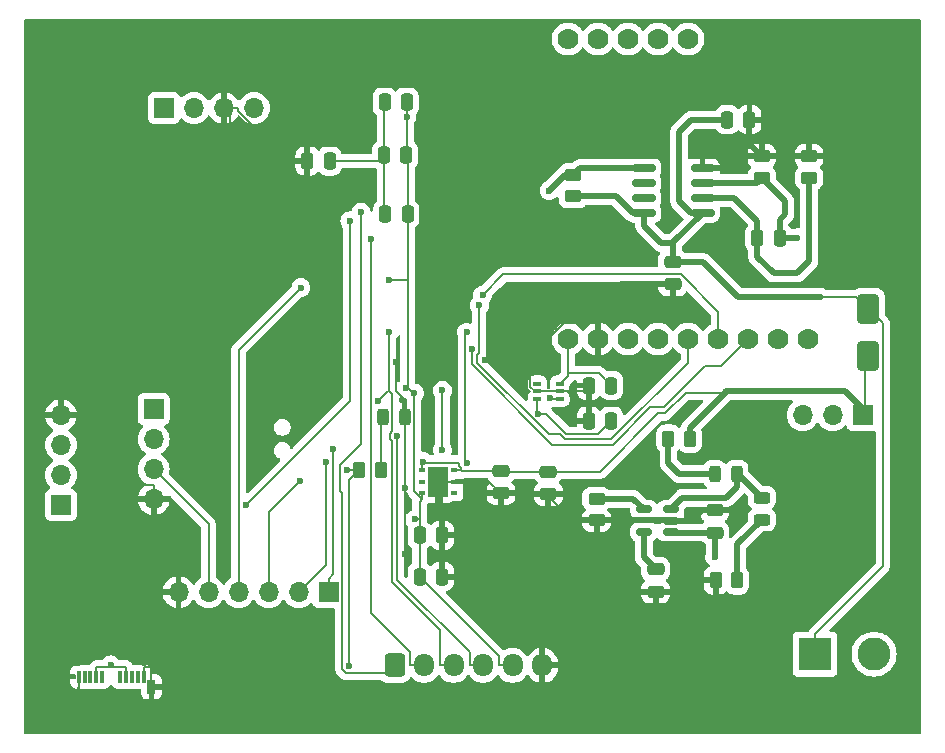
<source format=gbr>
%TF.GenerationSoftware,KiCad,Pcbnew,8.0.8*%
%TF.CreationDate,2025-01-27T11:39:49+01:00*%
%TF.ProjectId,PGE_PCB,5047455f-5043-4422-9e6b-696361645f70,rev?*%
%TF.SameCoordinates,Original*%
%TF.FileFunction,Copper,L2,Bot*%
%TF.FilePolarity,Positive*%
%FSLAX46Y46*%
G04 Gerber Fmt 4.6, Leading zero omitted, Abs format (unit mm)*
G04 Created by KiCad (PCBNEW 8.0.8) date 2025-01-27 11:39:49*
%MOMM*%
%LPD*%
G01*
G04 APERTURE LIST*
G04 Aperture macros list*
%AMRoundRect*
0 Rectangle with rounded corners*
0 $1 Rounding radius*
0 $2 $3 $4 $5 $6 $7 $8 $9 X,Y pos of 4 corners*
0 Add a 4 corners polygon primitive as box body*
4,1,4,$2,$3,$4,$5,$6,$7,$8,$9,$2,$3,0*
0 Add four circle primitives for the rounded corners*
1,1,$1+$1,$2,$3*
1,1,$1+$1,$4,$5*
1,1,$1+$1,$6,$7*
1,1,$1+$1,$8,$9*
0 Add four rect primitives between the rounded corners*
20,1,$1+$1,$2,$3,$4,$5,0*
20,1,$1+$1,$4,$5,$6,$7,0*
20,1,$1+$1,$6,$7,$8,$9,0*
20,1,$1+$1,$8,$9,$2,$3,0*%
G04 Aperture macros list end*
%TA.AperFunction,ComponentPad*%
%ADD10RoundRect,0.250000X-0.600000X-0.725000X0.600000X-0.725000X0.600000X0.725000X-0.600000X0.725000X0*%
%TD*%
%TA.AperFunction,ComponentPad*%
%ADD11O,1.700000X1.950000*%
%TD*%
%TA.AperFunction,ComponentPad*%
%ADD12R,1.700000X1.700000*%
%TD*%
%TA.AperFunction,ComponentPad*%
%ADD13O,1.700000X1.700000*%
%TD*%
%TA.AperFunction,ComponentPad*%
%ADD14C,1.778000*%
%TD*%
%TA.AperFunction,SMDPad,CuDef*%
%ADD15R,0.380000X1.000000*%
%TD*%
%TA.AperFunction,SMDPad,CuDef*%
%ADD16R,0.700000X1.150000*%
%TD*%
%TA.AperFunction,ComponentPad*%
%ADD17R,2.800000X2.800000*%
%TD*%
%TA.AperFunction,ComponentPad*%
%ADD18C,2.800000*%
%TD*%
%TA.AperFunction,SMDPad,CuDef*%
%ADD19RoundRect,0.243750X-0.243750X-0.456250X0.243750X-0.456250X0.243750X0.456250X-0.243750X0.456250X0*%
%TD*%
%TA.AperFunction,SMDPad,CuDef*%
%ADD20RoundRect,0.250000X0.250000X0.475000X-0.250000X0.475000X-0.250000X-0.475000X0.250000X-0.475000X0*%
%TD*%
%TA.AperFunction,SMDPad,CuDef*%
%ADD21RoundRect,0.250000X0.262500X0.450000X-0.262500X0.450000X-0.262500X-0.450000X0.262500X-0.450000X0*%
%TD*%
%TA.AperFunction,SMDPad,CuDef*%
%ADD22RoundRect,0.250000X0.650000X-1.000000X0.650000X1.000000X-0.650000X1.000000X-0.650000X-1.000000X0*%
%TD*%
%TA.AperFunction,SMDPad,CuDef*%
%ADD23RoundRect,0.150000X0.512500X0.150000X-0.512500X0.150000X-0.512500X-0.150000X0.512500X-0.150000X0*%
%TD*%
%TA.AperFunction,SMDPad,CuDef*%
%ADD24RoundRect,0.250000X-0.250000X-0.475000X0.250000X-0.475000X0.250000X0.475000X-0.250000X0.475000X0*%
%TD*%
%TA.AperFunction,SMDPad,CuDef*%
%ADD25RoundRect,0.100000X0.225000X0.100000X-0.225000X0.100000X-0.225000X-0.100000X0.225000X-0.100000X0*%
%TD*%
%TA.AperFunction,SMDPad,CuDef*%
%ADD26RoundRect,0.250000X0.475000X-0.250000X0.475000X0.250000X-0.475000X0.250000X-0.475000X-0.250000X0*%
%TD*%
%TA.AperFunction,SMDPad,CuDef*%
%ADD27RoundRect,0.250000X-0.475000X0.250000X-0.475000X-0.250000X0.475000X-0.250000X0.475000X0.250000X0*%
%TD*%
%TA.AperFunction,SMDPad,CuDef*%
%ADD28RoundRect,0.243750X0.243750X0.456250X-0.243750X0.456250X-0.243750X-0.456250X0.243750X-0.456250X0*%
%TD*%
%TA.AperFunction,SMDPad,CuDef*%
%ADD29RoundRect,0.250000X0.450000X-0.262500X0.450000X0.262500X-0.450000X0.262500X-0.450000X-0.262500X0*%
%TD*%
%TA.AperFunction,SMDPad,CuDef*%
%ADD30RoundRect,0.250000X-0.262500X-0.450000X0.262500X-0.450000X0.262500X0.450000X-0.262500X0.450000X0*%
%TD*%
%TA.AperFunction,SMDPad,CuDef*%
%ADD31RoundRect,0.250000X-0.450000X0.262500X-0.450000X-0.262500X0.450000X-0.262500X0.450000X0.262500X0*%
%TD*%
%TA.AperFunction,SMDPad,CuDef*%
%ADD32RoundRect,0.243750X-0.456250X0.243750X-0.456250X-0.243750X0.456250X-0.243750X0.456250X0.243750X0*%
%TD*%
%TA.AperFunction,SMDPad,CuDef*%
%ADD33RoundRect,0.150000X0.825000X0.150000X-0.825000X0.150000X-0.825000X-0.150000X0.825000X-0.150000X0*%
%TD*%
%TA.AperFunction,SMDPad,CuDef*%
%ADD34R,0.630000X0.450000*%
%TD*%
%TA.AperFunction,SMDPad,CuDef*%
%ADD35R,1.700000X2.600000*%
%TD*%
%TA.AperFunction,ViaPad*%
%ADD36C,0.600000*%
%TD*%
%TA.AperFunction,Conductor*%
%ADD37C,0.500000*%
%TD*%
%TA.AperFunction,Conductor*%
%ADD38C,0.200000*%
%TD*%
G04 APERTURE END LIST*
D10*
%TO.P,ST_LINK1,1,Pin_1*%
%TO.N,SWDIO*%
X122900000Y-118200000D03*
D11*
%TO.P,ST_LINK1,2,Pin_2*%
%TO.N,SWCLK*%
X125400000Y-118200000D03*
%TO.P,ST_LINK1,3,Pin_3*%
%TO.N,NSRT*%
X127900000Y-118200000D03*
%TO.P,ST_LINK1,4,Pin_4*%
%TO.N,SWO*%
X130400000Y-118200000D03*
%TO.P,ST_LINK1,5,Pin_5*%
%TO.N,VDD*%
X132900000Y-118200000D03*
%TO.P,ST_LINK1,6,Pin_6*%
%TO.N,VREF-*%
X135400000Y-118200000D03*
%TD*%
D12*
%TO.P,GPS_J4,1,Pin_1*%
%TO.N,GPS_SDA*%
X103380000Y-71000000D03*
D13*
%TO.P,GPS_J4,2,Pin_2*%
%TO.N,GPS_SCL*%
X105920000Y-71000000D03*
%TO.P,GPS_J4,3,Pin_3*%
%TO.N,VREF-*%
X108460000Y-71000000D03*
%TO.P,GPS_J4,4,Pin_4*%
%TO.N,VDD*%
X111000000Y-71000000D03*
%TD*%
D14*
%TO.P,RFM9x1,1,Vin*%
%TO.N,VDD_LORA*%
X137586000Y-90565000D03*
%TO.P,RFM9x1,2,GND*%
%TO.N,VREF-*%
X140126000Y-90565000D03*
%TO.P,RFM9x1,3,EN*%
%TO.N,unconnected-(RFM9x1-EN-Pad3)*%
X142666000Y-90565000D03*
%TO.P,RFM9x1,4,G0*%
%TO.N,LORA_G0*%
X145206000Y-90565000D03*
%TO.P,RFM9x1,5,SCK*%
%TO.N,LoRa_SCK*%
X147746000Y-90565000D03*
%TO.P,RFM9x1,6,MISO*%
%TO.N,LoRa_MISO*%
X150286000Y-90565000D03*
%TO.P,RFM9x1,7,MOSI*%
%TO.N,LoRa_MOSI*%
X152826000Y-90565000D03*
%TO.P,RFM9x1,8,CS*%
%TO.N,LoRa_CS*%
X155366000Y-90565000D03*
%TO.P,RFM9x1,9,RST*%
%TO.N,LoRa_RST*%
X157906000Y-90565000D03*
%TO.P,RFM9x1,10,G1*%
%TO.N,LORA_G1*%
X137586000Y-65165000D03*
%TO.P,RFM9x1,11,G2*%
%TO.N,unconnected-(RFM9x1-G2-Pad11)*%
X140126000Y-65165000D03*
%TO.P,RFM9x1,12,G3*%
%TO.N,unconnected-(RFM9x1-G3-Pad12)*%
X142666000Y-65165000D03*
%TO.P,RFM9x1,13,G4*%
%TO.N,unconnected-(RFM9x1-G4-Pad13)*%
X145206000Y-65165000D03*
%TO.P,RFM9x1,14,G5*%
%TO.N,unconnected-(RFM9x1-G5-Pad14)*%
X147746000Y-65165000D03*
%TD*%
D12*
%TO.P,J1,1,Pin_1*%
%TO.N,USB_5V*%
X162525000Y-97000000D03*
D13*
%TO.P,J1,2,Pin_2*%
%TO.N,V-_bat_5V*%
X159985000Y-97000000D03*
%TO.P,J1,3,Pin_3*%
%TO.N,OneWire*%
X157445000Y-97000000D03*
%TD*%
D12*
%TO.P,SPI_SD1,1,Pin_1*%
%TO.N,MISO_SPI*%
X117310000Y-112000000D03*
D13*
%TO.P,SPI_SD1,2,Pin_2*%
%TO.N,MOSI_SD*%
X114770000Y-112000000D03*
%TO.P,SPI_SD1,3,Pin_3*%
%TO.N,SCK_SD*%
X112230000Y-112000000D03*
%TO.P,SPI_SD1,4,Pin_4*%
%TO.N,CS_SD*%
X109690000Y-112000000D03*
%TO.P,SPI_SD1,5,Pin_5*%
%TO.N,VDD*%
X107150000Y-112000000D03*
%TO.P,SPI_SD1,6,Pin_6*%
%TO.N,VREF-*%
X104610000Y-112000000D03*
%TD*%
D15*
%TO.P,P1,B1,GND*%
%TO.N,VREF-*%
X101650000Y-119160000D03*
%TO.P,P1,B2*%
%TO.N,N/C*%
X101150000Y-119160000D03*
%TO.P,P1,B3*%
X100650000Y-119160000D03*
%TO.P,P1,B4,VBUS*%
%TO.N,USB_5V*%
X100150000Y-119160000D03*
%TO.P,P1,B5,VCONN*%
%TO.N,unconnected-(P1-VCONN-PadB5)*%
X99650000Y-119160000D03*
%TO.P,P1,B8*%
%TO.N,N/C*%
X98150000Y-119160000D03*
%TO.P,P1,B9,VBUS*%
%TO.N,USB_5V*%
X97650000Y-119160000D03*
%TO.P,P1,B10*%
%TO.N,N/C*%
X97150000Y-119160000D03*
%TO.P,P1,B11*%
X96650000Y-119160000D03*
%TO.P,P1,B12,GND*%
%TO.N,VREF-*%
X96150000Y-119160000D03*
D16*
%TO.P,P1,S1,SHIELD*%
X102320000Y-120000000D03*
%TD*%
D17*
%TO.P,CN2,1,Pin_1*%
%TO.N,V+_bat_5V*%
X158500000Y-117250000D03*
D18*
%TO.P,CN2,2,Pin_2*%
%TO.N,V-_bat_5V*%
X163500000Y-117250000D03*
%TD*%
D12*
%TO.P,UART1,1,Pin_1*%
%TO.N,Tx_uart*%
X94650000Y-104620000D03*
D13*
%TO.P,UART1,2,Pin_2*%
%TO.N,Rx_uart*%
X94650000Y-102080000D03*
%TO.P,UART1,3,Pin_3*%
%TO.N,VDD*%
X94650000Y-99540000D03*
%TO.P,UART1,4,Pin_4*%
%TO.N,VREF-*%
X94650000Y-97000000D03*
%TD*%
D12*
%TO.P,I2C1,1,Pin_1*%
%TO.N,SCL*%
X102500000Y-96500000D03*
D13*
%TO.P,I2C1,2,Pin_2*%
%TO.N,SDA*%
X102500000Y-99040000D03*
%TO.P,I2C1,3,Pin_3*%
%TO.N,VDD*%
X102500000Y-101580000D03*
%TO.P,I2C1,4,Pin_4*%
%TO.N,VREF-*%
X102500000Y-104120000D03*
%TD*%
D19*
%TO.P,LED_START2,1,1*%
%TO.N,Net-(LED_START2-Pad1)*%
X150000000Y-102000000D03*
%TO.P,LED_START2,2,2*%
%TO.N,Net-(U2-STAT)*%
X151875000Y-102000000D03*
%TD*%
D20*
%TO.P,C9,1*%
%TO.N,VDD_LORA*%
X141250000Y-94505000D03*
%TO.P,C9,2*%
%TO.N,VREF-*%
X139350000Y-94505000D03*
%TD*%
D21*
%TO.P,R3,1,1*%
%TO.N,Net-(LED_FULL2-Pad2)*%
X151912500Y-111000000D03*
%TO.P,R3,2,2*%
%TO.N,VREF-*%
X150087500Y-111000000D03*
%TD*%
%TO.P,R5,1*%
%TO.N,Net-(D2-A)*%
X121740000Y-101684000D03*
%TO.P,R5,2*%
%TO.N,USB_5V*%
X119915000Y-101684000D03*
%TD*%
D22*
%TO.P,D1,1,K*%
%TO.N,USB_5V*%
X163000000Y-92000000D03*
%TO.P,D1,2,A*%
%TO.N,V+_bat_5V*%
X163000000Y-88000000D03*
%TD*%
D23*
%TO.P,U2,1,STAT*%
%TO.N,Net-(U2-STAT)*%
X146275000Y-105000000D03*
%TO.P,U2,2,VSS*%
%TO.N,VREF-*%
X146275000Y-105950000D03*
%TO.P,U2,3,VBAT*%
%TO.N,V+_bat_5V*%
X146275000Y-106900000D03*
%TO.P,U2,4,VDD*%
%TO.N,Net-(U2-VDD)*%
X144000000Y-106900000D03*
%TO.P,U2,5,PROG*%
%TO.N,Net-(U2-PROG)*%
X144000000Y-105000000D03*
%TD*%
D24*
%TO.P,C7,1*%
%TO.N,VDD*%
X125015000Y-107184000D03*
%TO.P,C7,2*%
%TO.N,VREF-*%
X126915000Y-107184000D03*
%TD*%
D25*
%TO.P,U5,1,OUT*%
%TO.N,VDD_LORA*%
X136900000Y-94350000D03*
%TO.P,U5,2,GND*%
%TO.N,VREF-*%
X136900000Y-95000000D03*
%TO.P,U5,3,ON*%
%TO.N,CMD_PW*%
X136900000Y-95650000D03*
%TO.P,U5,4,IN*%
%TO.N,VDD*%
X135000000Y-95650000D03*
%TO.P,U5,5,GND*%
%TO.N,VREF-*%
X135000000Y-95000000D03*
%TO.P,U5,6,NC*%
%TO.N,unconnected-(U5-NC-Pad6)*%
X135000000Y-94350000D03*
%TD*%
D26*
%TO.P,C23,1,1*%
%TO.N,VREF-*%
X146450000Y-85950000D03*
%TO.P,C23,2,2*%
%TO.N,V+_bat_5V*%
X146450000Y-84050000D03*
%TD*%
D27*
%TO.P,C5,1*%
%TO.N,USB_5V*%
X131915000Y-101734000D03*
%TO.P,C5,2*%
%TO.N,VREF-*%
X131915000Y-103634000D03*
%TD*%
D26*
%TO.P,C4,1,1*%
%TO.N,VREF-*%
X145000000Y-111950000D03*
%TO.P,C4,2,2*%
%TO.N,Net-(U2-VDD)*%
X145000000Y-110050000D03*
%TD*%
D20*
%TO.P,C15,1*%
%TO.N,VDD*%
X123900000Y-75000000D03*
%TO.P,C15,2*%
%TO.N,Net-(C14-Pad2)*%
X122000000Y-75000000D03*
%TD*%
D28*
%TO.P,D2,1,K*%
%TO.N,VREF-*%
X123790000Y-97184000D03*
%TO.P,D2,2,A*%
%TO.N,Net-(D2-A)*%
X121915000Y-97184000D03*
%TD*%
D20*
%TO.P,C24,1,1*%
%TO.N,VREF-*%
X152950000Y-72000000D03*
%TO.P,C24,2,2*%
%TO.N,V+_bat_5V*%
X151050000Y-72000000D03*
%TD*%
D29*
%TO.P,R6,1,1*%
%TO.N,VREF-*%
X140000000Y-105912500D03*
%TO.P,R6,2,2*%
%TO.N,Net-(U2-PROG)*%
X140000000Y-104087500D03*
%TD*%
D24*
%TO.P,C22,1,1*%
%TO.N,Net-(U3-VSENS-)*%
X153600000Y-82000000D03*
%TO.P,C22,2,2*%
%TO.N,V-_bat_5V*%
X155500000Y-82000000D03*
%TD*%
D20*
%TO.P,C10,1*%
%TO.N,VDD*%
X141250000Y-97515000D03*
%TO.P,C10,2*%
%TO.N,VREF-*%
X139350000Y-97515000D03*
%TD*%
%TO.P,C17,1*%
%TO.N,Net-(C14-Pad2)*%
X117410000Y-75500000D03*
%TO.P,C17,2*%
%TO.N,VREF-*%
X115510000Y-75500000D03*
%TD*%
D29*
%TO.P,R15,1*%
%TO.N,V+_bat_5V*%
X138000000Y-78500000D03*
%TO.P,R15,2*%
%TO.N,OneWire*%
X138000000Y-76675000D03*
%TD*%
%TO.P,R14,1,1*%
%TO.N,Net-(U3-VSENS-)*%
X158000000Y-76912500D03*
%TO.P,R14,2,2*%
%TO.N,VREF-*%
X158000000Y-75087500D03*
%TD*%
D30*
%TO.P,R4,1,1*%
%TO.N,Net-(LED_START2-Pad1)*%
X146087500Y-99000000D03*
%TO.P,R4,2,2*%
%TO.N,USB_5V*%
X147912500Y-99000000D03*
%TD*%
D31*
%TO.P,R13,1,1*%
%TO.N,VREF-*%
X154000000Y-75087500D03*
%TO.P,R13,2,2*%
%TO.N,V-_bat_5V*%
X154000000Y-76912500D03*
%TD*%
D20*
%TO.P,C16,1*%
%TO.N,VDD*%
X124000000Y-80000000D03*
%TO.P,C16,2*%
%TO.N,Net-(C14-Pad2)*%
X122100000Y-80000000D03*
%TD*%
%TO.P,C14,1*%
%TO.N,VDD*%
X123950000Y-70500000D03*
%TO.P,C14,2*%
%TO.N,Net-(C14-Pad2)*%
X122050000Y-70500000D03*
%TD*%
D27*
%TO.P,C3,1,1*%
%TO.N,VREF-*%
X150000000Y-105050000D03*
%TO.P,C3,2,2*%
%TO.N,V+_bat_5V*%
X150000000Y-106950000D03*
%TD*%
D32*
%TO.P,LED_FULL2,1,1*%
%TO.N,Net-(U2-STAT)*%
X154000000Y-104000000D03*
%TO.P,LED_FULL2,2,2*%
%TO.N,Net-(LED_FULL2-Pad2)*%
X154000000Y-105875000D03*
%TD*%
D27*
%TO.P,C6,1*%
%TO.N,USB_5V*%
X135915000Y-101784000D03*
%TO.P,C6,2*%
%TO.N,VREF-*%
X135915000Y-103684000D03*
%TD*%
D33*
%TO.P,U3,1,GND*%
%TO.N,VREF-*%
X148975000Y-76095000D03*
%TO.P,U3,2,VSENS+*%
%TO.N,V-_bat_5V*%
X148975000Y-77365000D03*
%TO.P,U3,3,VSENS-*%
%TO.N,Net-(U3-VSENS-)*%
X148975000Y-78635000D03*
%TO.P,U3,4,VAD*%
%TO.N,V+_bat_5V*%
X148975000Y-79905000D03*
%TO.P,U3,5,VDD*%
X144025000Y-79905000D03*
%TO.P,U3,6,NC*%
%TO.N,unconnected-(U3-NC-Pad6)*%
X144025000Y-78635000D03*
%TO.P,U3,7,NC*%
%TO.N,unconnected-(U3-NC-Pad7)*%
X144025000Y-77365000D03*
%TO.P,U3,8,DQ*%
%TO.N,OneWire*%
X144025000Y-76095000D03*
%TD*%
D24*
%TO.P,C8,1*%
%TO.N,VDD*%
X125015000Y-110684000D03*
%TO.P,C8,2*%
%TO.N,VREF-*%
X126915000Y-110684000D03*
%TD*%
D34*
%TO.P,U4,1,EN*%
%TO.N,USB_5V*%
X127915000Y-101684000D03*
%TO.P,U4,2,GND*%
%TO.N,VREF-*%
X127915000Y-102634000D03*
%TO.P,U4,3,PG*%
%TO.N,unconnected-(U4-PG-Pad3)*%
X127915000Y-103584000D03*
%TO.P,U4,4,VOUT*%
%TO.N,VDD*%
X125235000Y-103584000D03*
%TO.P,U4,5*%
%TO.N,N/C*%
X125235000Y-102634000D03*
%TO.P,U4,6,VIN*%
%TO.N,USB_5V*%
X125235000Y-101684000D03*
D35*
%TO.P,U4,7,GND*%
%TO.N,VREF-*%
X126575000Y-102634000D03*
%TD*%
D36*
%TO.N,V+_bat_5V*%
X150000000Y-109000000D03*
%TO.N,V-_bat_5V*%
X157000000Y-82000000D03*
%TO.N,SCK_SD*%
X126958600Y-94922300D03*
X114862800Y-102578000D03*
X126958600Y-99997700D03*
%TO.N,VREF-*%
X123790000Y-103214600D03*
X130549800Y-92376500D03*
X107248400Y-91000000D03*
X123790000Y-108772000D03*
X123030000Y-92500000D03*
X108975000Y-77719700D03*
X133205600Y-86329800D03*
X150892000Y-76095000D03*
X96150000Y-120983000D03*
%TO.N,MISO_SPI*%
X117695800Y-99881800D03*
%TO.N,MOSI_SD*%
X117091700Y-100967400D03*
%TO.N,CS_SD*%
X114969500Y-86220000D03*
%TO.N,Rx_uart*%
X119115500Y-80562500D03*
X110313700Y-104614400D03*
%TO.N,Tx_uart*%
X129010500Y-90000000D03*
X129010500Y-101097800D03*
%TO.N,CMD_PW*%
X136035400Y-95564600D03*
%TO.N,SWO*%
X123136800Y-98816400D03*
%TO.N,VDD*%
X124580100Y-95143400D03*
X122391200Y-85539200D03*
X123829000Y-94746200D03*
X135083300Y-96909900D03*
X123950000Y-71729400D03*
X124600000Y-105842500D03*
%TO.N,NSRT*%
X121527800Y-95796500D03*
X122428300Y-90000000D03*
%TO.N,OneWire*%
X136000000Y-78000000D03*
%TO.N,USB_5V*%
X125301800Y-100939500D03*
X119064400Y-118256700D03*
X118896300Y-101657600D03*
X98852200Y-118155200D03*
%TO.N,LoRa_MOSI*%
X129473800Y-91414500D03*
%TO.N,LoRa_SCK*%
X130075500Y-87721300D03*
%TO.N,LoRa_MISO*%
X130348800Y-86850500D03*
%TO.N,SWCLK*%
X120924800Y-82062000D03*
%TO.N,SWDIO*%
X120063600Y-79815000D03*
%TD*%
D37*
%TO.N,V+_bat_5V*%
X145500000Y-82450000D02*
X146430000Y-82450000D01*
X148000000Y-79905000D02*
X147000000Y-78905000D01*
X150000000Y-106950000D02*
X146325000Y-106950000D01*
D38*
X159000000Y-87000000D02*
X162000000Y-87000000D01*
D37*
X143095000Y-79905000D02*
X141690000Y-78500000D01*
D38*
X164224400Y-89224400D02*
X163000000Y-88000000D01*
D37*
X148000000Y-72000000D02*
X151050000Y-72000000D01*
X147000000Y-78905000D02*
X147000000Y-73000000D01*
X148975000Y-79905000D02*
X148000000Y-79905000D01*
X146325000Y-106950000D02*
X146275000Y-106900000D01*
D38*
X162000000Y-87000000D02*
X163000000Y-88000000D01*
X164224400Y-109823900D02*
X164224400Y-89224400D01*
D37*
X146430000Y-82450000D02*
X148975000Y-79905000D01*
X146450000Y-84050000D02*
X149050000Y-84050000D01*
X144025000Y-80975000D02*
X145500000Y-82450000D01*
X150000000Y-106950000D02*
X150000000Y-109000000D01*
X146430000Y-82450000D02*
X146450000Y-82470000D01*
D38*
X158500000Y-115548300D02*
X164224400Y-109823900D01*
X158500000Y-117250000D02*
X158500000Y-115548300D01*
D37*
X144025000Y-79905000D02*
X143095000Y-79905000D01*
X141690000Y-78500000D02*
X138000000Y-78500000D01*
X144025000Y-79905000D02*
X144025000Y-80975000D01*
X146450000Y-82470000D02*
X146450000Y-84050000D01*
X147000000Y-73000000D02*
X148000000Y-72000000D01*
X152000000Y-87000000D02*
X159000000Y-87000000D01*
X149050000Y-84050000D02*
X152000000Y-87000000D01*
%TO.N,V-_bat_5V*%
X153548000Y-77365000D02*
X154000000Y-76912500D01*
X155500000Y-80500000D02*
X155500000Y-82000000D01*
X155500000Y-82000000D02*
X157000000Y-82000000D01*
X156000000Y-80000000D02*
X155500000Y-80500000D01*
X156000000Y-78912500D02*
X156000000Y-80000000D01*
X154000000Y-76912500D02*
X156000000Y-78912500D01*
X148975000Y-77365000D02*
X153548000Y-77365000D01*
D38*
%TO.N,SCK_SD*%
X112230000Y-105210800D02*
X114862800Y-102578000D01*
X112230000Y-112000000D02*
X112230000Y-105210800D01*
X126958600Y-99997700D02*
X126958600Y-94922300D01*
%TO.N,VREF-*%
X130915000Y-102634000D02*
X127915000Y-102634000D01*
X135865000Y-103634000D02*
X135915000Y-103684000D01*
D37*
X146238000Y-105912000D02*
X146275000Y-105950000D01*
D38*
X136650200Y-89774400D02*
X133205600Y-86329800D01*
X136862900Y-94962900D02*
X135037100Y-94962900D01*
D37*
X140000000Y-110000000D02*
X142000000Y-112000000D01*
D38*
X123790000Y-95698100D02*
X123030000Y-94938100D01*
D37*
X142050000Y-85950000D02*
X146450000Y-85950000D01*
D38*
X102320000Y-115441700D02*
X104610000Y-113151700D01*
X102320000Y-118358300D02*
X101650000Y-118358300D01*
X104610000Y-107381700D02*
X104610000Y-112000000D01*
X136900000Y-95000000D02*
X136862900Y-94962900D01*
D37*
X148950000Y-105050000D02*
X148000000Y-106000000D01*
D38*
X108975000Y-71000000D02*
X108975000Y-77719700D01*
X133205600Y-89720700D02*
X130549800Y-92376500D01*
X94650000Y-97000000D02*
X95801700Y-97000000D01*
X102500000Y-105271700D02*
X104610000Y-107381700D01*
X108975000Y-77719700D02*
X108975000Y-89273400D01*
X135915000Y-103684000D02*
X135915000Y-103871200D01*
D37*
X148000000Y-106000000D02*
X147950000Y-105950000D01*
D38*
X139350000Y-97515000D02*
X139350000Y-94505000D01*
X135400000Y-112556200D02*
X135400000Y-118200000D01*
X135915000Y-103871200D02*
X140000000Y-107956200D01*
X131915000Y-103634000D02*
X130915000Y-102634000D01*
X134349100Y-92075500D02*
X134349100Y-94595700D01*
X140126000Y-89219500D02*
X137205100Y-89219500D01*
X102320000Y-118358300D02*
X102320000Y-115441700D01*
X123030000Y-94938100D02*
X123030000Y-92500000D01*
D37*
X150000000Y-105050000D02*
X148950000Y-105050000D01*
D38*
X113843200Y-75500000D02*
X109611700Y-71268500D01*
X108460000Y-71000000D02*
X108975000Y-71000000D01*
X96150000Y-119160000D02*
X96150000Y-120983000D01*
X102500000Y-104120000D02*
X102500000Y-105271700D01*
D37*
X140126000Y-89219500D02*
X140126000Y-87874000D01*
D38*
X115510000Y-75500000D02*
X113843200Y-75500000D01*
D37*
X150088000Y-111000000D02*
X150087500Y-111000000D01*
X148000000Y-111000000D02*
X147000000Y-112000000D01*
D38*
X137205100Y-89219500D02*
X136650200Y-89774400D01*
X131915000Y-103634000D02*
X135865000Y-103634000D01*
X108975000Y-71000000D02*
X109611700Y-71000000D01*
X138855000Y-95000000D02*
X139350000Y-94505000D01*
X126915000Y-110684000D02*
X126915000Y-107184000D01*
X102320000Y-120000000D02*
X102320000Y-119123300D01*
X133205600Y-86329800D02*
X133205600Y-89720700D01*
D37*
X146950000Y-111950000D02*
X145000000Y-111950000D01*
D38*
X108975000Y-89273400D02*
X107248400Y-91000000D01*
D37*
X142000000Y-112000000D02*
X143000000Y-112000000D01*
X143000000Y-112000000D02*
X143050000Y-111950000D01*
X140126000Y-87874000D02*
X142050000Y-85950000D01*
X147950000Y-105950000D02*
X146275000Y-105950000D01*
D38*
X104610000Y-112000000D02*
X104610000Y-113151700D01*
D37*
X140000000Y-105912500D02*
X140000000Y-107956200D01*
D38*
X109611700Y-71268500D02*
X109611700Y-71000000D01*
X101770000Y-102968300D02*
X102500000Y-102968300D01*
X126575000Y-102634000D02*
X126915000Y-102634000D01*
D37*
X150087500Y-111000000D02*
X148000000Y-111000000D01*
D38*
X134349100Y-94595700D02*
X134753400Y-95000000D01*
D37*
X152950000Y-72000000D02*
X152950000Y-74037500D01*
X143050000Y-111950000D02*
X145000000Y-111950000D01*
D38*
X134753400Y-95000000D02*
X135000000Y-95000000D01*
X123790000Y-103214600D02*
X123790000Y-108772000D01*
D37*
X152950000Y-74037500D02*
X150892000Y-76095000D01*
D38*
X135037100Y-94962900D02*
X135000000Y-95000000D01*
X123790000Y-97184000D02*
X123790000Y-103214600D01*
X136650200Y-89774400D02*
X134349100Y-92075500D01*
X140000000Y-107956200D02*
X135400000Y-112556200D01*
X136900000Y-95000000D02*
X138855000Y-95000000D01*
D37*
X140126000Y-90565000D02*
X140126000Y-89219500D01*
X140000000Y-105912000D02*
X146238000Y-105912000D01*
D38*
X95801700Y-97000000D02*
X101770000Y-102968300D01*
D37*
X152950000Y-74037500D02*
X154000000Y-75087500D01*
D38*
X101650000Y-119160000D02*
X101650000Y-118358300D01*
X102500000Y-104120000D02*
X102500000Y-102968300D01*
D37*
X154000000Y-75087500D02*
X158000000Y-75087500D01*
D38*
X123790000Y-97184000D02*
X123790000Y-95698100D01*
X102320000Y-119123300D02*
X102320000Y-118358300D01*
D37*
X140000000Y-107956200D02*
X140000000Y-110000000D01*
D38*
X126915000Y-102634000D02*
X126915000Y-107184000D01*
X126915000Y-102634000D02*
X127915000Y-102634000D01*
D37*
X140000000Y-105912500D02*
X140000000Y-105912000D01*
X150892000Y-76095000D02*
X148975000Y-76095000D01*
X147000000Y-112000000D02*
X146950000Y-111950000D01*
%TO.N,Net-(U3-VSENS-)*%
X158000000Y-84000000D02*
X157000000Y-85000000D01*
X148975000Y-78635000D02*
X151635000Y-78635000D01*
X158000000Y-76912500D02*
X158000000Y-84000000D01*
X153600000Y-83600000D02*
X153600000Y-82000000D01*
X151635000Y-78635000D02*
X153600000Y-80600000D01*
X153600000Y-80600000D02*
X153600000Y-82000000D01*
X155000000Y-85000000D02*
X153600000Y-83600000D01*
X157000000Y-85000000D02*
X155000000Y-85000000D01*
D38*
%TO.N,MISO_SPI*%
X117695800Y-110462500D02*
X117695800Y-99881800D01*
X117310000Y-112000000D02*
X117310000Y-110848300D01*
X117310000Y-110848300D02*
X117695800Y-110462500D01*
%TO.N,MOSI_SD*%
X114770000Y-112000000D02*
X117091700Y-109678300D01*
X117091700Y-109678300D02*
X117091700Y-100967400D01*
%TO.N,CS_SD*%
X109690000Y-112000000D02*
X109690000Y-91499500D01*
X109690000Y-91499500D02*
X114969500Y-86220000D01*
%TO.N,Rx_uart*%
X119115500Y-80562500D02*
X119115500Y-95812600D01*
X119115500Y-95812600D02*
X110313700Y-104614400D01*
%TO.N,Net-(U2-PROG)*%
X140000500Y-104088000D02*
X140000000Y-104087500D01*
D37*
X140000000Y-104088000D02*
X140000500Y-104088000D01*
X143088000Y-104088000D02*
X144000000Y-105000000D01*
X140000500Y-104088000D02*
X143088000Y-104088000D01*
D38*
%TO.N,Tx_uart*%
X128872100Y-90138400D02*
X128872100Y-100959400D01*
X128872100Y-100959400D02*
X129010500Y-101097800D01*
X129010500Y-90000000D02*
X128872100Y-90138400D01*
%TO.N,VDD_LORA*%
X136900000Y-94350000D02*
X137586000Y-93664000D01*
X137586000Y-93664000D02*
X137586000Y-93463000D01*
X137586000Y-93463000D02*
X137586000Y-90565000D01*
X140208000Y-93463000D02*
X141250000Y-94505000D01*
X137586000Y-93463000D02*
X140208000Y-93463000D01*
%TO.N,Net-(LED_START2-Pad1)*%
X146088000Y-100044000D02*
X146087500Y-100043500D01*
D37*
X146088000Y-101088000D02*
X146088000Y-100044000D01*
X146088000Y-100044000D02*
X146088000Y-99000000D01*
X150000000Y-102000000D02*
X147000000Y-102000000D01*
X147000000Y-102000000D02*
X146088000Y-101088000D01*
D38*
X146087500Y-100043500D02*
X146087500Y-99000000D01*
%TO.N,CMD_PW*%
X136120800Y-95650000D02*
X136035400Y-95564600D01*
X136900000Y-95650000D02*
X136120800Y-95650000D01*
D37*
%TO.N,Net-(LED_FULL2-Pad2)*%
X151912000Y-109481000D02*
X151912000Y-111000000D01*
X154000000Y-105875000D02*
X151912000Y-107962000D01*
X151912000Y-107962000D02*
X151912000Y-109481000D01*
D38*
X151912000Y-109481000D02*
X151912500Y-109481500D01*
X151912500Y-109481500D02*
X151912500Y-111000000D01*
D37*
%TO.N,Net-(U2-STAT)*%
X152000000Y-102000000D02*
X154000000Y-104000000D01*
X151875000Y-102000000D02*
X152000000Y-102000000D01*
X151000000Y-104000000D02*
X147275000Y-104000000D01*
X151875000Y-102000000D02*
X151875000Y-103125000D01*
X147275000Y-104000000D02*
X146275000Y-105000000D01*
X151875000Y-103125000D02*
X151000000Y-104000000D01*
%TO.N,Net-(U2-VDD)*%
X144000000Y-106900000D02*
X144000000Y-109050000D01*
X144000000Y-109050000D02*
X145000000Y-110050000D01*
D38*
%TO.N,SWO*%
X123136800Y-98816400D02*
X123136800Y-110936800D01*
X130400000Y-118200000D02*
X129248300Y-118200000D01*
X129248300Y-117048300D02*
X129248300Y-118200000D01*
X123136800Y-110936800D02*
X129248300Y-117048300D01*
%TO.N,VDD*%
X124000000Y-85539200D02*
X122391200Y-85539200D01*
X124000000Y-80000000D02*
X124000000Y-85539200D01*
X140159900Y-98605100D02*
X141250000Y-97515000D01*
X135000000Y-95650000D02*
X135000000Y-96826600D01*
X107150000Y-106230000D02*
X107150000Y-112000000D01*
X125015000Y-110684000D02*
X131748300Y-117417300D01*
X135739300Y-96909900D02*
X137434500Y-98605100D01*
X124000000Y-85539200D02*
X124000000Y-94707300D01*
X132900000Y-118200000D02*
X131748300Y-118200000D01*
X124436100Y-95143400D02*
X124580100Y-95143400D01*
X123950000Y-71729400D02*
X123950000Y-70500000D01*
X125015000Y-104330700D02*
X125015000Y-105842500D01*
X123950000Y-74950000D02*
X123925000Y-74975000D01*
X125235000Y-104110700D02*
X124580100Y-103455800D01*
X125015000Y-107184000D02*
X125015000Y-110684000D01*
X135000000Y-96826600D02*
X135083300Y-96909900D01*
X123950000Y-74950000D02*
X123950000Y-71729400D01*
X137434500Y-98605100D02*
X140159900Y-98605100D01*
X125235000Y-103584000D02*
X125235000Y-104110700D01*
X123925000Y-74975000D02*
X124000000Y-75050000D01*
X124000000Y-94707300D02*
X123867900Y-94707300D01*
X135083300Y-96909900D02*
X135739300Y-96909900D01*
X124580100Y-103455800D02*
X124580100Y-95143400D01*
X102500000Y-101580000D02*
X107150000Y-106230000D01*
X123925000Y-74975000D02*
X123900000Y-75000000D01*
X124000000Y-94707300D02*
X124436100Y-95143400D01*
X123867900Y-94707300D02*
X123829000Y-94746200D01*
X124000000Y-75050000D02*
X124000000Y-80000000D01*
X125235000Y-104110700D02*
X125015000Y-104330700D01*
X125015000Y-105842500D02*
X125015000Y-107184000D01*
X125015000Y-105842500D02*
X124600000Y-105842500D01*
X131748300Y-117417300D02*
X131748300Y-118200000D01*
%TO.N,NSRT*%
X122428300Y-94942700D02*
X122709200Y-95223600D01*
X122535100Y-98567300D02*
X122535100Y-99065500D01*
X122709200Y-111159700D02*
X126748300Y-115198800D01*
X126748300Y-115198800D02*
X126748300Y-118200000D01*
X122428300Y-94942700D02*
X122381600Y-94942700D01*
X122428300Y-94942700D02*
X122428300Y-90000000D01*
X122709200Y-95223600D02*
X122709200Y-98393200D01*
X122709200Y-99239600D02*
X122709200Y-111159700D01*
X122381600Y-94942700D02*
X121527800Y-95796500D01*
X122535100Y-99065500D02*
X122709200Y-99239600D01*
X127900000Y-118200000D02*
X126748300Y-118200000D01*
X122709200Y-98393200D02*
X122535100Y-98567300D01*
D37*
%TO.N,OneWire*%
X137325000Y-76675000D02*
X138000000Y-76675000D01*
X138000000Y-76675000D02*
X138580000Y-76095000D01*
X138580000Y-76095000D02*
X144025000Y-76095000D01*
X136000000Y-78000000D02*
X137325000Y-76675000D01*
D38*
%TO.N,Net-(D2-A)*%
X121740000Y-97359000D02*
X121740000Y-101684000D01*
X121915000Y-97184000D02*
X121740000Y-97359000D01*
%TO.N,USB_5V*%
X127915000Y-101684000D02*
X128531700Y-101684000D01*
X125235000Y-101157300D02*
X125301800Y-101090500D01*
X128325200Y-101286900D02*
X128531700Y-101493400D01*
X162762500Y-96762500D02*
X162762500Y-92237500D01*
X97650000Y-119160000D02*
X97650000Y-118358300D01*
X97650000Y-118358300D02*
X98852200Y-118358300D01*
X128325200Y-101080300D02*
X128325200Y-101286900D01*
X119888600Y-101657600D02*
X119915000Y-101684000D01*
X98852200Y-118358300D02*
X98852200Y-118155200D01*
X100150000Y-118860000D02*
X100150000Y-118358300D01*
X131915000Y-101734000D02*
X128581700Y-101734000D01*
X145240800Y-96868000D02*
X145808700Y-96868000D01*
X145808700Y-96868000D02*
X147572700Y-95104000D01*
X147572700Y-95104000D02*
X150895900Y-95104000D01*
X125301800Y-101090500D02*
X125301800Y-101023700D01*
D37*
X151000000Y-95000000D02*
X161000000Y-95000000D01*
X163000000Y-96525000D02*
X162762500Y-96762500D01*
X147912000Y-99000000D02*
X147912000Y-98543700D01*
D38*
X119915000Y-101684000D02*
X119064400Y-102534600D01*
X135915000Y-101784000D02*
X131965000Y-101784000D01*
D37*
X161000000Y-95000000D02*
X162525000Y-96525000D01*
D38*
X118896300Y-101657600D02*
X119888600Y-101657600D01*
X128581700Y-101734000D02*
X128531700Y-101684000D01*
X131965000Y-101784000D02*
X131915000Y-101734000D01*
X128268600Y-101023700D02*
X128325200Y-101080300D01*
X162762500Y-92237500D02*
X163000000Y-92000000D01*
D37*
X150895900Y-95104100D02*
X151000000Y-95000000D01*
D38*
X100150000Y-118860000D02*
X100150000Y-119160000D01*
X119064400Y-102534600D02*
X119064400Y-118256700D01*
X150895900Y-95104000D02*
X150895900Y-95104100D01*
X125301800Y-101023700D02*
X128268600Y-101023700D01*
X140324800Y-101784000D02*
X145240800Y-96868000D01*
X125301800Y-101023700D02*
X125301800Y-100939500D01*
D37*
X147912000Y-98087500D02*
X150895900Y-95104100D01*
D38*
X125235000Y-101684000D02*
X125235000Y-101157300D01*
X147912500Y-98544200D02*
X147912500Y-99000000D01*
D37*
X147912000Y-98543700D02*
X147912000Y-98087500D01*
D38*
X98852200Y-118358300D02*
X100150000Y-118358300D01*
X147912000Y-98543700D02*
X147912500Y-98544200D01*
X135915000Y-101784000D02*
X140324800Y-101784000D01*
X128531700Y-101493400D02*
X128531700Y-101684000D01*
D37*
X162525000Y-96525000D02*
X162525000Y-97000000D01*
X162762500Y-96762500D02*
X162525000Y-97000000D01*
D38*
%TO.N,LoRa_MOSI*%
X141381500Y-99499300D02*
X144555900Y-96324900D01*
X145712800Y-96324900D02*
X149225400Y-92812300D01*
X136253500Y-99499300D02*
X141381500Y-99499300D01*
X144555900Y-96324900D02*
X145712800Y-96324900D01*
X150578700Y-92812300D02*
X152826000Y-90565000D01*
X129473800Y-92719600D02*
X136253500Y-99499300D01*
X149225400Y-92812300D02*
X150578700Y-92812300D01*
X129473800Y-91414500D02*
X129473800Y-92719600D01*
%TO.N,LoRa_SCK*%
X130075500Y-91748200D02*
X130075500Y-87721300D01*
X129907500Y-92585300D02*
X129907500Y-91916200D01*
X137309200Y-99047800D02*
X136907500Y-98646100D01*
X147746000Y-92566800D02*
X141265000Y-99047800D01*
X135968300Y-98646100D02*
X129907500Y-92585300D01*
X141265000Y-99047800D02*
X137309200Y-99047800D01*
X136907500Y-98646100D02*
X135968300Y-98646100D01*
X129907500Y-91916200D02*
X130075500Y-91748200D01*
X147746000Y-90565000D02*
X147746000Y-92566800D01*
%TO.N,LoRa_MISO*%
X147138900Y-85098600D02*
X132100700Y-85098600D01*
X150286000Y-88245700D02*
X147138900Y-85098600D01*
X150286000Y-90565000D02*
X150286000Y-88245700D01*
X132100700Y-85098600D02*
X130348800Y-86850500D01*
%TO.N,SWCLK*%
X120924800Y-113724800D02*
X120924800Y-82062000D01*
X125400000Y-118200000D02*
X124248300Y-118200000D01*
X124248300Y-117048300D02*
X120924800Y-113724800D01*
X124248300Y-118200000D02*
X124248300Y-117048300D01*
%TO.N,SWDIO*%
X118271900Y-101229400D02*
X120063600Y-99437700D01*
X118462600Y-118507500D02*
X118462600Y-103643700D01*
X122233600Y-118866400D02*
X118821500Y-118866400D01*
X118821500Y-118866400D02*
X118462600Y-118507500D01*
X118271900Y-103453000D02*
X118271900Y-101229400D01*
X122900000Y-118200000D02*
X122233600Y-118866400D01*
X120063600Y-99437700D02*
X120063600Y-79815000D01*
X118462600Y-103643700D02*
X118271900Y-103453000D01*
%TO.N,Net-(C14-Pad2)*%
X122000000Y-70550000D02*
X122000000Y-75000000D01*
X122050000Y-70500000D02*
X122000000Y-70550000D01*
X122100000Y-80000000D02*
X122000000Y-79900000D01*
X122000000Y-79900000D02*
X122000000Y-75000000D01*
X121500000Y-75500000D02*
X122000000Y-75000000D01*
X117410000Y-75500000D02*
X121500000Y-75500000D01*
%TD*%
%TA.AperFunction,Conductor*%
%TO.N,VREF-*%
G36*
X123942503Y-106310829D02*
G01*
X123966295Y-106338572D01*
X123970184Y-106344762D01*
X124009900Y-106384478D01*
X124043385Y-106445801D01*
X124039925Y-106511162D01*
X124025001Y-106556199D01*
X124014500Y-106658983D01*
X124014500Y-107709001D01*
X124014501Y-107709019D01*
X124025000Y-107811796D01*
X124025001Y-107811799D01*
X124080185Y-107978331D01*
X124080187Y-107978336D01*
X124115069Y-108034888D01*
X124172288Y-108127656D01*
X124296344Y-108251712D01*
X124355596Y-108288258D01*
X124402321Y-108340204D01*
X124414500Y-108393797D01*
X124414500Y-109474201D01*
X124394815Y-109541240D01*
X124355598Y-109579739D01*
X124296344Y-109616287D01*
X124172289Y-109740342D01*
X124080187Y-109889663D01*
X124080185Y-109889668D01*
X124068222Y-109925770D01*
X124025001Y-110056203D01*
X124025001Y-110056204D01*
X124025000Y-110056204D01*
X124014500Y-110158983D01*
X124014500Y-110665903D01*
X123994815Y-110732942D01*
X123942011Y-110778697D01*
X123872853Y-110788641D01*
X123809297Y-110759616D01*
X123802819Y-110753584D01*
X123773619Y-110724384D01*
X123740134Y-110663061D01*
X123737300Y-110636703D01*
X123737300Y-106404542D01*
X123756985Y-106337503D01*
X123809789Y-106291748D01*
X123878947Y-106281804D01*
X123942503Y-106310829D01*
G37*
%TD.AperFunction*%
%TA.AperFunction,Conductor*%
G36*
X123942503Y-103478743D02*
G01*
X123980277Y-103537521D01*
X123981055Y-103540291D01*
X124002560Y-103620547D01*
X124020524Y-103687589D01*
X124020525Y-103687590D01*
X124045126Y-103730199D01*
X124045127Y-103730201D01*
X124099575Y-103824509D01*
X124099581Y-103824517D01*
X124218449Y-103943385D01*
X124218455Y-103943390D01*
X124387588Y-104112523D01*
X124421073Y-104173846D01*
X124419683Y-104232292D01*
X124414499Y-104251639D01*
X124414499Y-104419746D01*
X124414500Y-104419759D01*
X124414500Y-104971334D01*
X124394815Y-105038373D01*
X124342011Y-105084128D01*
X124331458Y-105088374D01*
X124314425Y-105094334D01*
X124250476Y-105116711D01*
X124097737Y-105212684D01*
X123970184Y-105340237D01*
X123970182Y-105340240D01*
X123966293Y-105346430D01*
X123913958Y-105392721D01*
X123844904Y-105403368D01*
X123781056Y-105374992D01*
X123742685Y-105316602D01*
X123737300Y-105280457D01*
X123737300Y-103572456D01*
X123756985Y-103505417D01*
X123809789Y-103459662D01*
X123878947Y-103449718D01*
X123942503Y-103478743D01*
G37*
%TD.AperFunction*%
%TA.AperFunction,Conductor*%
G36*
X140376000Y-91931487D02*
G01*
X140468150Y-91916110D01*
X140685859Y-91841370D01*
X140685868Y-91841367D01*
X140888316Y-91731807D01*
X140888322Y-91731803D01*
X141069960Y-91590428D01*
X141069970Y-91590419D01*
X141225873Y-91421062D01*
X141291891Y-91320014D01*
X141345037Y-91274657D01*
X141414268Y-91265233D01*
X141477604Y-91294734D01*
X141499508Y-91320013D01*
X141565727Y-91421368D01*
X141565729Y-91421370D01*
X141565731Y-91421373D01*
X141721692Y-91590792D01*
X141812577Y-91661530D01*
X141902868Y-91731807D01*
X141903411Y-91732229D01*
X142105931Y-91841828D01*
X142219025Y-91880653D01*
X142323725Y-91916597D01*
X142323727Y-91916597D01*
X142323729Y-91916598D01*
X142550863Y-91954500D01*
X142550864Y-91954500D01*
X142781136Y-91954500D01*
X142781137Y-91954500D01*
X143008271Y-91916598D01*
X143009693Y-91916110D01*
X143016662Y-91913717D01*
X143226069Y-91841828D01*
X143428589Y-91732229D01*
X143610308Y-91590792D01*
X143766269Y-91421373D01*
X143832191Y-91320472D01*
X143885337Y-91275115D01*
X143954569Y-91265691D01*
X144017905Y-91295193D01*
X144039809Y-91320472D01*
X144105728Y-91421370D01*
X144105731Y-91421373D01*
X144261692Y-91590792D01*
X144352577Y-91661530D01*
X144442868Y-91731807D01*
X144443411Y-91732229D01*
X144645931Y-91841828D01*
X144759025Y-91880653D01*
X144863725Y-91916597D01*
X144863727Y-91916597D01*
X144863729Y-91916598D01*
X145090863Y-91954500D01*
X145090864Y-91954500D01*
X145321136Y-91954500D01*
X145321137Y-91954500D01*
X145548271Y-91916598D01*
X145549693Y-91916110D01*
X145556662Y-91913717D01*
X145766069Y-91841828D01*
X145968589Y-91732229D01*
X146150308Y-91590792D01*
X146306269Y-91421373D01*
X146372191Y-91320472D01*
X146425337Y-91275115D01*
X146494569Y-91265691D01*
X146557905Y-91295193D01*
X146579809Y-91320472D01*
X146645728Y-91421370D01*
X146645731Y-91421373D01*
X146801692Y-91590792D01*
X146892577Y-91661530D01*
X146983408Y-91732227D01*
X146983413Y-91732230D01*
X147080517Y-91784780D01*
X147130108Y-91833999D01*
X147145500Y-91893835D01*
X147145500Y-92266702D01*
X147125815Y-92333741D01*
X147109181Y-92354383D01*
X142455694Y-97007869D01*
X142394371Y-97041354D01*
X142324679Y-97036370D01*
X142268746Y-96994498D01*
X142244655Y-96932789D01*
X142239999Y-96887203D01*
X142184814Y-96720666D01*
X142092712Y-96571344D01*
X141968656Y-96447288D01*
X141835208Y-96364977D01*
X141819336Y-96355187D01*
X141819331Y-96355185D01*
X141806068Y-96350790D01*
X141652797Y-96300001D01*
X141652795Y-96300000D01*
X141550010Y-96289500D01*
X140949998Y-96289500D01*
X140949980Y-96289501D01*
X140847203Y-96300000D01*
X140847200Y-96300001D01*
X140680668Y-96355185D01*
X140680663Y-96355187D01*
X140531342Y-96447289D01*
X140407288Y-96571343D01*
X140407283Y-96571349D01*
X140405241Y-96574661D01*
X140403247Y-96576453D01*
X140402807Y-96577011D01*
X140402711Y-96576935D01*
X140353291Y-96621383D01*
X140284328Y-96632602D01*
X140220247Y-96604755D01*
X140194168Y-96574656D01*
X140192319Y-96571659D01*
X140192316Y-96571655D01*
X140068345Y-96447684D01*
X139919124Y-96355643D01*
X139919119Y-96355641D01*
X139752697Y-96300494D01*
X139752690Y-96300493D01*
X139649986Y-96290000D01*
X139600000Y-96290000D01*
X139600000Y-97391000D01*
X139580315Y-97458039D01*
X139527511Y-97503794D01*
X139476000Y-97515000D01*
X139350000Y-97515000D01*
X139350000Y-97641000D01*
X139330315Y-97708039D01*
X139277511Y-97753794D01*
X139226000Y-97765000D01*
X138350001Y-97765000D01*
X138350001Y-97880600D01*
X138330316Y-97947639D01*
X138277512Y-97993394D01*
X138226001Y-98004600D01*
X137734597Y-98004600D01*
X137667558Y-97984915D01*
X137646916Y-97968281D01*
X136668648Y-96990013D01*
X138350000Y-96990013D01*
X138350000Y-97265000D01*
X139100000Y-97265000D01*
X139100000Y-96290000D01*
X139099999Y-96289999D01*
X139050029Y-96290000D01*
X139050011Y-96290001D01*
X138947302Y-96300494D01*
X138780880Y-96355641D01*
X138780875Y-96355643D01*
X138631654Y-96447684D01*
X138507684Y-96571654D01*
X138415643Y-96720875D01*
X138415641Y-96720880D01*
X138360494Y-96887302D01*
X138360493Y-96887309D01*
X138350000Y-96990013D01*
X136668648Y-96990013D01*
X136226890Y-96548255D01*
X136226888Y-96548252D01*
X136216374Y-96537738D01*
X136212596Y-96530820D01*
X136211397Y-96529357D01*
X136211395Y-96529354D01*
X136211688Y-96529158D01*
X136182889Y-96476415D01*
X136187873Y-96406723D01*
X136229745Y-96350790D01*
X136263098Y-96333017D01*
X136354074Y-96301182D01*
X136423852Y-96297621D01*
X136442466Y-96303658D01*
X136518238Y-96335044D01*
X136635639Y-96350500D01*
X137164360Y-96350499D01*
X137164363Y-96350499D01*
X137281753Y-96335046D01*
X137281757Y-96335044D01*
X137281762Y-96335044D01*
X137427841Y-96274536D01*
X137553282Y-96178282D01*
X137649536Y-96052841D01*
X137710044Y-95906762D01*
X137725500Y-95789361D01*
X137725499Y-95510640D01*
X137725499Y-95510638D01*
X137725499Y-95510636D01*
X137710046Y-95393246D01*
X137710044Y-95393239D01*
X137710044Y-95393238D01*
X137701162Y-95371797D01*
X137693694Y-95302328D01*
X137701164Y-95276890D01*
X137709555Y-95256632D01*
X137709555Y-95256630D01*
X137717012Y-95200000D01*
X137674500Y-95200000D01*
X137607461Y-95180315D01*
X137576125Y-95151487D01*
X137553283Y-95121719D01*
X137553282Y-95121718D01*
X137522860Y-95098374D01*
X137481658Y-95041949D01*
X137480945Y-95029986D01*
X138350001Y-95029986D01*
X138360494Y-95132697D01*
X138415641Y-95299119D01*
X138415643Y-95299124D01*
X138507684Y-95448345D01*
X138631654Y-95572315D01*
X138780875Y-95664356D01*
X138780880Y-95664358D01*
X138947302Y-95719505D01*
X138947309Y-95719506D01*
X139050019Y-95729999D01*
X139099999Y-95729998D01*
X139100000Y-95729998D01*
X139100000Y-94755000D01*
X138350001Y-94755000D01*
X138350001Y-95029986D01*
X137480945Y-95029986D01*
X137477503Y-94972203D01*
X137511714Y-94911282D01*
X137522851Y-94901631D01*
X137553282Y-94878282D01*
X137565021Y-94862982D01*
X137576125Y-94848513D01*
X137632553Y-94807310D01*
X137674500Y-94800000D01*
X137717010Y-94800000D01*
X137717011Y-94799998D01*
X137709558Y-94743377D01*
X137709554Y-94743365D01*
X137701163Y-94723106D01*
X137693694Y-94653637D01*
X137701164Y-94628199D01*
X137710044Y-94606762D01*
X137725500Y-94489361D01*
X137725499Y-94425097D01*
X137745183Y-94358059D01*
X137761812Y-94337421D01*
X137999418Y-94099818D01*
X138060742Y-94066334D01*
X138087099Y-94063500D01*
X138226000Y-94063500D01*
X138293039Y-94083185D01*
X138338794Y-94135989D01*
X138350000Y-94187500D01*
X138350000Y-94255000D01*
X139226000Y-94255000D01*
X139293039Y-94274685D01*
X139338794Y-94327489D01*
X139350000Y-94379000D01*
X139350000Y-94505000D01*
X139476000Y-94505000D01*
X139543039Y-94524685D01*
X139588794Y-94577489D01*
X139600000Y-94629000D01*
X139600000Y-95729999D01*
X139649972Y-95729999D01*
X139649986Y-95729998D01*
X139752697Y-95719505D01*
X139919119Y-95664358D01*
X139919124Y-95664356D01*
X140068345Y-95572315D01*
X140192318Y-95448342D01*
X140194165Y-95445348D01*
X140195969Y-95443724D01*
X140196798Y-95442677D01*
X140196976Y-95442818D01*
X140246110Y-95398621D01*
X140315073Y-95387396D01*
X140379156Y-95415236D01*
X140405243Y-95445341D01*
X140407288Y-95448656D01*
X140531344Y-95572712D01*
X140680666Y-95664814D01*
X140847203Y-95719999D01*
X140949991Y-95730500D01*
X141550008Y-95730499D01*
X141550016Y-95730498D01*
X141550019Y-95730498D01*
X141611818Y-95724185D01*
X141652797Y-95719999D01*
X141819334Y-95664814D01*
X141968656Y-95572712D01*
X142092712Y-95448656D01*
X142184814Y-95299334D01*
X142239999Y-95132797D01*
X142250500Y-95030009D01*
X142250499Y-93979992D01*
X142239999Y-93877203D01*
X142184814Y-93710666D01*
X142092712Y-93561344D01*
X141968656Y-93437288D01*
X141819334Y-93345186D01*
X141652797Y-93290001D01*
X141652795Y-93290000D01*
X141550010Y-93279500D01*
X140949999Y-93279500D01*
X140949983Y-93279501D01*
X140939413Y-93280581D01*
X140870721Y-93267807D01*
X140839138Y-93244903D01*
X140695590Y-93101355D01*
X140695588Y-93101352D01*
X140576717Y-92982481D01*
X140576716Y-92982480D01*
X140489904Y-92932360D01*
X140489904Y-92932359D01*
X140489900Y-92932358D01*
X140439785Y-92903423D01*
X140287057Y-92862499D01*
X140128943Y-92862499D01*
X140121347Y-92862499D01*
X140121331Y-92862500D01*
X138310500Y-92862500D01*
X138243461Y-92842815D01*
X138197706Y-92790011D01*
X138186500Y-92738500D01*
X138186500Y-91893835D01*
X138206185Y-91826796D01*
X138251483Y-91784780D01*
X138319012Y-91748235D01*
X138348589Y-91732229D01*
X138530308Y-91590792D01*
X138686269Y-91421373D01*
X138752490Y-91320013D01*
X138805636Y-91274657D01*
X138874868Y-91265233D01*
X138938203Y-91294735D01*
X138960108Y-91320014D01*
X139026126Y-91421062D01*
X139182029Y-91590419D01*
X139182039Y-91590428D01*
X139363677Y-91731803D01*
X139363683Y-91731807D01*
X139566131Y-91841367D01*
X139566140Y-91841370D01*
X139783849Y-91916110D01*
X139875999Y-91931487D01*
X139876000Y-91931487D01*
X139876000Y-90998012D01*
X139933007Y-91030925D01*
X140060174Y-91065000D01*
X140191826Y-91065000D01*
X140318993Y-91030925D01*
X140376000Y-90998012D01*
X140376000Y-91931487D01*
G37*
%TD.AperFunction*%
%TA.AperFunction,Conductor*%
G36*
X123474655Y-95470302D02*
G01*
X123649737Y-95531566D01*
X123649743Y-95531567D01*
X123649745Y-95531568D01*
X123649746Y-95531568D01*
X123649750Y-95531569D01*
X123835920Y-95552545D01*
X123835583Y-95555532D01*
X123889791Y-95571450D01*
X123927746Y-95609794D01*
X123950277Y-95645653D01*
X123952541Y-95648491D01*
X123953432Y-95650674D01*
X123953989Y-95651560D01*
X123953833Y-95651657D01*
X123978954Y-95713176D01*
X123979600Y-95725812D01*
X123979600Y-97060000D01*
X123959915Y-97127039D01*
X123907111Y-97172794D01*
X123855600Y-97184000D01*
X123664000Y-97184000D01*
X123596961Y-97164315D01*
X123551206Y-97111511D01*
X123540000Y-97060000D01*
X123540000Y-95984000D01*
X123496679Y-95984000D01*
X123446301Y-95989147D01*
X123377608Y-95976377D01*
X123326724Y-95928496D01*
X123309700Y-95865789D01*
X123309700Y-95587343D01*
X123329385Y-95520304D01*
X123382189Y-95474549D01*
X123451347Y-95464605D01*
X123474655Y-95470302D01*
G37*
%TD.AperFunction*%
%TA.AperFunction,Conductor*%
G36*
X145175803Y-85700000D02*
G01*
X146326000Y-85700000D01*
X146393039Y-85719685D01*
X146438794Y-85772489D01*
X146450000Y-85824000D01*
X146450000Y-85950000D01*
X146576000Y-85950000D01*
X146643039Y-85969685D01*
X146688794Y-86022489D01*
X146700000Y-86074000D01*
X146700000Y-86949999D01*
X146974972Y-86949999D01*
X146974986Y-86949998D01*
X147077697Y-86939505D01*
X147244119Y-86884358D01*
X147244124Y-86884356D01*
X147393345Y-86792315D01*
X147517315Y-86668345D01*
X147565495Y-86590234D01*
X147617443Y-86543510D01*
X147686406Y-86532287D01*
X147750488Y-86560131D01*
X147758715Y-86567650D01*
X149649181Y-88458116D01*
X149682666Y-88519439D01*
X149685500Y-88545797D01*
X149685500Y-89236163D01*
X149665815Y-89303202D01*
X149620519Y-89345217D01*
X149523413Y-89397769D01*
X149523408Y-89397772D01*
X149341694Y-89539206D01*
X149341689Y-89539211D01*
X149185727Y-89708630D01*
X149119808Y-89809528D01*
X149066662Y-89854884D01*
X148997431Y-89864308D01*
X148934095Y-89834806D01*
X148912192Y-89809528D01*
X148846272Y-89708630D01*
X148792737Y-89650476D01*
X148690308Y-89539208D01*
X148599664Y-89468657D01*
X148508591Y-89397772D01*
X148306069Y-89288172D01*
X148306061Y-89288169D01*
X148088274Y-89213402D01*
X147917920Y-89184975D01*
X147861137Y-89175500D01*
X147630863Y-89175500D01*
X147585436Y-89183080D01*
X147403725Y-89213402D01*
X147185938Y-89288169D01*
X147185930Y-89288172D01*
X146983408Y-89397772D01*
X146801694Y-89539206D01*
X146801689Y-89539211D01*
X146645727Y-89708630D01*
X146579808Y-89809528D01*
X146526662Y-89854884D01*
X146457431Y-89864308D01*
X146394095Y-89834806D01*
X146372192Y-89809528D01*
X146306272Y-89708630D01*
X146252737Y-89650476D01*
X146150308Y-89539208D01*
X146059664Y-89468657D01*
X145968591Y-89397772D01*
X145766069Y-89288172D01*
X145766061Y-89288169D01*
X145548274Y-89213402D01*
X145377920Y-89184975D01*
X145321137Y-89175500D01*
X145090863Y-89175500D01*
X145045436Y-89183080D01*
X144863725Y-89213402D01*
X144645938Y-89288169D01*
X144645930Y-89288172D01*
X144443408Y-89397772D01*
X144261694Y-89539206D01*
X144261689Y-89539211D01*
X144105727Y-89708630D01*
X144039808Y-89809528D01*
X143986662Y-89854884D01*
X143917431Y-89864308D01*
X143854095Y-89834806D01*
X143832192Y-89809528D01*
X143766272Y-89708630D01*
X143712737Y-89650476D01*
X143610308Y-89539208D01*
X143519664Y-89468657D01*
X143428591Y-89397772D01*
X143226069Y-89288172D01*
X143226061Y-89288169D01*
X143008274Y-89213402D01*
X142837920Y-89184975D01*
X142781137Y-89175500D01*
X142550863Y-89175500D01*
X142505436Y-89183080D01*
X142323725Y-89213402D01*
X142105938Y-89288169D01*
X142105930Y-89288172D01*
X141903408Y-89397772D01*
X141721694Y-89539206D01*
X141721689Y-89539211D01*
X141565727Y-89708631D01*
X141499508Y-89809986D01*
X141446361Y-89855343D01*
X141377130Y-89864766D01*
X141313795Y-89835263D01*
X141291891Y-89809985D01*
X141225873Y-89708937D01*
X141069970Y-89539580D01*
X141069960Y-89539571D01*
X140888322Y-89398196D01*
X140888316Y-89398192D01*
X140685868Y-89288632D01*
X140685856Y-89288627D01*
X140468156Y-89213891D01*
X140468137Y-89213887D01*
X140376000Y-89198510D01*
X140376000Y-90131988D01*
X140318993Y-90099075D01*
X140191826Y-90065000D01*
X140060174Y-90065000D01*
X139933007Y-90099075D01*
X139876000Y-90131988D01*
X139876000Y-89198511D01*
X139875999Y-89198510D01*
X139783862Y-89213887D01*
X139783843Y-89213891D01*
X139566143Y-89288627D01*
X139566131Y-89288632D01*
X139363683Y-89398192D01*
X139363677Y-89398196D01*
X139182039Y-89539571D01*
X139182029Y-89539580D01*
X139026124Y-89708938D01*
X138960107Y-89809986D01*
X138906961Y-89855342D01*
X138837730Y-89864766D01*
X138774394Y-89835264D01*
X138752490Y-89809986D01*
X138726486Y-89770184D01*
X138686269Y-89708627D01*
X138530308Y-89539208D01*
X138439664Y-89468657D01*
X138348591Y-89397772D01*
X138146069Y-89288172D01*
X138146061Y-89288169D01*
X137928274Y-89213402D01*
X137757920Y-89184975D01*
X137701137Y-89175500D01*
X137470863Y-89175500D01*
X137425436Y-89183080D01*
X137243725Y-89213402D01*
X137025938Y-89288169D01*
X137025930Y-89288172D01*
X136823408Y-89397772D01*
X136641694Y-89539206D01*
X136641689Y-89539211D01*
X136485728Y-89708629D01*
X136359782Y-89901405D01*
X136267282Y-90112285D01*
X136210753Y-90335515D01*
X136191738Y-90564994D01*
X136191738Y-90565005D01*
X136210753Y-90794484D01*
X136267282Y-91017714D01*
X136359782Y-91228594D01*
X136485728Y-91421370D01*
X136485731Y-91421373D01*
X136641692Y-91590792D01*
X136732577Y-91661530D01*
X136823408Y-91732227D01*
X136823413Y-91732230D01*
X136920517Y-91784780D01*
X136970108Y-91833999D01*
X136985500Y-91893835D01*
X136985500Y-93363901D01*
X136965815Y-93430940D01*
X136949181Y-93451583D01*
X136787581Y-93613182D01*
X136726258Y-93646666D01*
X136699902Y-93649500D01*
X136635637Y-93649500D01*
X136518246Y-93664953D01*
X136518237Y-93664956D01*
X136372160Y-93725463D01*
X136246718Y-93821718D01*
X136150463Y-93947160D01*
X136089956Y-94093237D01*
X136089955Y-94093239D01*
X136074500Y-94210638D01*
X136074500Y-94489363D01*
X136089955Y-94606763D01*
X136090669Y-94609427D01*
X136090613Y-94611762D01*
X136091016Y-94614821D01*
X136090539Y-94614883D01*
X136089005Y-94679277D01*
X136049842Y-94737138D01*
X135985613Y-94764641D01*
X135984777Y-94764738D01*
X135941687Y-94769593D01*
X135872865Y-94757538D01*
X135821486Y-94710189D01*
X135803862Y-94642579D01*
X135808030Y-94614278D01*
X135810041Y-94606768D01*
X135810044Y-94606762D01*
X135825500Y-94489361D01*
X135825499Y-94210640D01*
X135825499Y-94210638D01*
X135825499Y-94210636D01*
X135810046Y-94093246D01*
X135810044Y-94093239D01*
X135810044Y-94093238D01*
X135749536Y-93947159D01*
X135653282Y-93821718D01*
X135527841Y-93725464D01*
X135492120Y-93710668D01*
X135381762Y-93664956D01*
X135381760Y-93664955D01*
X135264361Y-93649500D01*
X134735636Y-93649500D01*
X134618246Y-93664953D01*
X134618237Y-93664956D01*
X134472160Y-93725463D01*
X134346718Y-93821718D01*
X134250463Y-93947160D01*
X134189956Y-94093237D01*
X134189955Y-94093239D01*
X134174500Y-94210638D01*
X134174500Y-94489363D01*
X134189953Y-94606753D01*
X134189956Y-94606762D01*
X134198837Y-94628203D01*
X134206304Y-94697673D01*
X134198838Y-94723103D01*
X134190443Y-94743370D01*
X134182987Y-94800000D01*
X134225500Y-94800000D01*
X134292539Y-94819685D01*
X134323875Y-94848513D01*
X134338176Y-94867150D01*
X134346718Y-94878282D01*
X134377140Y-94901625D01*
X134418341Y-94958052D01*
X134422496Y-95027798D01*
X134388283Y-95088719D01*
X134377146Y-95098369D01*
X134346718Y-95121718D01*
X134346717Y-95121719D01*
X134346716Y-95121720D01*
X134323875Y-95151487D01*
X134267447Y-95192690D01*
X134225500Y-95200000D01*
X134182990Y-95200000D01*
X134182988Y-95200001D01*
X134190441Y-95256622D01*
X134190445Y-95256634D01*
X134198837Y-95276895D01*
X134206304Y-95346364D01*
X134198838Y-95371794D01*
X134189956Y-95393238D01*
X134189955Y-95393239D01*
X134174500Y-95510638D01*
X134174500Y-95703701D01*
X134154815Y-95770740D01*
X134102011Y-95816495D01*
X134032853Y-95826439D01*
X133969297Y-95797414D01*
X133962819Y-95791382D01*
X130544319Y-92372882D01*
X130510834Y-92311559D01*
X130508000Y-92285201D01*
X130508000Y-92216298D01*
X130527685Y-92149259D01*
X130544319Y-92128617D01*
X130556020Y-92116916D01*
X130620221Y-92005716D01*
X130635077Y-91979985D01*
X130676001Y-91827257D01*
X130676001Y-91669143D01*
X130676001Y-91661548D01*
X130676000Y-91661530D01*
X130676000Y-88303712D01*
X130695685Y-88236673D01*
X130703055Y-88226397D01*
X130705310Y-88223567D01*
X130705316Y-88223562D01*
X130801289Y-88070822D01*
X130860868Y-87900555D01*
X130877775Y-87750500D01*
X130881065Y-87721303D01*
X130881065Y-87721297D01*
X130860310Y-87537093D01*
X130872364Y-87468271D01*
X130895843Y-87435534D01*
X130978616Y-87352762D01*
X131074589Y-87200022D01*
X131134168Y-87029755D01*
X131143961Y-86942829D01*
X131171026Y-86878418D01*
X131179490Y-86869043D01*
X131798549Y-86249986D01*
X145225001Y-86249986D01*
X145235494Y-86352697D01*
X145290641Y-86519119D01*
X145290643Y-86519124D01*
X145382684Y-86668345D01*
X145506654Y-86792315D01*
X145655875Y-86884356D01*
X145655880Y-86884358D01*
X145822302Y-86939505D01*
X145822309Y-86939506D01*
X145925019Y-86949999D01*
X146199999Y-86949999D01*
X146200000Y-86949998D01*
X146200000Y-86200000D01*
X145225001Y-86200000D01*
X145225001Y-86249986D01*
X131798549Y-86249986D01*
X132313117Y-85735419D01*
X132374440Y-85701934D01*
X132400798Y-85699100D01*
X145172738Y-85699100D01*
X145175803Y-85700000D01*
G37*
%TD.AperFunction*%
%TA.AperFunction,Conductor*%
G36*
X123332694Y-90267969D02*
G01*
X123383097Y-90316356D01*
X123399500Y-90377991D01*
X123399500Y-94002131D01*
X123379815Y-94069170D01*
X123341474Y-94107123D01*
X123326744Y-94116378D01*
X123326739Y-94116382D01*
X123240481Y-94202641D01*
X123179158Y-94236126D01*
X123109466Y-94231142D01*
X123053533Y-94189270D01*
X123029116Y-94123806D01*
X123028800Y-94114960D01*
X123028800Y-90582412D01*
X123048485Y-90515373D01*
X123055855Y-90505097D01*
X123058110Y-90502267D01*
X123058116Y-90502262D01*
X123154089Y-90349522D01*
X123158458Y-90337037D01*
X123199180Y-90280260D01*
X123264133Y-90254513D01*
X123332694Y-90267969D01*
G37*
%TD.AperFunction*%
%TA.AperFunction,Conductor*%
G36*
X167442539Y-63520185D02*
G01*
X167488294Y-63572989D01*
X167499500Y-63624500D01*
X167499500Y-123875500D01*
X167479815Y-123942539D01*
X167427011Y-123988294D01*
X167375500Y-123999500D01*
X91624500Y-123999500D01*
X91557461Y-123979815D01*
X91511706Y-123927011D01*
X91500500Y-123875500D01*
X91500500Y-118612155D01*
X95460000Y-118612155D01*
X95460000Y-118970000D01*
X95835500Y-118970000D01*
X95902539Y-118989685D01*
X95948294Y-119042489D01*
X95959500Y-119093999D01*
X95959501Y-119225999D01*
X95939817Y-119293039D01*
X95887013Y-119338794D01*
X95835501Y-119350000D01*
X95460000Y-119350000D01*
X95460000Y-119707844D01*
X95466401Y-119767372D01*
X95466403Y-119767379D01*
X95516645Y-119902086D01*
X95516649Y-119902093D01*
X95602809Y-120017187D01*
X95602812Y-120017190D01*
X95717906Y-120103350D01*
X95717913Y-120103354D01*
X95852620Y-120153596D01*
X95852627Y-120153598D01*
X95912155Y-120159999D01*
X95912172Y-120160000D01*
X95960000Y-120160000D01*
X95960000Y-120158627D01*
X95979685Y-120091588D01*
X96032489Y-120045833D01*
X96101647Y-120035889D01*
X96158311Y-120059360D01*
X96217669Y-120103796D01*
X96217670Y-120103796D01*
X96217673Y-120103798D01*
X96261888Y-120120288D01*
X96297856Y-120133703D01*
X96338774Y-120160000D01*
X96387829Y-120160000D01*
X96390956Y-120159832D01*
X96410879Y-120160365D01*
X96412127Y-120160500D01*
X96887872Y-120160499D01*
X96887875Y-120160498D01*
X96891186Y-120160321D01*
X96891202Y-120160622D01*
X96908795Y-120160621D01*
X96908812Y-120160322D01*
X96912106Y-120160497D01*
X96912127Y-120160500D01*
X97387872Y-120160499D01*
X97387875Y-120160498D01*
X97391186Y-120160321D01*
X97391202Y-120160622D01*
X97408795Y-120160621D01*
X97408812Y-120160322D01*
X97412106Y-120160497D01*
X97412127Y-120160500D01*
X97887872Y-120160499D01*
X97887875Y-120160498D01*
X97891186Y-120160321D01*
X97891202Y-120160622D01*
X97908795Y-120160621D01*
X97908812Y-120160322D01*
X97912106Y-120160497D01*
X97912127Y-120160500D01*
X98387872Y-120160499D01*
X98447483Y-120154091D01*
X98582331Y-120103796D01*
X98697546Y-120017546D01*
X98783796Y-119902331D01*
X98783798Y-119902326D01*
X98783818Y-119902274D01*
X98783851Y-119902229D01*
X98788047Y-119894546D01*
X98789151Y-119895149D01*
X98825689Y-119846340D01*
X98891153Y-119821922D01*
X98959426Y-119836773D01*
X99008832Y-119886178D01*
X99016182Y-119902274D01*
X99016201Y-119902326D01*
X99016206Y-119902335D01*
X99102452Y-120017544D01*
X99102455Y-120017547D01*
X99217664Y-120103793D01*
X99217671Y-120103797D01*
X99217674Y-120103798D01*
X99352517Y-120154091D01*
X99412127Y-120160500D01*
X99887872Y-120160499D01*
X99887875Y-120160498D01*
X99891186Y-120160321D01*
X99891202Y-120160622D01*
X99908795Y-120160621D01*
X99908812Y-120160322D01*
X99912106Y-120160497D01*
X99912127Y-120160500D01*
X100387872Y-120160499D01*
X100387875Y-120160498D01*
X100391186Y-120160321D01*
X100391202Y-120160622D01*
X100408795Y-120160621D01*
X100408812Y-120160322D01*
X100412106Y-120160497D01*
X100412127Y-120160500D01*
X100887872Y-120160499D01*
X100887875Y-120160498D01*
X100891186Y-120160321D01*
X100891202Y-120160622D01*
X100908795Y-120160621D01*
X100908812Y-120160322D01*
X100912106Y-120160497D01*
X100912127Y-120160500D01*
X101346000Y-120160499D01*
X101413039Y-120180183D01*
X101458794Y-120232987D01*
X101470000Y-120284499D01*
X101470000Y-120622844D01*
X101476401Y-120682372D01*
X101476403Y-120682379D01*
X101526645Y-120817086D01*
X101526649Y-120817093D01*
X101612809Y-120932187D01*
X101612812Y-120932190D01*
X101727906Y-121018350D01*
X101727913Y-121018354D01*
X101862620Y-121068596D01*
X101862627Y-121068598D01*
X101922155Y-121074999D01*
X101922172Y-121075000D01*
X102070000Y-121075000D01*
X102570000Y-121075000D01*
X102717828Y-121075000D01*
X102717844Y-121074999D01*
X102777372Y-121068598D01*
X102777379Y-121068596D01*
X102912086Y-121018354D01*
X102912093Y-121018350D01*
X103027187Y-120932190D01*
X103027190Y-120932187D01*
X103113350Y-120817093D01*
X103113354Y-120817086D01*
X103163596Y-120682379D01*
X103163598Y-120682372D01*
X103169999Y-120622844D01*
X103170000Y-120622827D01*
X103170000Y-120250000D01*
X102570000Y-120250000D01*
X102570000Y-121075000D01*
X102070000Y-121075000D01*
X102070000Y-120124000D01*
X102089685Y-120056961D01*
X102142489Y-120011206D01*
X102194000Y-120000000D01*
X102320000Y-120000000D01*
X102320000Y-119874000D01*
X102339685Y-119806961D01*
X102392489Y-119761206D01*
X102444000Y-119750000D01*
X103170000Y-119750000D01*
X103170000Y-119377172D01*
X103169999Y-119377155D01*
X103163598Y-119317627D01*
X103163596Y-119317620D01*
X103113354Y-119182913D01*
X103113350Y-119182906D01*
X103027190Y-119067812D01*
X103027187Y-119067809D01*
X102912093Y-118981649D01*
X102912086Y-118981645D01*
X102777379Y-118931403D01*
X102777372Y-118931401D01*
X102717844Y-118925000D01*
X102464000Y-118925000D01*
X102396961Y-118905315D01*
X102351206Y-118852511D01*
X102340000Y-118801000D01*
X102340000Y-118612172D01*
X102339999Y-118612155D01*
X102333598Y-118552627D01*
X102333596Y-118552620D01*
X102283354Y-118417913D01*
X102283350Y-118417906D01*
X102197190Y-118302812D01*
X102197187Y-118302809D01*
X102082093Y-118216649D01*
X102082086Y-118216645D01*
X101947379Y-118166403D01*
X101947372Y-118166401D01*
X101887844Y-118160000D01*
X101840000Y-118160000D01*
X101840000Y-118161372D01*
X101820315Y-118228411D01*
X101767511Y-118274166D01*
X101698353Y-118284110D01*
X101641689Y-118260639D01*
X101582333Y-118216205D01*
X101582331Y-118216204D01*
X101502141Y-118186295D01*
X101461226Y-118160000D01*
X101412168Y-118160000D01*
X101409003Y-118160169D01*
X101389160Y-118159637D01*
X101387895Y-118159501D01*
X101387874Y-118159500D01*
X101387873Y-118159500D01*
X101387871Y-118159500D01*
X100912132Y-118159500D01*
X100908808Y-118159679D01*
X100908792Y-118159381D01*
X100891210Y-118159381D01*
X100891195Y-118159678D01*
X100887875Y-118159500D01*
X100887873Y-118159500D01*
X100887870Y-118159500D01*
X100800212Y-118159500D01*
X100733173Y-118139815D01*
X100692825Y-118097499D01*
X100630524Y-117989590D01*
X100630518Y-117989582D01*
X100518717Y-117877781D01*
X100518709Y-117877775D01*
X100381790Y-117798726D01*
X100381786Y-117798724D01*
X100381784Y-117798723D01*
X100229057Y-117757800D01*
X100229056Y-117757800D01*
X99616438Y-117757800D01*
X99549399Y-117738115D01*
X99511445Y-117699773D01*
X99482017Y-117652939D01*
X99354462Y-117525384D01*
X99201723Y-117429411D01*
X99031454Y-117369831D01*
X99031449Y-117369830D01*
X98852204Y-117349635D01*
X98852196Y-117349635D01*
X98672950Y-117369830D01*
X98672945Y-117369831D01*
X98502676Y-117429411D01*
X98349937Y-117525384D01*
X98222382Y-117652939D01*
X98192955Y-117699773D01*
X98140620Y-117746063D01*
X98087962Y-117757800D01*
X97570943Y-117757800D01*
X97418216Y-117798723D01*
X97418209Y-117798726D01*
X97281290Y-117877775D01*
X97281282Y-117877781D01*
X97169481Y-117989582D01*
X97169477Y-117989587D01*
X97107174Y-118097500D01*
X97056607Y-118145716D01*
X96999788Y-118159500D01*
X96912133Y-118159500D01*
X96908808Y-118159679D01*
X96908792Y-118159381D01*
X96891210Y-118159381D01*
X96891195Y-118159678D01*
X96887875Y-118159500D01*
X96887873Y-118159500D01*
X96887870Y-118159500D01*
X96412136Y-118159500D01*
X96412116Y-118159502D01*
X96410850Y-118159638D01*
X96390993Y-118160169D01*
X96387833Y-118160000D01*
X96338774Y-118160000D01*
X96297859Y-118186294D01*
X96217668Y-118216204D01*
X96158311Y-118260639D01*
X96092846Y-118285056D01*
X96024573Y-118270204D01*
X95975168Y-118220799D01*
X95960000Y-118161372D01*
X95960000Y-118160000D01*
X95912155Y-118160000D01*
X95852627Y-118166401D01*
X95852620Y-118166403D01*
X95717913Y-118216645D01*
X95717906Y-118216649D01*
X95602812Y-118302809D01*
X95602809Y-118302812D01*
X95516649Y-118417906D01*
X95516645Y-118417913D01*
X95466403Y-118552620D01*
X95466401Y-118552627D01*
X95460000Y-118612155D01*
X91500500Y-118612155D01*
X91500500Y-99539999D01*
X93294341Y-99539999D01*
X93294341Y-99540000D01*
X93314936Y-99775403D01*
X93314938Y-99775413D01*
X93376094Y-100003655D01*
X93376096Y-100003659D01*
X93376097Y-100003663D01*
X93446261Y-100154130D01*
X93475965Y-100217830D01*
X93475967Y-100217834D01*
X93611501Y-100411395D01*
X93611506Y-100411402D01*
X93778597Y-100578493D01*
X93778603Y-100578498D01*
X93964158Y-100708425D01*
X94007783Y-100763002D01*
X94014977Y-100832500D01*
X93983454Y-100894855D01*
X93964158Y-100911575D01*
X93778597Y-101041505D01*
X93611505Y-101208597D01*
X93475965Y-101402169D01*
X93475964Y-101402171D01*
X93376098Y-101616335D01*
X93376094Y-101616344D01*
X93314938Y-101844586D01*
X93314936Y-101844596D01*
X93294341Y-102079999D01*
X93294341Y-102080000D01*
X93314936Y-102315403D01*
X93314938Y-102315413D01*
X93376094Y-102543655D01*
X93376096Y-102543659D01*
X93376097Y-102543663D01*
X93457820Y-102718917D01*
X93475965Y-102757830D01*
X93475967Y-102757834D01*
X93556471Y-102872805D01*
X93611501Y-102951396D01*
X93611506Y-102951402D01*
X93733430Y-103073326D01*
X93766915Y-103134649D01*
X93761931Y-103204341D01*
X93720059Y-103260274D01*
X93689083Y-103277189D01*
X93557669Y-103326203D01*
X93557664Y-103326206D01*
X93442455Y-103412452D01*
X93442452Y-103412455D01*
X93356206Y-103527664D01*
X93356202Y-103527671D01*
X93305908Y-103662517D01*
X93301163Y-103706657D01*
X93299501Y-103722123D01*
X93299500Y-103722135D01*
X93299500Y-105517870D01*
X93299501Y-105517876D01*
X93305908Y-105577483D01*
X93356202Y-105712328D01*
X93356206Y-105712335D01*
X93442452Y-105827544D01*
X93442455Y-105827547D01*
X93557664Y-105913793D01*
X93557671Y-105913797D01*
X93692517Y-105964091D01*
X93692516Y-105964091D01*
X93699444Y-105964835D01*
X93752127Y-105970500D01*
X95547872Y-105970499D01*
X95607483Y-105964091D01*
X95742331Y-105913796D01*
X95857546Y-105827546D01*
X95943796Y-105712331D01*
X95994091Y-105577483D01*
X96000500Y-105517873D01*
X96000499Y-103722128D01*
X95994091Y-103662517D01*
X95991849Y-103656507D01*
X95943797Y-103527671D01*
X95943793Y-103527664D01*
X95857547Y-103412455D01*
X95857544Y-103412452D01*
X95742335Y-103326206D01*
X95742328Y-103326202D01*
X95610917Y-103277189D01*
X95554983Y-103235318D01*
X95530566Y-103169853D01*
X95545418Y-103101580D01*
X95566563Y-103073332D01*
X95688495Y-102951401D01*
X95824035Y-102757830D01*
X95923903Y-102543663D01*
X95985063Y-102315408D01*
X96005659Y-102080000D01*
X95985063Y-101844592D01*
X95923903Y-101616337D01*
X95824035Y-101402171D01*
X95817070Y-101392223D01*
X95688494Y-101208597D01*
X95521402Y-101041506D01*
X95521396Y-101041501D01*
X95335842Y-100911575D01*
X95292217Y-100856998D01*
X95285023Y-100787500D01*
X95316546Y-100725145D01*
X95335842Y-100708425D01*
X95399350Y-100663956D01*
X95521401Y-100578495D01*
X95688495Y-100411401D01*
X95824035Y-100217830D01*
X95923903Y-100003663D01*
X95985063Y-99775408D01*
X96005659Y-99540000D01*
X95985063Y-99304592D01*
X95923903Y-99076337D01*
X95906958Y-99039999D01*
X101144341Y-99039999D01*
X101144341Y-99040000D01*
X101164936Y-99275403D01*
X101164938Y-99275413D01*
X101226094Y-99503655D01*
X101226096Y-99503659D01*
X101226097Y-99503663D01*
X101318840Y-99702550D01*
X101325965Y-99717830D01*
X101325967Y-99717834D01*
X101461501Y-99911395D01*
X101461506Y-99911402D01*
X101628597Y-100078493D01*
X101628603Y-100078498D01*
X101814158Y-100208425D01*
X101857783Y-100263002D01*
X101864977Y-100332500D01*
X101833454Y-100394855D01*
X101814158Y-100411575D01*
X101628597Y-100541505D01*
X101461505Y-100708597D01*
X101325965Y-100902169D01*
X101325964Y-100902171D01*
X101243509Y-101078997D01*
X101229143Y-101109806D01*
X101226098Y-101116335D01*
X101226094Y-101116344D01*
X101164938Y-101344586D01*
X101164936Y-101344596D01*
X101144341Y-101579999D01*
X101144341Y-101580000D01*
X101164936Y-101815403D01*
X101164938Y-101815413D01*
X101226094Y-102043655D01*
X101226096Y-102043659D01*
X101226097Y-102043663D01*
X101279880Y-102159000D01*
X101325965Y-102257830D01*
X101325967Y-102257834D01*
X101461501Y-102451395D01*
X101461506Y-102451402D01*
X101628597Y-102618493D01*
X101628603Y-102618498D01*
X101650742Y-102634000D01*
X101799098Y-102737880D01*
X101814594Y-102748730D01*
X101858219Y-102803307D01*
X101865413Y-102872805D01*
X101833890Y-102935160D01*
X101814595Y-102951880D01*
X101628922Y-103081890D01*
X101628920Y-103081891D01*
X101461891Y-103248920D01*
X101461886Y-103248926D01*
X101326400Y-103442420D01*
X101326399Y-103442422D01*
X101226570Y-103656507D01*
X101226567Y-103656513D01*
X101169364Y-103869999D01*
X101169364Y-103870000D01*
X102066988Y-103870000D01*
X102034075Y-103927007D01*
X102000000Y-104054174D01*
X102000000Y-104185826D01*
X102034075Y-104312993D01*
X102066988Y-104370000D01*
X101169364Y-104370000D01*
X101226567Y-104583486D01*
X101226570Y-104583492D01*
X101326399Y-104797578D01*
X101461894Y-104991082D01*
X101628917Y-105158105D01*
X101822421Y-105293600D01*
X102036507Y-105393429D01*
X102036516Y-105393433D01*
X102250000Y-105450634D01*
X102250000Y-104553012D01*
X102307007Y-104585925D01*
X102434174Y-104620000D01*
X102565826Y-104620000D01*
X102692993Y-104585925D01*
X102750000Y-104553012D01*
X102750000Y-105450633D01*
X102963483Y-105393433D01*
X102963492Y-105393429D01*
X103177578Y-105293600D01*
X103371082Y-105158105D01*
X103538105Y-104991082D01*
X103673600Y-104797578D01*
X103773429Y-104583492D01*
X103773432Y-104583486D01*
X103830636Y-104370000D01*
X102933012Y-104370000D01*
X102965925Y-104312993D01*
X103000000Y-104185826D01*
X103000000Y-104054174D01*
X102965925Y-103927007D01*
X102933012Y-103870000D01*
X103889403Y-103870000D01*
X103956442Y-103889685D01*
X103977084Y-103906319D01*
X106513181Y-106442416D01*
X106546666Y-106503739D01*
X106549500Y-106530097D01*
X106549500Y-110710908D01*
X106529815Y-110777947D01*
X106477914Y-110823286D01*
X106472173Y-110825963D01*
X106472169Y-110825965D01*
X106278597Y-110961505D01*
X106111508Y-111128594D01*
X105981269Y-111314595D01*
X105926692Y-111358219D01*
X105857193Y-111365412D01*
X105794839Y-111333890D01*
X105778119Y-111314594D01*
X105648113Y-111128926D01*
X105648108Y-111128920D01*
X105481082Y-110961894D01*
X105287578Y-110826399D01*
X105073492Y-110726570D01*
X105073486Y-110726567D01*
X104860000Y-110669364D01*
X104860000Y-111566988D01*
X104802993Y-111534075D01*
X104675826Y-111500000D01*
X104544174Y-111500000D01*
X104417007Y-111534075D01*
X104360000Y-111566988D01*
X104360000Y-110669364D01*
X104359999Y-110669364D01*
X104146513Y-110726567D01*
X104146507Y-110726570D01*
X103932422Y-110826399D01*
X103932420Y-110826400D01*
X103738926Y-110961886D01*
X103738920Y-110961891D01*
X103571891Y-111128920D01*
X103571886Y-111128926D01*
X103436400Y-111322420D01*
X103436399Y-111322422D01*
X103336570Y-111536507D01*
X103336567Y-111536513D01*
X103279364Y-111749999D01*
X103279364Y-111750000D01*
X104176988Y-111750000D01*
X104144075Y-111807007D01*
X104110000Y-111934174D01*
X104110000Y-112065826D01*
X104144075Y-112192993D01*
X104176988Y-112250000D01*
X103279364Y-112250000D01*
X103336567Y-112463486D01*
X103336570Y-112463492D01*
X103436399Y-112677578D01*
X103571894Y-112871082D01*
X103738917Y-113038105D01*
X103932421Y-113173600D01*
X104146507Y-113273429D01*
X104146516Y-113273433D01*
X104360000Y-113330634D01*
X104360000Y-112433012D01*
X104417007Y-112465925D01*
X104544174Y-112500000D01*
X104675826Y-112500000D01*
X104802993Y-112465925D01*
X104860000Y-112433012D01*
X104860000Y-113330633D01*
X105073483Y-113273433D01*
X105073492Y-113273429D01*
X105287578Y-113173600D01*
X105481082Y-113038105D01*
X105648105Y-112871082D01*
X105778119Y-112685405D01*
X105832696Y-112641781D01*
X105902195Y-112634588D01*
X105964549Y-112666110D01*
X105981269Y-112685405D01*
X106111505Y-112871401D01*
X106278599Y-113038495D01*
X106375384Y-113106265D01*
X106472165Y-113174032D01*
X106472167Y-113174033D01*
X106472170Y-113174035D01*
X106686337Y-113273903D01*
X106914592Y-113335063D01*
X107091034Y-113350500D01*
X107149999Y-113355659D01*
X107150000Y-113355659D01*
X107150001Y-113355659D01*
X107208966Y-113350500D01*
X107385408Y-113335063D01*
X107613663Y-113273903D01*
X107827830Y-113174035D01*
X108021401Y-113038495D01*
X108188495Y-112871401D01*
X108318425Y-112685842D01*
X108373002Y-112642217D01*
X108442500Y-112635023D01*
X108504855Y-112666546D01*
X108521575Y-112685842D01*
X108651281Y-112871082D01*
X108651505Y-112871401D01*
X108818599Y-113038495D01*
X108915384Y-113106265D01*
X109012165Y-113174032D01*
X109012167Y-113174033D01*
X109012170Y-113174035D01*
X109226337Y-113273903D01*
X109454592Y-113335063D01*
X109631034Y-113350500D01*
X109689999Y-113355659D01*
X109690000Y-113355659D01*
X109690001Y-113355659D01*
X109748966Y-113350500D01*
X109925408Y-113335063D01*
X110153663Y-113273903D01*
X110367830Y-113174035D01*
X110561401Y-113038495D01*
X110728495Y-112871401D01*
X110858425Y-112685842D01*
X110913002Y-112642217D01*
X110982500Y-112635023D01*
X111044855Y-112666546D01*
X111061575Y-112685842D01*
X111191281Y-112871082D01*
X111191505Y-112871401D01*
X111358599Y-113038495D01*
X111455384Y-113106265D01*
X111552165Y-113174032D01*
X111552167Y-113174033D01*
X111552170Y-113174035D01*
X111766337Y-113273903D01*
X111994592Y-113335063D01*
X112171034Y-113350500D01*
X112229999Y-113355659D01*
X112230000Y-113355659D01*
X112230001Y-113355659D01*
X112288966Y-113350500D01*
X112465408Y-113335063D01*
X112693663Y-113273903D01*
X112907830Y-113174035D01*
X113101401Y-113038495D01*
X113268495Y-112871401D01*
X113398425Y-112685842D01*
X113453002Y-112642217D01*
X113522500Y-112635023D01*
X113584855Y-112666546D01*
X113601575Y-112685842D01*
X113731281Y-112871082D01*
X113731505Y-112871401D01*
X113898599Y-113038495D01*
X113995384Y-113106265D01*
X114092165Y-113174032D01*
X114092167Y-113174033D01*
X114092170Y-113174035D01*
X114306337Y-113273903D01*
X114534592Y-113335063D01*
X114711034Y-113350500D01*
X114769999Y-113355659D01*
X114770000Y-113355659D01*
X114770001Y-113355659D01*
X114828966Y-113350500D01*
X115005408Y-113335063D01*
X115233663Y-113273903D01*
X115447830Y-113174035D01*
X115641401Y-113038495D01*
X115763329Y-112916566D01*
X115824648Y-112883084D01*
X115894340Y-112888068D01*
X115950274Y-112929939D01*
X115967189Y-112960917D01*
X116016202Y-113092328D01*
X116016206Y-113092335D01*
X116102452Y-113207544D01*
X116102455Y-113207547D01*
X116217664Y-113293793D01*
X116217671Y-113293797D01*
X116352517Y-113344091D01*
X116352516Y-113344091D01*
X116359444Y-113344835D01*
X116412127Y-113350500D01*
X117738100Y-113350499D01*
X117805139Y-113370184D01*
X117850894Y-113422987D01*
X117862100Y-113474499D01*
X117862100Y-118420830D01*
X117862099Y-118420848D01*
X117862099Y-118586554D01*
X117862098Y-118586554D01*
X117868951Y-118612128D01*
X117903023Y-118739285D01*
X117903024Y-118739287D01*
X117903023Y-118739287D01*
X117913530Y-118757484D01*
X117913531Y-118757485D01*
X117982077Y-118876212D01*
X117982081Y-118876217D01*
X118100949Y-118995085D01*
X118100955Y-118995090D01*
X118336639Y-119230774D01*
X118336649Y-119230785D01*
X118340979Y-119235115D01*
X118340980Y-119235116D01*
X118452784Y-119346920D01*
X118533734Y-119393656D01*
X118533735Y-119393657D01*
X118567993Y-119413436D01*
X118589715Y-119425977D01*
X118742442Y-119466900D01*
X118742443Y-119466900D01*
X121729170Y-119466900D01*
X121796209Y-119486585D01*
X121816851Y-119503219D01*
X121831344Y-119517712D01*
X121980666Y-119609814D01*
X122147203Y-119664999D01*
X122249991Y-119675500D01*
X123550008Y-119675499D01*
X123652797Y-119664999D01*
X123819334Y-119609814D01*
X123968656Y-119517712D01*
X124092712Y-119393656D01*
X124184814Y-119244334D01*
X124184814Y-119244331D01*
X124188178Y-119238879D01*
X124240126Y-119192154D01*
X124309088Y-119180931D01*
X124373170Y-119208774D01*
X124381398Y-119216294D01*
X124520213Y-119355109D01*
X124692179Y-119480048D01*
X124692181Y-119480049D01*
X124692184Y-119480051D01*
X124881588Y-119576557D01*
X125083757Y-119642246D01*
X125293713Y-119675500D01*
X125293714Y-119675500D01*
X125506286Y-119675500D01*
X125506287Y-119675500D01*
X125716243Y-119642246D01*
X125918412Y-119576557D01*
X126107816Y-119480051D01*
X126182246Y-119425975D01*
X126279786Y-119355109D01*
X126279788Y-119355106D01*
X126279792Y-119355104D01*
X126430104Y-119204792D01*
X126549683Y-119040204D01*
X126605011Y-118997540D01*
X126674624Y-118991561D01*
X126736420Y-119024166D01*
X126750313Y-119040199D01*
X126830450Y-119150499D01*
X126869896Y-119204792D01*
X127020213Y-119355109D01*
X127192179Y-119480048D01*
X127192181Y-119480049D01*
X127192184Y-119480051D01*
X127381588Y-119576557D01*
X127583757Y-119642246D01*
X127793713Y-119675500D01*
X127793714Y-119675500D01*
X128006286Y-119675500D01*
X128006287Y-119675500D01*
X128216243Y-119642246D01*
X128418412Y-119576557D01*
X128607816Y-119480051D01*
X128682246Y-119425975D01*
X128779786Y-119355109D01*
X128779788Y-119355106D01*
X128779792Y-119355104D01*
X128930104Y-119204792D01*
X129049683Y-119040204D01*
X129105011Y-118997540D01*
X129174624Y-118991561D01*
X129236420Y-119024166D01*
X129250313Y-119040199D01*
X129330450Y-119150499D01*
X129369896Y-119204792D01*
X129520213Y-119355109D01*
X129692179Y-119480048D01*
X129692181Y-119480049D01*
X129692184Y-119480051D01*
X129881588Y-119576557D01*
X130083757Y-119642246D01*
X130293713Y-119675500D01*
X130293714Y-119675500D01*
X130506286Y-119675500D01*
X130506287Y-119675500D01*
X130716243Y-119642246D01*
X130918412Y-119576557D01*
X131107816Y-119480051D01*
X131182246Y-119425975D01*
X131279786Y-119355109D01*
X131279788Y-119355106D01*
X131279792Y-119355104D01*
X131430104Y-119204792D01*
X131549683Y-119040204D01*
X131605011Y-118997540D01*
X131674624Y-118991561D01*
X131736420Y-119024166D01*
X131750313Y-119040199D01*
X131830450Y-119150499D01*
X131869896Y-119204792D01*
X132020213Y-119355109D01*
X132192179Y-119480048D01*
X132192181Y-119480049D01*
X132192184Y-119480051D01*
X132381588Y-119576557D01*
X132583757Y-119642246D01*
X132793713Y-119675500D01*
X132793714Y-119675500D01*
X133006286Y-119675500D01*
X133006287Y-119675500D01*
X133216243Y-119642246D01*
X133418412Y-119576557D01*
X133607816Y-119480051D01*
X133682246Y-119425975D01*
X133779786Y-119355109D01*
X133779788Y-119355106D01*
X133779792Y-119355104D01*
X133930104Y-119204792D01*
X134049991Y-119039779D01*
X134105320Y-118997115D01*
X134174933Y-118991136D01*
X134236729Y-119023741D01*
X134250627Y-119039781D01*
X134370272Y-119204459D01*
X134370276Y-119204464D01*
X134520535Y-119354723D01*
X134520540Y-119354727D01*
X134692442Y-119479620D01*
X134881782Y-119576095D01*
X135083871Y-119641757D01*
X135150000Y-119652231D01*
X135150000Y-118604145D01*
X135216657Y-118642630D01*
X135337465Y-118675000D01*
X135462535Y-118675000D01*
X135583343Y-118642630D01*
X135650000Y-118604145D01*
X135650000Y-119652230D01*
X135716126Y-119641757D01*
X135716129Y-119641757D01*
X135918217Y-119576095D01*
X136107557Y-119479620D01*
X136279459Y-119354727D01*
X136279464Y-119354723D01*
X136429723Y-119204464D01*
X136429727Y-119204459D01*
X136554620Y-119032557D01*
X136651095Y-118843217D01*
X136716757Y-118641130D01*
X136716757Y-118641127D01*
X136747030Y-118450000D01*
X135804146Y-118450000D01*
X135842630Y-118383343D01*
X135875000Y-118262535D01*
X135875000Y-118137465D01*
X135842630Y-118016657D01*
X135804146Y-117950000D01*
X136747030Y-117950000D01*
X136716757Y-117758872D01*
X136716757Y-117758869D01*
X136651095Y-117556782D01*
X136554620Y-117367442D01*
X136429727Y-117195540D01*
X136429723Y-117195535D01*
X136279464Y-117045276D01*
X136279459Y-117045272D01*
X136107557Y-116920379D01*
X135918215Y-116823903D01*
X135716124Y-116758241D01*
X135650000Y-116747768D01*
X135650000Y-117795854D01*
X135583343Y-117757370D01*
X135462535Y-117725000D01*
X135337465Y-117725000D01*
X135216657Y-117757370D01*
X135150000Y-117795854D01*
X135150000Y-116747768D01*
X135149999Y-116747768D01*
X135083875Y-116758241D01*
X134881784Y-116823903D01*
X134692442Y-116920379D01*
X134520540Y-117045272D01*
X134520535Y-117045276D01*
X134370276Y-117195535D01*
X134370272Y-117195540D01*
X134250627Y-117360218D01*
X134195297Y-117402884D01*
X134125684Y-117408863D01*
X134063889Y-117376257D01*
X134049991Y-117360218D01*
X133930109Y-117195214D01*
X133930105Y-117195209D01*
X133779786Y-117044890D01*
X133607820Y-116919951D01*
X133418414Y-116823444D01*
X133418413Y-116823443D01*
X133418412Y-116823443D01*
X133216243Y-116757754D01*
X133216241Y-116757753D01*
X133216240Y-116757753D01*
X133054957Y-116732208D01*
X133006287Y-116724500D01*
X132793713Y-116724500D01*
X132745042Y-116732208D01*
X132583760Y-116757753D01*
X132381585Y-116823444D01*
X132211509Y-116910102D01*
X132142839Y-116922998D01*
X132078099Y-116896721D01*
X132067533Y-116887298D01*
X127430221Y-112249986D01*
X143775001Y-112249986D01*
X143785494Y-112352697D01*
X143840641Y-112519119D01*
X143840643Y-112519124D01*
X143932684Y-112668345D01*
X144056654Y-112792315D01*
X144205875Y-112884356D01*
X144205880Y-112884358D01*
X144372302Y-112939505D01*
X144372309Y-112939506D01*
X144475019Y-112949999D01*
X144749999Y-112949999D01*
X145250000Y-112949999D01*
X145524972Y-112949999D01*
X145524986Y-112949998D01*
X145627697Y-112939505D01*
X145794119Y-112884358D01*
X145794124Y-112884356D01*
X145943345Y-112792315D01*
X146067315Y-112668345D01*
X146159356Y-112519124D01*
X146159358Y-112519119D01*
X146214505Y-112352697D01*
X146214506Y-112352690D01*
X146224999Y-112249986D01*
X146225000Y-112249973D01*
X146225000Y-112200000D01*
X145250000Y-112200000D01*
X145250000Y-112949999D01*
X144749999Y-112949999D01*
X144750000Y-112949998D01*
X144750000Y-112200000D01*
X143775001Y-112200000D01*
X143775001Y-112249986D01*
X127430221Y-112249986D01*
X127280367Y-112100132D01*
X127246882Y-112038809D01*
X127251866Y-111969117D01*
X127293738Y-111913184D01*
X127329044Y-111894745D01*
X127484119Y-111843358D01*
X127484124Y-111843356D01*
X127633345Y-111751315D01*
X127757315Y-111627345D01*
X127849356Y-111478124D01*
X127849358Y-111478119D01*
X127904505Y-111311697D01*
X127904506Y-111311690D01*
X127914999Y-111208986D01*
X127915000Y-111208973D01*
X127915000Y-110934000D01*
X127039000Y-110934000D01*
X126971961Y-110914315D01*
X126926206Y-110861511D01*
X126915000Y-110810000D01*
X126915000Y-110684000D01*
X126789000Y-110684000D01*
X126721961Y-110664315D01*
X126676206Y-110611511D01*
X126665000Y-110560000D01*
X126665000Y-110434000D01*
X127165000Y-110434000D01*
X127914999Y-110434000D01*
X127914999Y-110159028D01*
X127914998Y-110159013D01*
X127904505Y-110056302D01*
X127849358Y-109889880D01*
X127849356Y-109889875D01*
X127757315Y-109740654D01*
X127633345Y-109616684D01*
X127484124Y-109524643D01*
X127484119Y-109524641D01*
X127317697Y-109469494D01*
X127317690Y-109469493D01*
X127214986Y-109459000D01*
X127165000Y-109459000D01*
X127165000Y-110434000D01*
X126665000Y-110434000D01*
X126665000Y-109459000D01*
X126664999Y-109458999D01*
X126615029Y-109459000D01*
X126615011Y-109459001D01*
X126512302Y-109469494D01*
X126345880Y-109524641D01*
X126345875Y-109524643D01*
X126196654Y-109616684D01*
X126072683Y-109740655D01*
X126072679Y-109740660D01*
X126070826Y-109743665D01*
X126069018Y-109745290D01*
X126068202Y-109746323D01*
X126068025Y-109746183D01*
X126018874Y-109790385D01*
X125949911Y-109801601D01*
X125885831Y-109773752D01*
X125859753Y-109743653D01*
X125859737Y-109743628D01*
X125857712Y-109740344D01*
X125733656Y-109616288D01*
X125733655Y-109616287D01*
X125674402Y-109579739D01*
X125627678Y-109527791D01*
X125615500Y-109474201D01*
X125615500Y-108393797D01*
X125635185Y-108326758D01*
X125674403Y-108288258D01*
X125733656Y-108251712D01*
X125857712Y-108127656D01*
X125859752Y-108124347D01*
X125861745Y-108122555D01*
X125862193Y-108121989D01*
X125862289Y-108122065D01*
X125911694Y-108077623D01*
X125980656Y-108066395D01*
X126044740Y-108094234D01*
X126070829Y-108124339D01*
X126072681Y-108127341D01*
X126072683Y-108127344D01*
X126196654Y-108251315D01*
X126345875Y-108343356D01*
X126345880Y-108343358D01*
X126512302Y-108398505D01*
X126512309Y-108398506D01*
X126615019Y-108408999D01*
X127165000Y-108408999D01*
X127214972Y-108408999D01*
X127214986Y-108408998D01*
X127317697Y-108398505D01*
X127484119Y-108343358D01*
X127484124Y-108343356D01*
X127633345Y-108251315D01*
X127757315Y-108127345D01*
X127849356Y-107978124D01*
X127849358Y-107978119D01*
X127904505Y-107811697D01*
X127904506Y-107811690D01*
X127914999Y-107708986D01*
X127915000Y-107708973D01*
X127915000Y-107434000D01*
X127165000Y-107434000D01*
X127165000Y-108408999D01*
X126615019Y-108408999D01*
X126664999Y-108408998D01*
X126665000Y-108408998D01*
X126665000Y-106934000D01*
X127165000Y-106934000D01*
X127914999Y-106934000D01*
X127914999Y-106659028D01*
X127914998Y-106659013D01*
X127904505Y-106556302D01*
X127849358Y-106389880D01*
X127849356Y-106389875D01*
X127757315Y-106240654D01*
X127741647Y-106224986D01*
X138800001Y-106224986D01*
X138810494Y-106327697D01*
X138865641Y-106494119D01*
X138865643Y-106494124D01*
X138957684Y-106643345D01*
X139081654Y-106767315D01*
X139230875Y-106859356D01*
X139230880Y-106859358D01*
X139397302Y-106914505D01*
X139397309Y-106914506D01*
X139500019Y-106924999D01*
X139749999Y-106924999D01*
X140250000Y-106924999D01*
X140499972Y-106924999D01*
X140499986Y-106924998D01*
X140602697Y-106914505D01*
X140769119Y-106859358D01*
X140769124Y-106859356D01*
X140918345Y-106767315D01*
X141042315Y-106643345D01*
X141134356Y-106494124D01*
X141134358Y-106494119D01*
X141189505Y-106327697D01*
X141189506Y-106327690D01*
X141199999Y-106224986D01*
X141200000Y-106224973D01*
X141200000Y-106162500D01*
X140250000Y-106162500D01*
X140250000Y-106924999D01*
X139749999Y-106924999D01*
X139750000Y-106924998D01*
X139750000Y-106162500D01*
X138800001Y-106162500D01*
X138800001Y-106224986D01*
X127741647Y-106224986D01*
X127633345Y-106116684D01*
X127484124Y-106024643D01*
X127484119Y-106024641D01*
X127317697Y-105969494D01*
X127317690Y-105969493D01*
X127214986Y-105959000D01*
X127165000Y-105959000D01*
X127165000Y-106934000D01*
X126665000Y-106934000D01*
X126665000Y-105959000D01*
X126664999Y-105958999D01*
X126615029Y-105959000D01*
X126615011Y-105959001D01*
X126512302Y-105969494D01*
X126345880Y-106024641D01*
X126345875Y-106024643D01*
X126196654Y-106116684D01*
X126072683Y-106240655D01*
X126072679Y-106240660D01*
X126070826Y-106243665D01*
X126069018Y-106245290D01*
X126068202Y-106246323D01*
X126068025Y-106246183D01*
X126018874Y-106290385D01*
X125949911Y-106301601D01*
X125885831Y-106273752D01*
X125859753Y-106243653D01*
X125859737Y-106243628D01*
X125857712Y-106240344D01*
X125733656Y-106116288D01*
X125733655Y-106116287D01*
X125674402Y-106079739D01*
X125627678Y-106027791D01*
X125615500Y-105974201D01*
X125615500Y-104630798D01*
X125635185Y-104563759D01*
X125651819Y-104543117D01*
X125721267Y-104473669D01*
X125722949Y-104475351D01*
X125769581Y-104441307D01*
X125811519Y-104434000D01*
X126325000Y-104434000D01*
X126325000Y-102758000D01*
X126344685Y-102690961D01*
X126397489Y-102645206D01*
X126449000Y-102634000D01*
X126701000Y-102634000D01*
X126768039Y-102653685D01*
X126813794Y-102706489D01*
X126825000Y-102758000D01*
X126825000Y-104434000D01*
X127472828Y-104434000D01*
X127472844Y-104433999D01*
X127532372Y-104427598D01*
X127532376Y-104427597D01*
X127667091Y-104377351D01*
X127724689Y-104334233D01*
X127790153Y-104309815D01*
X127798982Y-104309499D01*
X128277872Y-104309499D01*
X128337483Y-104303091D01*
X128472331Y-104252796D01*
X128587546Y-104166546D01*
X128673796Y-104051331D01*
X128717563Y-103933986D01*
X130690001Y-103933986D01*
X130700494Y-104036697D01*
X130755641Y-104203119D01*
X130755643Y-104203124D01*
X130847684Y-104352345D01*
X130971654Y-104476315D01*
X131120875Y-104568356D01*
X131120880Y-104568358D01*
X131287302Y-104623505D01*
X131287309Y-104623506D01*
X131390019Y-104633999D01*
X131664999Y-104633999D01*
X132165000Y-104633999D01*
X132439972Y-104633999D01*
X132439986Y-104633998D01*
X132542697Y-104623505D01*
X132709119Y-104568358D01*
X132709124Y-104568356D01*
X132858345Y-104476315D01*
X132982315Y-104352345D01*
X133074356Y-104203124D01*
X133074358Y-104203119D01*
X133129505Y-104036697D01*
X133129506Y-104036690D01*
X133134891Y-103983986D01*
X134690001Y-103983986D01*
X134700494Y-104086697D01*
X134755641Y-104253119D01*
X134755643Y-104253124D01*
X134847684Y-104402345D01*
X134971654Y-104526315D01*
X135120875Y-104618356D01*
X135120880Y-104618358D01*
X135287302Y-104673505D01*
X135287309Y-104673506D01*
X135390019Y-104683999D01*
X135664999Y-104683999D01*
X136165000Y-104683999D01*
X136439972Y-104683999D01*
X136439986Y-104683998D01*
X136542697Y-104673505D01*
X136709119Y-104618358D01*
X136709124Y-104618356D01*
X136858345Y-104526315D01*
X136982315Y-104402345D01*
X137074356Y-104253124D01*
X137074358Y-104253119D01*
X137129505Y-104086697D01*
X137129506Y-104086690D01*
X137139999Y-103983986D01*
X137140000Y-103983973D01*
X137140000Y-103934000D01*
X136165000Y-103934000D01*
X136165000Y-104683999D01*
X135664999Y-104683999D01*
X135665000Y-104683998D01*
X135665000Y-103934000D01*
X134690001Y-103934000D01*
X134690001Y-103983986D01*
X133134891Y-103983986D01*
X133139999Y-103933986D01*
X133140000Y-103933973D01*
X133140000Y-103884000D01*
X132165000Y-103884000D01*
X132165000Y-104633999D01*
X131664999Y-104633999D01*
X131665000Y-104633998D01*
X131665000Y-103884000D01*
X130690001Y-103884000D01*
X130690001Y-103933986D01*
X128717563Y-103933986D01*
X128724091Y-103916483D01*
X128730500Y-103856873D01*
X128730499Y-103311128D01*
X128724091Y-103251517D01*
X128723122Y-103248920D01*
X128686831Y-103151618D01*
X128681847Y-103081927D01*
X128686831Y-103064951D01*
X128723597Y-102966376D01*
X128723598Y-102966372D01*
X128729999Y-102906844D01*
X128730000Y-102906827D01*
X128730000Y-102859000D01*
X128289167Y-102859000D01*
X128281188Y-102858572D01*
X128281183Y-102858678D01*
X128277879Y-102858500D01*
X128277873Y-102858500D01*
X128277866Y-102858500D01*
X128039000Y-102858500D01*
X127971961Y-102838815D01*
X127926206Y-102786011D01*
X127915000Y-102734500D01*
X127915000Y-102533499D01*
X127934685Y-102466460D01*
X127987489Y-102420705D01*
X128038998Y-102409499D01*
X128277872Y-102409499D01*
X128277872Y-102409498D01*
X128281196Y-102409321D01*
X128281201Y-102409426D01*
X128289163Y-102409000D01*
X128730000Y-102409000D01*
X128766319Y-102372681D01*
X128768658Y-102375020D01*
X128802489Y-102345706D01*
X128854000Y-102334500D01*
X130705202Y-102334500D01*
X130772241Y-102354185D01*
X130810739Y-102393401D01*
X130847288Y-102452656D01*
X130971344Y-102576712D01*
X130973437Y-102578003D01*
X130974653Y-102578753D01*
X130976445Y-102580746D01*
X130977011Y-102581193D01*
X130976934Y-102581289D01*
X131021379Y-102630699D01*
X131032603Y-102699661D01*
X131004761Y-102763744D01*
X130974665Y-102789826D01*
X130971660Y-102791679D01*
X130971655Y-102791683D01*
X130847684Y-102915654D01*
X130755643Y-103064875D01*
X130755641Y-103064880D01*
X130700494Y-103231302D01*
X130700493Y-103231309D01*
X130690000Y-103334013D01*
X130690000Y-103384000D01*
X133139999Y-103384000D01*
X133139999Y-103334028D01*
X133139998Y-103334013D01*
X133129505Y-103231302D01*
X133074358Y-103064880D01*
X133074356Y-103064875D01*
X132982315Y-102915654D01*
X132858344Y-102791683D01*
X132858341Y-102791681D01*
X132855339Y-102789829D01*
X132853713Y-102788021D01*
X132852677Y-102787202D01*
X132852817Y-102787024D01*
X132808617Y-102737880D01*
X132797397Y-102668917D01*
X132825243Y-102604836D01*
X132855344Y-102578754D01*
X132858656Y-102576712D01*
X132982712Y-102452656D01*
X132988420Y-102443402D01*
X133040368Y-102396678D01*
X133093958Y-102384500D01*
X134705202Y-102384500D01*
X134772241Y-102404185D01*
X134810739Y-102443401D01*
X134847288Y-102502656D01*
X134971344Y-102626712D01*
X134974628Y-102628737D01*
X134974653Y-102628753D01*
X134976445Y-102630746D01*
X134977011Y-102631193D01*
X134976934Y-102631289D01*
X135021379Y-102680699D01*
X135032603Y-102749661D01*
X135004761Y-102813744D01*
X134974665Y-102839826D01*
X134971660Y-102841679D01*
X134971655Y-102841683D01*
X134847684Y-102965654D01*
X134755643Y-103114875D01*
X134755641Y-103114880D01*
X134700494Y-103281302D01*
X134700493Y-103281309D01*
X134690000Y-103384013D01*
X134690000Y-103434000D01*
X137139999Y-103434000D01*
X137139999Y-103384028D01*
X137139998Y-103384013D01*
X137129505Y-103281302D01*
X137074358Y-103114880D01*
X137074356Y-103114875D01*
X136982315Y-102965654D01*
X136858344Y-102841683D01*
X136858341Y-102841681D01*
X136855339Y-102839829D01*
X136853713Y-102838021D01*
X136852677Y-102837202D01*
X136852817Y-102837024D01*
X136808617Y-102787880D01*
X136797397Y-102718917D01*
X136825243Y-102654836D01*
X136855344Y-102628754D01*
X136858656Y-102626712D01*
X136982712Y-102502656D01*
X137019259Y-102443402D01*
X137071207Y-102396679D01*
X137124798Y-102384500D01*
X140238131Y-102384500D01*
X140238147Y-102384501D01*
X140245743Y-102384501D01*
X140403854Y-102384501D01*
X140403857Y-102384501D01*
X140556585Y-102343577D01*
X140606704Y-102314639D01*
X140693516Y-102264520D01*
X140805320Y-102152716D01*
X140805320Y-102152714D01*
X140815528Y-102142507D01*
X140815529Y-102142504D01*
X145453216Y-97504819D01*
X145514539Y-97471334D01*
X145540897Y-97468500D01*
X145722031Y-97468500D01*
X145722047Y-97468501D01*
X145729643Y-97468501D01*
X145887754Y-97468501D01*
X145887757Y-97468501D01*
X146040485Y-97427577D01*
X146111403Y-97386632D01*
X146177416Y-97348520D01*
X146289220Y-97236716D01*
X146289220Y-97236714D01*
X146299424Y-97226511D01*
X146299427Y-97226506D01*
X147785117Y-95740819D01*
X147846440Y-95707334D01*
X147872798Y-95704500D01*
X148934544Y-95704500D01*
X149001583Y-95724185D01*
X149047338Y-95776989D01*
X149057282Y-95846147D01*
X149028257Y-95909703D01*
X149022218Y-95916189D01*
X147437166Y-97500973D01*
X147437053Y-97501078D01*
X147385425Y-97552708D01*
X147385417Y-97552716D01*
X147357178Y-97580949D01*
X147329062Y-97609061D01*
X147286528Y-97672720D01*
X147286523Y-97672728D01*
X147265901Y-97703586D01*
X147246924Y-97731982D01*
X147218958Y-97799501D01*
X147217918Y-97802012D01*
X147214608Y-97810001D01*
X147190349Y-97868552D01*
X147177888Y-97931191D01*
X147145501Y-97993102D01*
X147143952Y-97994678D01*
X147087680Y-98050950D01*
X147026357Y-98084435D01*
X146956665Y-98079451D01*
X146912318Y-98050950D01*
X146818657Y-97957289D01*
X146818656Y-97957288D01*
X146700941Y-97884681D01*
X146669336Y-97865187D01*
X146669331Y-97865185D01*
X146652854Y-97859725D01*
X146502797Y-97810001D01*
X146502795Y-97810000D01*
X146400010Y-97799500D01*
X145774998Y-97799500D01*
X145774980Y-97799501D01*
X145672203Y-97810000D01*
X145672200Y-97810001D01*
X145505668Y-97865185D01*
X145505663Y-97865187D01*
X145356342Y-97957289D01*
X145232289Y-98081342D01*
X145140187Y-98230663D01*
X145140185Y-98230668D01*
X145125858Y-98273905D01*
X145085001Y-98397203D01*
X145085001Y-98397204D01*
X145085000Y-98397204D01*
X145074500Y-98499983D01*
X145074500Y-99500001D01*
X145074501Y-99500019D01*
X145085000Y-99602796D01*
X145085001Y-99602799D01*
X145140185Y-99769331D01*
X145140187Y-99769336D01*
X145156428Y-99795667D01*
X145227809Y-99911395D01*
X145232289Y-99918657D01*
X145301181Y-99987549D01*
X145334666Y-100048872D01*
X145337500Y-100075230D01*
X145337500Y-101161918D01*
X145337500Y-101161920D01*
X145337499Y-101161920D01*
X145366340Y-101306907D01*
X145366343Y-101306917D01*
X145422912Y-101443488D01*
X145422920Y-101443502D01*
X145446200Y-101478342D01*
X145446201Y-101478345D01*
X145505046Y-101566414D01*
X145505052Y-101566421D01*
X146521581Y-102582950D01*
X146521584Y-102582952D01*
X146574779Y-102618495D01*
X146644505Y-102665084D01*
X146744466Y-102706489D01*
X146774469Y-102718917D01*
X146781087Y-102721658D01*
X146781091Y-102721658D01*
X146781092Y-102721659D01*
X146926079Y-102750500D01*
X146926082Y-102750500D01*
X146926083Y-102750500D01*
X147073918Y-102750500D01*
X148994100Y-102750500D01*
X149061139Y-102770185D01*
X149099636Y-102809400D01*
X149165175Y-102915654D01*
X149168475Y-102921004D01*
X149285290Y-103037819D01*
X149318775Y-103099142D01*
X149313791Y-103168834D01*
X149271919Y-103224767D01*
X149206455Y-103249184D01*
X149197609Y-103249500D01*
X147201082Y-103249500D01*
X147178284Y-103254035D01*
X147178283Y-103254035D01*
X147056095Y-103278339D01*
X147056087Y-103278341D01*
X146994652Y-103303789D01*
X146919506Y-103334915D01*
X146887438Y-103356342D01*
X146846045Y-103384000D01*
X146837372Y-103389795D01*
X146796585Y-103417047D01*
X146796581Y-103417050D01*
X146050451Y-104163181D01*
X145989128Y-104196666D01*
X145962770Y-104199500D01*
X145696798Y-104199500D01*
X145659932Y-104202401D01*
X145659926Y-104202402D01*
X145502106Y-104248254D01*
X145502103Y-104248255D01*
X145360637Y-104331917D01*
X145360629Y-104331923D01*
X145244423Y-104448129D01*
X145244414Y-104448140D01*
X145244229Y-104448455D01*
X145244019Y-104448650D01*
X145239639Y-104454298D01*
X145238727Y-104453591D01*
X145193157Y-104496136D01*
X145124415Y-104508637D01*
X145059827Y-104481988D01*
X145035643Y-104454078D01*
X145035361Y-104454298D01*
X145031323Y-104449092D01*
X145030771Y-104448455D01*
X145030585Y-104448140D01*
X145030576Y-104448129D01*
X144914370Y-104331923D01*
X144914362Y-104331917D01*
X144780576Y-104252797D01*
X144772898Y-104248256D01*
X144772897Y-104248255D01*
X144772896Y-104248255D01*
X144772893Y-104248254D01*
X144615073Y-104202402D01*
X144615067Y-104202401D01*
X144578201Y-104199500D01*
X144578194Y-104199500D01*
X144312230Y-104199500D01*
X144245191Y-104179815D01*
X144224549Y-104163181D01*
X143566421Y-103505052D01*
X143566420Y-103505051D01*
X143555641Y-103497849D01*
X143462566Y-103435659D01*
X143462566Y-103435658D01*
X143443495Y-103422916D01*
X143443490Y-103422913D01*
X143306917Y-103366343D01*
X143306907Y-103366340D01*
X143161920Y-103337500D01*
X143161918Y-103337500D01*
X141075230Y-103337500D01*
X141008191Y-103317815D01*
X140987549Y-103301181D01*
X140918657Y-103232289D01*
X140918656Y-103232288D01*
X140815192Y-103168471D01*
X140769336Y-103140187D01*
X140769331Y-103140185D01*
X140752624Y-103134649D01*
X140602797Y-103085001D01*
X140602795Y-103085000D01*
X140500010Y-103074500D01*
X139499998Y-103074500D01*
X139499980Y-103074501D01*
X139397203Y-103085000D01*
X139397200Y-103085001D01*
X139230668Y-103140185D01*
X139230663Y-103140187D01*
X139081342Y-103232289D01*
X138957289Y-103356342D01*
X138865187Y-103505663D01*
X138865185Y-103505668D01*
X138857895Y-103527669D01*
X138810001Y-103672203D01*
X138810001Y-103672204D01*
X138810000Y-103672204D01*
X138799500Y-103774983D01*
X138799500Y-104400001D01*
X138799501Y-104400019D01*
X138810000Y-104502796D01*
X138810001Y-104502799D01*
X138865185Y-104669331D01*
X138865187Y-104669336D01*
X138900069Y-104725888D01*
X138945270Y-104799172D01*
X138957289Y-104818657D01*
X139051304Y-104912672D01*
X139084789Y-104973995D01*
X139079805Y-105043687D01*
X139051305Y-105088034D01*
X138957682Y-105181657D01*
X138865643Y-105330875D01*
X138865641Y-105330880D01*
X138810494Y-105497302D01*
X138810493Y-105497309D01*
X138800000Y-105600013D01*
X138800000Y-105662500D01*
X141199999Y-105662500D01*
X141199999Y-105600028D01*
X141199998Y-105600013D01*
X141189505Y-105497302D01*
X141134358Y-105330880D01*
X141134356Y-105330875D01*
X141042315Y-105181654D01*
X140948695Y-105088034D01*
X140915210Y-105026711D01*
X140920194Y-104957019D01*
X140948694Y-104912673D01*
X140986550Y-104874818D01*
X141047874Y-104841333D01*
X141074230Y-104838500D01*
X142713000Y-104838500D01*
X142780039Y-104858185D01*
X142825794Y-104910989D01*
X142837000Y-104962500D01*
X142837000Y-105215701D01*
X142839901Y-105252567D01*
X142839902Y-105252573D01*
X142885754Y-105410393D01*
X142885755Y-105410396D01*
X142885756Y-105410398D01*
X142914815Y-105459535D01*
X142969417Y-105551862D01*
X142969423Y-105551870D01*
X143085629Y-105668076D01*
X143085633Y-105668079D01*
X143085635Y-105668081D01*
X143227102Y-105751744D01*
X143267370Y-105763443D01*
X143384926Y-105797597D01*
X143384929Y-105797597D01*
X143384931Y-105797598D01*
X143421806Y-105800500D01*
X143421814Y-105800500D01*
X144578186Y-105800500D01*
X144578194Y-105800500D01*
X144615069Y-105797598D01*
X144615071Y-105797597D01*
X144615073Y-105797597D01*
X144656691Y-105785505D01*
X144772898Y-105751744D01*
X144914365Y-105668081D01*
X144914370Y-105668075D01*
X144920531Y-105663298D01*
X144921839Y-105664984D01*
X144973509Y-105636761D01*
X145043201Y-105641735D01*
X145090941Y-105673752D01*
X145115204Y-105700000D01*
X145380685Y-105700000D01*
X145443806Y-105717268D01*
X145502102Y-105751744D01*
X145542370Y-105763443D01*
X145659926Y-105797597D01*
X145659929Y-105797597D01*
X145659931Y-105797598D01*
X145696806Y-105800500D01*
X145696814Y-105800500D01*
X146853186Y-105800500D01*
X146853194Y-105800500D01*
X146890069Y-105797598D01*
X146890071Y-105797597D01*
X146890073Y-105797597D01*
X146931691Y-105785505D01*
X147047898Y-105751744D01*
X147106194Y-105717268D01*
X147169315Y-105700000D01*
X147434795Y-105700000D01*
X147434795Y-105699998D01*
X147434600Y-105697511D01*
X147434599Y-105697505D01*
X147388783Y-105539806D01*
X147388781Y-105539801D01*
X147388078Y-105538612D01*
X147387810Y-105537558D01*
X147385684Y-105532644D01*
X147386476Y-105532300D01*
X147370895Y-105470888D01*
X147386509Y-105417714D01*
X147386146Y-105417557D01*
X147387420Y-105414612D01*
X147388079Y-105412369D01*
X147389242Y-105410401D01*
X147389244Y-105410398D01*
X147435098Y-105252569D01*
X147438000Y-105215694D01*
X147438000Y-104949729D01*
X147457685Y-104882690D01*
X147474319Y-104862048D01*
X147549548Y-104786819D01*
X147610871Y-104753334D01*
X147637229Y-104750500D01*
X148674138Y-104750500D01*
X148741177Y-104770185D01*
X148761819Y-104786819D01*
X148775000Y-104800000D01*
X151224999Y-104800000D01*
X151225826Y-104799172D01*
X151244684Y-104734951D01*
X151297488Y-104689196D01*
X151301496Y-104687451D01*
X151355495Y-104665084D01*
X151404729Y-104632186D01*
X151478416Y-104582952D01*
X152412321Y-103649046D01*
X152473642Y-103615563D01*
X152543333Y-103620547D01*
X152587679Y-103649046D01*
X152658534Y-103719901D01*
X152763181Y-103824548D01*
X152796666Y-103885871D01*
X152799500Y-103912229D01*
X152799500Y-104293355D01*
X152809913Y-104395276D01*
X152864637Y-104560422D01*
X152864642Y-104560433D01*
X152955971Y-104708499D01*
X152955974Y-104708503D01*
X153078996Y-104831525D01*
X153079000Y-104831528D01*
X153079703Y-104831962D01*
X153080083Y-104832385D01*
X153084664Y-104836007D01*
X153084045Y-104836789D01*
X153126428Y-104883910D01*
X153137649Y-104952872D01*
X153109806Y-105016954D01*
X153084544Y-105038842D01*
X153084664Y-105038993D01*
X153081315Y-105041640D01*
X153079703Y-105043038D01*
X153079000Y-105043471D01*
X153078996Y-105043474D01*
X152955974Y-105166496D01*
X152955971Y-105166500D01*
X152864642Y-105314566D01*
X152864637Y-105314577D01*
X152809913Y-105479723D01*
X152799500Y-105581644D01*
X152799500Y-105962432D01*
X152779815Y-106029471D01*
X152763160Y-106050134D01*
X151437848Y-107374810D01*
X151437560Y-107375072D01*
X151433593Y-107379039D01*
X151432655Y-107379550D01*
X151429571Y-107382367D01*
X151429415Y-107382497D01*
X151428740Y-107381687D01*
X151372265Y-107412516D01*
X151302574Y-107407523D01*
X151246646Y-107365645D01*
X151222237Y-107300178D01*
X151222564Y-107278743D01*
X151225500Y-107250009D01*
X151225499Y-106649992D01*
X151225237Y-106647432D01*
X151214999Y-106547203D01*
X151214998Y-106547200D01*
X151197410Y-106494124D01*
X151159814Y-106380666D01*
X151067712Y-106231344D01*
X150943656Y-106107288D01*
X150940342Y-106105243D01*
X150938546Y-106103248D01*
X150937989Y-106102807D01*
X150938064Y-106102711D01*
X150893618Y-106053297D01*
X150882397Y-105984334D01*
X150910240Y-105920252D01*
X150940348Y-105894165D01*
X150943342Y-105892318D01*
X151067315Y-105768345D01*
X151159356Y-105619124D01*
X151159358Y-105619119D01*
X151214505Y-105452697D01*
X151214506Y-105452690D01*
X151224999Y-105349986D01*
X151225000Y-105349973D01*
X151225000Y-105300000D01*
X148775001Y-105300000D01*
X148775001Y-105349986D01*
X148785494Y-105452697D01*
X148840641Y-105619119D01*
X148840643Y-105619124D01*
X148932684Y-105768345D01*
X149056655Y-105892316D01*
X149056659Y-105892319D01*
X149059656Y-105894168D01*
X149061279Y-105895972D01*
X149062323Y-105896798D01*
X149062181Y-105896976D01*
X149106381Y-105946116D01*
X149117602Y-106015079D01*
X149089759Y-106079161D01*
X149059661Y-106105241D01*
X149056349Y-106107283D01*
X149056343Y-106107288D01*
X149000451Y-106163181D01*
X148939128Y-106196666D01*
X148912770Y-106199500D01*
X147168469Y-106199500D01*
X147105348Y-106182232D01*
X147081883Y-106168355D01*
X147047898Y-106148256D01*
X147047897Y-106148255D01*
X147047896Y-106148255D01*
X147047893Y-106148254D01*
X146890073Y-106102402D01*
X146890067Y-106102401D01*
X146853201Y-106099500D01*
X146853194Y-106099500D01*
X145696806Y-106099500D01*
X145696798Y-106099500D01*
X145659932Y-106102401D01*
X145659926Y-106102402D01*
X145502106Y-106148254D01*
X145502103Y-106148255D01*
X145443806Y-106182732D01*
X145380685Y-106200000D01*
X145115204Y-106200000D01*
X145090940Y-106226248D01*
X145030979Y-106262114D01*
X144961145Y-106259869D01*
X144921487Y-106235468D01*
X144920531Y-106236702D01*
X144914362Y-106231917D01*
X144831194Y-106182732D01*
X144772898Y-106148256D01*
X144772897Y-106148255D01*
X144772896Y-106148255D01*
X144772893Y-106148254D01*
X144615073Y-106102402D01*
X144615067Y-106102401D01*
X144578201Y-106099500D01*
X144578194Y-106099500D01*
X143421806Y-106099500D01*
X143421798Y-106099500D01*
X143384932Y-106102401D01*
X143384926Y-106102402D01*
X143227106Y-106148254D01*
X143227103Y-106148255D01*
X143085637Y-106231917D01*
X143085629Y-106231923D01*
X142969423Y-106348129D01*
X142969417Y-106348137D01*
X142885755Y-106489603D01*
X142885754Y-106489606D01*
X142839902Y-106647426D01*
X142839901Y-106647432D01*
X142837000Y-106684298D01*
X142837000Y-107115701D01*
X142839901Y-107152567D01*
X142839902Y-107152573D01*
X142885754Y-107310393D01*
X142885755Y-107310396D01*
X142969232Y-107451550D01*
X142969418Y-107451864D01*
X142969423Y-107451870D01*
X143085629Y-107568076D01*
X143085633Y-107568079D01*
X143085635Y-107568081D01*
X143085638Y-107568082D01*
X143085641Y-107568085D01*
X143188620Y-107628986D01*
X143236304Y-107680054D01*
X143249500Y-107735718D01*
X143249500Y-109123918D01*
X143249500Y-109123920D01*
X143249499Y-109123920D01*
X143278340Y-109268907D01*
X143278343Y-109268917D01*
X143334913Y-109405490D01*
X143334914Y-109405492D01*
X143362325Y-109446515D01*
X143362326Y-109446517D01*
X143417045Y-109528413D01*
X143417047Y-109528415D01*
X143417048Y-109528416D01*
X143738182Y-109849549D01*
X143771666Y-109910871D01*
X143774500Y-109937229D01*
X143774500Y-110350001D01*
X143774501Y-110350019D01*
X143785000Y-110452796D01*
X143785001Y-110452799D01*
X143837594Y-110611511D01*
X143840186Y-110619334D01*
X143932288Y-110768656D01*
X144056344Y-110892712D01*
X144059628Y-110894737D01*
X144059653Y-110894753D01*
X144061445Y-110896746D01*
X144062011Y-110897193D01*
X144061934Y-110897289D01*
X144106379Y-110946699D01*
X144117603Y-111015661D01*
X144089761Y-111079744D01*
X144059665Y-111105826D01*
X144056660Y-111107679D01*
X144056655Y-111107683D01*
X143932684Y-111231654D01*
X143840643Y-111380875D01*
X143840641Y-111380880D01*
X143785494Y-111547302D01*
X143785493Y-111547309D01*
X143775000Y-111650013D01*
X143775000Y-111700000D01*
X146224999Y-111700000D01*
X146224999Y-111650028D01*
X146224998Y-111650013D01*
X146214505Y-111547302D01*
X146198826Y-111499986D01*
X149075001Y-111499986D01*
X149085494Y-111602697D01*
X149140641Y-111769119D01*
X149140643Y-111769124D01*
X149232684Y-111918345D01*
X149356654Y-112042315D01*
X149505875Y-112134356D01*
X149505880Y-112134358D01*
X149672302Y-112189505D01*
X149672309Y-112189506D01*
X149775019Y-112199999D01*
X149837499Y-112199998D01*
X149837500Y-112199998D01*
X149837500Y-111250000D01*
X149075001Y-111250000D01*
X149075001Y-111499986D01*
X146198826Y-111499986D01*
X146159358Y-111380880D01*
X146159356Y-111380875D01*
X146067315Y-111231654D01*
X145943344Y-111107683D01*
X145943341Y-111107681D01*
X145940339Y-111105829D01*
X145938713Y-111104021D01*
X145937677Y-111103202D01*
X145937817Y-111103024D01*
X145893617Y-111053880D01*
X145882397Y-110984917D01*
X145910243Y-110920836D01*
X145940344Y-110894754D01*
X145943656Y-110892712D01*
X146067712Y-110768656D01*
X146159814Y-110619334D01*
X146214999Y-110452797D01*
X146225500Y-110350009D01*
X146225499Y-109749992D01*
X146224851Y-109743653D01*
X146214999Y-109647203D01*
X146214998Y-109647200D01*
X146214672Y-109646215D01*
X146159814Y-109480666D01*
X146067712Y-109331344D01*
X145943656Y-109207288D01*
X145794334Y-109115186D01*
X145627797Y-109060001D01*
X145627795Y-109060000D01*
X145525016Y-109049500D01*
X145525009Y-109049500D01*
X145112229Y-109049500D01*
X145045190Y-109029815D01*
X145024548Y-109013181D01*
X144786819Y-108775451D01*
X144753334Y-108714128D01*
X144750500Y-108687770D01*
X144750500Y-107735718D01*
X144770185Y-107668679D01*
X144811380Y-107628986D01*
X144914358Y-107568085D01*
X144914357Y-107568085D01*
X144914365Y-107568081D01*
X145030581Y-107451865D01*
X145030767Y-107451549D01*
X145030977Y-107451353D01*
X145035361Y-107445702D01*
X145036272Y-107446409D01*
X145081836Y-107403866D01*
X145150577Y-107391362D01*
X145215167Y-107418006D01*
X145239355Y-107445921D01*
X145239639Y-107445702D01*
X145243679Y-107450911D01*
X145244232Y-107451548D01*
X145244419Y-107451865D01*
X145244421Y-107451867D01*
X145244423Y-107451870D01*
X145360629Y-107568076D01*
X145360633Y-107568079D01*
X145360635Y-107568081D01*
X145502102Y-107651744D01*
X145524499Y-107658251D01*
X145659926Y-107697597D01*
X145659929Y-107697597D01*
X145659931Y-107697598D01*
X145696806Y-107700500D01*
X146251082Y-107700500D01*
X146251083Y-107700500D01*
X146398918Y-107700500D01*
X148912770Y-107700500D01*
X148979809Y-107720185D01*
X149000451Y-107736819D01*
X149056344Y-107792712D01*
X149190597Y-107875519D01*
X149237321Y-107927465D01*
X149249500Y-107981057D01*
X149249500Y-108700028D01*
X149242542Y-108740982D01*
X149214631Y-108820747D01*
X149194435Y-108999996D01*
X149194435Y-109000003D01*
X149214630Y-109179249D01*
X149214631Y-109179254D01*
X149274211Y-109349523D01*
X149370182Y-109502259D01*
X149370184Y-109502262D01*
X149497738Y-109629816D01*
X149523839Y-109646216D01*
X149570130Y-109698549D01*
X149580780Y-109767602D01*
X149552406Y-109831451D01*
X149510278Y-109863590D01*
X149505881Y-109865640D01*
X149356654Y-109957684D01*
X149232684Y-110081654D01*
X149140643Y-110230875D01*
X149140641Y-110230880D01*
X149085494Y-110397302D01*
X149085493Y-110397309D01*
X149075000Y-110500013D01*
X149075000Y-110750000D01*
X149963500Y-110750000D01*
X150030539Y-110769685D01*
X150076294Y-110822489D01*
X150087500Y-110874000D01*
X150087500Y-111000000D01*
X150213500Y-111000000D01*
X150280539Y-111019685D01*
X150326294Y-111072489D01*
X150337500Y-111124000D01*
X150337500Y-112199999D01*
X150399972Y-112199999D01*
X150399986Y-112199998D01*
X150502697Y-112189505D01*
X150669119Y-112134358D01*
X150669124Y-112134356D01*
X150818342Y-112042317D01*
X150911964Y-111948695D01*
X150973287Y-111915210D01*
X151042979Y-111920194D01*
X151087327Y-111948695D01*
X151181344Y-112042712D01*
X151330666Y-112134814D01*
X151497203Y-112189999D01*
X151599991Y-112200500D01*
X152225008Y-112200499D01*
X152225016Y-112200498D01*
X152225019Y-112200498D01*
X152298487Y-112192993D01*
X152327797Y-112189999D01*
X152494334Y-112134814D01*
X152643656Y-112042712D01*
X152767712Y-111918656D01*
X152859814Y-111769334D01*
X152914999Y-111602797D01*
X152925500Y-111500009D01*
X152925499Y-110499992D01*
X152914999Y-110397203D01*
X152859814Y-110230666D01*
X152767712Y-110081344D01*
X152698819Y-110012451D01*
X152665334Y-109951128D01*
X152662500Y-109924770D01*
X152662500Y-108324351D01*
X152682185Y-108257312D01*
X152698840Y-108236649D01*
X152807883Y-108127659D01*
X153416499Y-107519334D01*
X154036833Y-106899298D01*
X154098164Y-106865827D01*
X154124493Y-106863000D01*
X154505843Y-106863000D01*
X154505848Y-106863000D01*
X154607775Y-106852587D01*
X154772925Y-106797862D01*
X154921003Y-106706526D01*
X155044026Y-106583503D01*
X155135362Y-106435425D01*
X155190087Y-106270275D01*
X155200500Y-106168348D01*
X155200500Y-105581652D01*
X155190087Y-105479725D01*
X155135362Y-105314575D01*
X155135358Y-105314569D01*
X155135357Y-105314566D01*
X155044028Y-105166500D01*
X155044025Y-105166496D01*
X154921004Y-105043475D01*
X154921003Y-105043474D01*
X154920301Y-105043041D01*
X154919921Y-105042618D01*
X154915336Y-105038993D01*
X154915955Y-105038209D01*
X154873575Y-104991098D01*
X154862349Y-104922136D01*
X154890188Y-104858052D01*
X154915455Y-104836157D01*
X154915336Y-104836007D01*
X154918687Y-104833356D01*
X154920299Y-104831959D01*
X154921003Y-104831526D01*
X155044026Y-104708503D01*
X155135362Y-104560425D01*
X155190087Y-104395275D01*
X155200500Y-104293348D01*
X155200500Y-103706652D01*
X155190087Y-103604725D01*
X155135362Y-103439575D01*
X155135358Y-103439569D01*
X155135357Y-103439566D01*
X155044028Y-103291500D01*
X155044025Y-103291496D01*
X154921003Y-103168474D01*
X154920999Y-103168471D01*
X154772933Y-103077142D01*
X154772927Y-103077139D01*
X154772925Y-103077138D01*
X154735918Y-103064875D01*
X154607776Y-103022413D01*
X154505855Y-103012000D01*
X154505848Y-103012000D01*
X154124729Y-103012000D01*
X154057690Y-102992315D01*
X154037048Y-102975681D01*
X152899319Y-101837951D01*
X152865834Y-101776628D01*
X152863000Y-101750270D01*
X152863000Y-101494157D01*
X152862999Y-101494144D01*
X152861010Y-101474675D01*
X152852587Y-101392225D01*
X152797862Y-101227075D01*
X152797858Y-101227069D01*
X152797857Y-101227066D01*
X152706528Y-101079000D01*
X152706525Y-101078996D01*
X152583503Y-100955974D01*
X152583499Y-100955971D01*
X152435433Y-100864642D01*
X152435427Y-100864639D01*
X152435425Y-100864638D01*
X152366474Y-100841790D01*
X152270276Y-100809913D01*
X152168355Y-100799500D01*
X152168348Y-100799500D01*
X151581652Y-100799500D01*
X151581644Y-100799500D01*
X151479723Y-100809913D01*
X151314577Y-100864637D01*
X151314566Y-100864642D01*
X151166500Y-100955971D01*
X151166496Y-100955974D01*
X151043474Y-101078996D01*
X151043471Y-101079000D01*
X151043038Y-101079703D01*
X151042614Y-101080083D01*
X151038993Y-101084664D01*
X151038210Y-101084045D01*
X150991090Y-101126428D01*
X150922128Y-101137649D01*
X150858046Y-101109806D01*
X150836157Y-101084544D01*
X150836007Y-101084664D01*
X150833359Y-101081315D01*
X150831962Y-101079703D01*
X150831528Y-101079000D01*
X150831525Y-101078996D01*
X150708503Y-100955974D01*
X150708499Y-100955971D01*
X150560433Y-100864642D01*
X150560427Y-100864639D01*
X150560425Y-100864638D01*
X150491474Y-100841790D01*
X150395276Y-100809913D01*
X150293355Y-100799500D01*
X150293348Y-100799500D01*
X149706652Y-100799500D01*
X149706644Y-100799500D01*
X149604723Y-100809913D01*
X149439577Y-100864637D01*
X149439566Y-100864642D01*
X149291500Y-100955971D01*
X149291496Y-100955974D01*
X149168475Y-101078995D01*
X149156876Y-101097800D01*
X149099636Y-101190599D01*
X149047691Y-101237321D01*
X148994100Y-101249500D01*
X147362230Y-101249500D01*
X147295191Y-101229815D01*
X147274549Y-101213181D01*
X146874819Y-100813451D01*
X146841334Y-100752128D01*
X146838500Y-100725770D01*
X146838500Y-100074230D01*
X146858185Y-100007191D01*
X146874819Y-99986549D01*
X146912319Y-99949049D01*
X146973642Y-99915564D01*
X147043334Y-99920548D01*
X147087681Y-99949049D01*
X147181344Y-100042712D01*
X147330666Y-100134814D01*
X147497203Y-100189999D01*
X147599991Y-100200500D01*
X148225008Y-100200499D01*
X148225016Y-100200498D01*
X148225019Y-100200498D01*
X148281302Y-100194748D01*
X148327797Y-100189999D01*
X148494334Y-100134814D01*
X148643656Y-100042712D01*
X148767712Y-99918656D01*
X148859814Y-99769334D01*
X148914999Y-99602797D01*
X148925500Y-99500009D01*
X148925499Y-98499992D01*
X148925146Y-98496541D01*
X148914999Y-98397203D01*
X148876519Y-98281080D01*
X148874118Y-98211257D01*
X148906549Y-98154395D01*
X151215185Y-95846147D01*
X151274531Y-95786811D01*
X151335857Y-95753332D01*
X151362205Y-95750500D01*
X156485241Y-95750500D01*
X156552280Y-95770185D01*
X156598035Y-95822989D01*
X156607979Y-95892147D01*
X156578954Y-95955703D01*
X156572922Y-95962181D01*
X156406505Y-96128597D01*
X156270965Y-96322169D01*
X156270964Y-96322171D01*
X156171098Y-96536335D01*
X156171094Y-96536344D01*
X156109938Y-96764586D01*
X156109936Y-96764596D01*
X156089341Y-96999999D01*
X156089341Y-97000000D01*
X156109936Y-97235403D01*
X156109938Y-97235413D01*
X156171094Y-97463655D01*
X156171096Y-97463659D01*
X156171097Y-97463663D01*
X156238898Y-97609062D01*
X156270965Y-97677830D01*
X156270967Y-97677834D01*
X156363512Y-97810001D01*
X156406505Y-97871401D01*
X156573599Y-98038495D01*
X156670384Y-98106265D01*
X156767165Y-98174032D01*
X156767167Y-98174033D01*
X156767170Y-98174035D01*
X156981337Y-98273903D01*
X157209592Y-98335063D01*
X157386034Y-98350500D01*
X157444999Y-98355659D01*
X157445000Y-98355659D01*
X157445001Y-98355659D01*
X157503966Y-98350500D01*
X157680408Y-98335063D01*
X157908663Y-98273903D01*
X158122830Y-98174035D01*
X158316401Y-98038495D01*
X158483495Y-97871401D01*
X158613425Y-97685842D01*
X158668002Y-97642217D01*
X158737500Y-97635023D01*
X158799855Y-97666546D01*
X158816575Y-97685842D01*
X158946500Y-97871395D01*
X158946505Y-97871401D01*
X159113599Y-98038495D01*
X159210384Y-98106265D01*
X159307165Y-98174032D01*
X159307167Y-98174033D01*
X159307170Y-98174035D01*
X159521337Y-98273903D01*
X159749592Y-98335063D01*
X159926034Y-98350500D01*
X159984999Y-98355659D01*
X159985000Y-98355659D01*
X159985001Y-98355659D01*
X160043966Y-98350500D01*
X160220408Y-98335063D01*
X160448663Y-98273903D01*
X160662830Y-98174035D01*
X160856401Y-98038495D01*
X160978329Y-97916566D01*
X161039648Y-97883084D01*
X161109340Y-97888068D01*
X161165274Y-97929939D01*
X161182189Y-97960917D01*
X161231202Y-98092328D01*
X161231206Y-98092335D01*
X161317452Y-98207544D01*
X161317455Y-98207547D01*
X161432664Y-98293793D01*
X161432671Y-98293797D01*
X161567517Y-98344091D01*
X161567516Y-98344091D01*
X161574444Y-98344835D01*
X161627127Y-98350500D01*
X163422872Y-98350499D01*
X163482483Y-98344091D01*
X163482484Y-98344090D01*
X163486646Y-98343643D01*
X163555405Y-98356049D01*
X163606542Y-98403660D01*
X163623900Y-98466933D01*
X163623900Y-109523802D01*
X163604215Y-109590841D01*
X163587581Y-109611483D01*
X158019481Y-115179582D01*
X158019479Y-115179585D01*
X157969361Y-115266394D01*
X157969360Y-115266395D01*
X157957175Y-115287500D01*
X157906608Y-115335716D01*
X157849788Y-115349500D01*
X157052129Y-115349500D01*
X157052123Y-115349501D01*
X156992516Y-115355908D01*
X156857671Y-115406202D01*
X156857664Y-115406206D01*
X156742455Y-115492452D01*
X156742452Y-115492455D01*
X156656206Y-115607664D01*
X156656202Y-115607671D01*
X156605908Y-115742517D01*
X156599501Y-115802116D01*
X156599501Y-115802123D01*
X156599500Y-115802135D01*
X156599500Y-118697870D01*
X156599501Y-118697876D01*
X156605908Y-118757483D01*
X156656202Y-118892328D01*
X156656206Y-118892335D01*
X156742452Y-119007544D01*
X156742455Y-119007547D01*
X156857664Y-119093793D01*
X156857671Y-119093797D01*
X156992517Y-119144091D01*
X156992516Y-119144091D01*
X156999444Y-119144835D01*
X157052127Y-119150500D01*
X159947872Y-119150499D01*
X160007483Y-119144091D01*
X160142331Y-119093796D01*
X160257546Y-119007546D01*
X160343796Y-118892331D01*
X160394091Y-118757483D01*
X160400500Y-118697873D01*
X160400499Y-117249998D01*
X161594645Y-117249998D01*
X161594645Y-117250001D01*
X161614039Y-117521160D01*
X161614040Y-117521167D01*
X161665516Y-117757800D01*
X161671825Y-117786801D01*
X161717158Y-117908343D01*
X161766830Y-118041519D01*
X161897109Y-118280107D01*
X161897110Y-118280108D01*
X161897113Y-118280113D01*
X162060029Y-118497742D01*
X162060033Y-118497746D01*
X162060038Y-118497752D01*
X162252247Y-118689961D01*
X162252253Y-118689966D01*
X162252258Y-118689971D01*
X162469887Y-118852887D01*
X162469891Y-118852889D01*
X162469892Y-118852890D01*
X162708481Y-118983169D01*
X162708480Y-118983169D01*
X162708484Y-118983170D01*
X162708487Y-118983172D01*
X162963199Y-119078175D01*
X163228840Y-119135961D01*
X163480605Y-119153967D01*
X163499999Y-119155355D01*
X163500000Y-119155355D01*
X163500001Y-119155355D01*
X163518100Y-119154060D01*
X163771160Y-119135961D01*
X164036801Y-119078175D01*
X164291513Y-118983172D01*
X164291517Y-118983169D01*
X164291519Y-118983169D01*
X164487396Y-118876212D01*
X164530113Y-118852887D01*
X164747742Y-118689971D01*
X164939971Y-118497742D01*
X165102887Y-118280113D01*
X165202601Y-118097500D01*
X165233169Y-118041519D01*
X165233169Y-118041517D01*
X165233172Y-118041513D01*
X165328175Y-117786801D01*
X165385961Y-117521160D01*
X165405355Y-117250000D01*
X165385961Y-116978840D01*
X165328175Y-116713199D01*
X165233172Y-116458487D01*
X165233170Y-116458484D01*
X165233169Y-116458480D01*
X165102890Y-116219892D01*
X165102889Y-116219891D01*
X165102887Y-116219887D01*
X164939971Y-116002258D01*
X164939966Y-116002253D01*
X164939961Y-116002247D01*
X164747752Y-115810038D01*
X164747746Y-115810033D01*
X164747742Y-115810029D01*
X164530113Y-115647113D01*
X164530108Y-115647110D01*
X164530107Y-115647109D01*
X164291518Y-115516830D01*
X164291519Y-115516830D01*
X164241920Y-115498330D01*
X164036801Y-115421825D01*
X164036794Y-115421823D01*
X164036793Y-115421823D01*
X163771167Y-115364040D01*
X163771160Y-115364039D01*
X163500001Y-115344645D01*
X163499999Y-115344645D01*
X163228839Y-115364039D01*
X163228832Y-115364040D01*
X162963206Y-115421823D01*
X162963202Y-115421824D01*
X162963199Y-115421825D01*
X162835843Y-115469326D01*
X162708480Y-115516830D01*
X162469892Y-115647109D01*
X162469891Y-115647110D01*
X162252259Y-115810028D01*
X162252247Y-115810038D01*
X162060038Y-116002247D01*
X162060028Y-116002259D01*
X161897110Y-116219891D01*
X161897109Y-116219892D01*
X161766830Y-116458480D01*
X161746563Y-116512819D01*
X161671825Y-116713199D01*
X161671824Y-116713202D01*
X161671823Y-116713206D01*
X161614040Y-116978832D01*
X161614039Y-116978839D01*
X161594645Y-117249998D01*
X160400499Y-117249998D01*
X160400499Y-115802128D01*
X160394091Y-115742517D01*
X160343796Y-115607669D01*
X160343795Y-115607668D01*
X160343793Y-115607664D01*
X160257547Y-115492455D01*
X160257544Y-115492452D01*
X160142335Y-115406206D01*
X160142328Y-115406202D01*
X160007482Y-115355908D01*
X160007483Y-115355908D01*
X159947883Y-115349501D01*
X159947881Y-115349500D01*
X159947873Y-115349500D01*
X159947865Y-115349500D01*
X159847396Y-115349500D01*
X159780357Y-115329815D01*
X159734602Y-115277011D01*
X159724658Y-115207853D01*
X159753683Y-115144297D01*
X159759715Y-115137819D01*
X162105219Y-112792315D01*
X164582906Y-110314628D01*
X164582911Y-110314624D01*
X164593114Y-110304420D01*
X164593116Y-110304420D01*
X164704920Y-110192616D01*
X164768784Y-110082000D01*
X164783977Y-110055685D01*
X164824900Y-109902957D01*
X164824900Y-109744843D01*
X164824900Y-89145343D01*
X164783977Y-88992615D01*
X164755039Y-88942495D01*
X164704920Y-88855684D01*
X164593116Y-88743880D01*
X164593115Y-88743879D01*
X164588785Y-88739549D01*
X164588774Y-88739539D01*
X164436818Y-88587583D01*
X164403333Y-88526260D01*
X164400499Y-88499902D01*
X164400499Y-86949998D01*
X164400498Y-86949981D01*
X164389999Y-86847203D01*
X164389998Y-86847200D01*
X164371811Y-86792315D01*
X164334814Y-86680666D01*
X164242712Y-86531344D01*
X164118656Y-86407288D01*
X164022919Y-86348237D01*
X163969336Y-86315187D01*
X163969331Y-86315185D01*
X163967862Y-86314698D01*
X163802797Y-86260001D01*
X163802795Y-86260000D01*
X163700010Y-86249500D01*
X162299998Y-86249500D01*
X162299981Y-86249501D01*
X162197203Y-86260000D01*
X162197200Y-86260001D01*
X162030668Y-86315185D01*
X162030659Y-86315189D01*
X161923900Y-86381039D01*
X161858804Y-86399500D01*
X159489767Y-86399500D01*
X159422728Y-86379815D01*
X159420876Y-86378602D01*
X159355501Y-86334919D01*
X159355488Y-86334912D01*
X159218917Y-86278343D01*
X159218907Y-86278340D01*
X159073920Y-86249500D01*
X159073918Y-86249500D01*
X152362230Y-86249500D01*
X152295191Y-86229815D01*
X152274549Y-86213181D01*
X149528421Y-83467052D01*
X149528420Y-83467051D01*
X149453584Y-83417048D01*
X149453583Y-83417047D01*
X149405501Y-83384919D01*
X149405488Y-83384912D01*
X149268917Y-83328343D01*
X149268907Y-83328340D01*
X149123920Y-83299500D01*
X149123918Y-83299500D01*
X147537230Y-83299500D01*
X147470191Y-83279815D01*
X147449549Y-83263181D01*
X147393657Y-83207289D01*
X147393656Y-83207288D01*
X147259402Y-83124480D01*
X147212679Y-83072533D01*
X147200500Y-83018942D01*
X147200500Y-82792229D01*
X147220185Y-82725190D01*
X147236819Y-82704548D01*
X149199548Y-80741819D01*
X149260871Y-80708334D01*
X149287229Y-80705500D01*
X149865686Y-80705500D01*
X149865694Y-80705500D01*
X149902569Y-80702598D01*
X149902571Y-80702597D01*
X149902573Y-80702597D01*
X149944191Y-80690505D01*
X150060398Y-80656744D01*
X150201865Y-80573081D01*
X150318081Y-80456865D01*
X150401744Y-80315398D01*
X150447598Y-80157569D01*
X150450500Y-80120694D01*
X150450500Y-79689306D01*
X150447598Y-79652431D01*
X150447597Y-79652426D01*
X150416124Y-79544095D01*
X150416323Y-79474225D01*
X150454265Y-79415555D01*
X150517904Y-79386712D01*
X150535200Y-79385500D01*
X151272770Y-79385500D01*
X151339809Y-79405185D01*
X151360451Y-79421819D01*
X152083143Y-80144511D01*
X152788451Y-80849818D01*
X152821936Y-80911141D01*
X152816952Y-80980833D01*
X152788452Y-81025179D01*
X152757289Y-81056342D01*
X152665187Y-81205663D01*
X152665185Y-81205668D01*
X152657184Y-81229815D01*
X152610001Y-81372203D01*
X152610001Y-81372204D01*
X152610000Y-81372204D01*
X152599500Y-81474983D01*
X152599500Y-82525001D01*
X152599501Y-82525019D01*
X152610000Y-82627796D01*
X152610001Y-82627799D01*
X152665185Y-82794331D01*
X152665187Y-82794336D01*
X152700069Y-82850888D01*
X152726719Y-82894096D01*
X152757289Y-82943657D01*
X152813181Y-82999549D01*
X152846666Y-83060872D01*
X152849500Y-83087230D01*
X152849500Y-83673918D01*
X152849500Y-83673920D01*
X152849499Y-83673920D01*
X152878340Y-83818907D01*
X152878343Y-83818917D01*
X152934914Y-83955492D01*
X152967812Y-84004727D01*
X152967813Y-84004730D01*
X153017046Y-84078414D01*
X153017052Y-84078421D01*
X154521584Y-85582952D01*
X154521589Y-85582956D01*
X154574419Y-85618255D01*
X154574421Y-85618256D01*
X154574423Y-85618257D01*
X154644505Y-85665084D01*
X154644506Y-85665084D01*
X154644507Y-85665085D01*
X154726627Y-85699100D01*
X154781087Y-85721658D01*
X154781091Y-85721658D01*
X154781092Y-85721659D01*
X154926079Y-85750500D01*
X154926082Y-85750500D01*
X157073920Y-85750500D01*
X157171462Y-85731096D01*
X157218913Y-85721658D01*
X157355495Y-85665084D01*
X157425577Y-85618257D01*
X157443032Y-85606593D01*
X157478414Y-85582954D01*
X157478418Y-85582950D01*
X158582949Y-84478418D01*
X158582950Y-84478417D01*
X158582949Y-84478417D01*
X158582952Y-84478415D01*
X158631676Y-84405494D01*
X158665084Y-84355495D01*
X158697042Y-84278342D01*
X158721659Y-84218912D01*
X158750500Y-84073917D01*
X158750500Y-83926082D01*
X158750500Y-77940638D01*
X158770185Y-77873599D01*
X158809401Y-77835100D01*
X158918656Y-77767712D01*
X159042712Y-77643656D01*
X159134814Y-77494334D01*
X159189999Y-77327797D01*
X159200500Y-77225009D01*
X159200499Y-76599992D01*
X159197201Y-76567710D01*
X159189999Y-76497203D01*
X159189998Y-76497200D01*
X159176314Y-76455905D01*
X159134814Y-76330666D01*
X159042712Y-76181344D01*
X158948695Y-76087327D01*
X158915210Y-76026004D01*
X158920194Y-75956312D01*
X158948695Y-75911964D01*
X159042317Y-75818342D01*
X159134356Y-75669124D01*
X159134358Y-75669119D01*
X159189505Y-75502697D01*
X159189506Y-75502690D01*
X159199999Y-75399986D01*
X159200000Y-75399973D01*
X159200000Y-75337500D01*
X156800001Y-75337500D01*
X156800001Y-75399986D01*
X156810494Y-75502697D01*
X156865641Y-75669119D01*
X156865643Y-75669124D01*
X156957684Y-75818345D01*
X157051304Y-75911965D01*
X157084789Y-75973288D01*
X157079805Y-76042980D01*
X157051305Y-76087327D01*
X156957287Y-76181345D01*
X156865187Y-76330663D01*
X156865185Y-76330668D01*
X156848044Y-76382396D01*
X156810001Y-76497203D01*
X156810001Y-76497204D01*
X156810000Y-76497204D01*
X156799500Y-76599983D01*
X156799500Y-77225001D01*
X156799501Y-77225019D01*
X156810000Y-77327796D01*
X156810001Y-77327799D01*
X156865185Y-77494331D01*
X156865187Y-77494336D01*
X156868569Y-77499819D01*
X156957288Y-77643656D01*
X157081344Y-77767712D01*
X157190597Y-77835099D01*
X157237321Y-77887047D01*
X157249500Y-77940638D01*
X157249500Y-81083790D01*
X157229815Y-81150829D01*
X157177011Y-81196584D01*
X157111617Y-81207010D01*
X157000004Y-81194435D01*
X156999996Y-81194435D01*
X156820750Y-81214630D01*
X156820745Y-81214631D01*
X156740983Y-81242542D01*
X156700028Y-81249500D01*
X156531058Y-81249500D01*
X156464019Y-81229815D01*
X156425519Y-81190597D01*
X156406531Y-81159812D01*
X156342712Y-81056344D01*
X156286819Y-81000451D01*
X156253334Y-80939128D01*
X156250500Y-80912770D01*
X156250500Y-80862230D01*
X156270185Y-80795191D01*
X156286819Y-80774549D01*
X156582947Y-80478421D01*
X156582952Y-80478416D01*
X156617922Y-80426079D01*
X156656246Y-80368723D01*
X156656250Y-80368716D01*
X156665084Y-80355495D01*
X156721658Y-80218913D01*
X156741194Y-80120701D01*
X156750500Y-80073920D01*
X156750500Y-78838579D01*
X156721659Y-78693592D01*
X156721658Y-78693591D01*
X156721658Y-78693587D01*
X156695244Y-78629817D01*
X156665087Y-78557011D01*
X156665080Y-78556998D01*
X156582952Y-78434085D01*
X156531293Y-78382426D01*
X156478416Y-78329549D01*
X155236818Y-77087951D01*
X155203333Y-77026628D01*
X155200499Y-77000270D01*
X155200499Y-76599998D01*
X155200498Y-76599981D01*
X155189999Y-76497203D01*
X155189998Y-76497200D01*
X155176314Y-76455905D01*
X155134814Y-76330666D01*
X155042712Y-76181344D01*
X154948695Y-76087327D01*
X154915210Y-76026004D01*
X154920194Y-75956312D01*
X154948695Y-75911964D01*
X155042317Y-75818342D01*
X155134356Y-75669124D01*
X155134358Y-75669119D01*
X155189505Y-75502697D01*
X155189506Y-75502690D01*
X155199999Y-75399986D01*
X155200000Y-75399973D01*
X155200000Y-75337500D01*
X152800001Y-75337500D01*
X152800001Y-75399986D01*
X152810494Y-75502697D01*
X152865641Y-75669119D01*
X152865643Y-75669124D01*
X152957684Y-75818345D01*
X153051304Y-75911965D01*
X153084789Y-75973288D01*
X153079805Y-76042980D01*
X153051305Y-76087327D01*
X152957287Y-76181345D01*
X152865187Y-76330663D01*
X152865185Y-76330668D01*
X152848044Y-76382396D01*
X152810001Y-76497203D01*
X152810001Y-76497204D01*
X152810000Y-76497204D01*
X152809398Y-76503105D01*
X152783000Y-76567796D01*
X152725818Y-76607946D01*
X152686040Y-76614500D01*
X150534679Y-76614500D01*
X150467640Y-76594815D01*
X150421885Y-76542011D01*
X150411941Y-76472853D01*
X150415603Y-76455905D01*
X150447099Y-76347494D01*
X150447100Y-76347488D01*
X150447295Y-76345001D01*
X150447295Y-76345000D01*
X149099000Y-76345000D01*
X149031961Y-76325315D01*
X148986206Y-76272511D01*
X148975000Y-76221000D01*
X148975000Y-76095000D01*
X148849000Y-76095000D01*
X148781961Y-76075315D01*
X148736206Y-76022511D01*
X148725000Y-75971000D01*
X148725000Y-75845000D01*
X149225000Y-75845000D01*
X150447295Y-75845000D01*
X150447295Y-75844998D01*
X150447100Y-75842513D01*
X150401281Y-75684801D01*
X150317685Y-75543447D01*
X150317678Y-75543438D01*
X150201561Y-75427321D01*
X150201552Y-75427314D01*
X150060196Y-75343717D01*
X150060193Y-75343716D01*
X149902495Y-75297900D01*
X149902489Y-75297899D01*
X149865649Y-75295000D01*
X149225000Y-75295000D01*
X149225000Y-75845000D01*
X148725000Y-75845000D01*
X148725000Y-75295000D01*
X148084350Y-75295000D01*
X148047510Y-75297899D01*
X147909094Y-75338113D01*
X147839225Y-75337913D01*
X147780555Y-75299970D01*
X147751712Y-75236332D01*
X147750500Y-75219036D01*
X147750500Y-74775013D01*
X152800000Y-74775013D01*
X152800000Y-74837500D01*
X153750000Y-74837500D01*
X154250000Y-74837500D01*
X155199999Y-74837500D01*
X155199999Y-74775028D01*
X155199998Y-74775013D01*
X156800000Y-74775013D01*
X156800000Y-74837500D01*
X157750000Y-74837500D01*
X158250000Y-74837500D01*
X159199999Y-74837500D01*
X159199999Y-74775028D01*
X159199998Y-74775013D01*
X159189505Y-74672302D01*
X159134358Y-74505880D01*
X159134356Y-74505875D01*
X159042315Y-74356654D01*
X158918345Y-74232684D01*
X158769124Y-74140643D01*
X158769119Y-74140641D01*
X158602697Y-74085494D01*
X158602690Y-74085493D01*
X158499986Y-74075000D01*
X158250000Y-74075000D01*
X158250000Y-74837500D01*
X157750000Y-74837500D01*
X157750000Y-74075000D01*
X157500029Y-74075000D01*
X157500012Y-74075001D01*
X157397302Y-74085494D01*
X157230880Y-74140641D01*
X157230875Y-74140643D01*
X157081654Y-74232684D01*
X156957684Y-74356654D01*
X156865643Y-74505875D01*
X156865641Y-74505880D01*
X156810494Y-74672302D01*
X156810493Y-74672309D01*
X156800000Y-74775013D01*
X155199998Y-74775013D01*
X155189505Y-74672302D01*
X155134358Y-74505880D01*
X155134356Y-74505875D01*
X155042315Y-74356654D01*
X154918345Y-74232684D01*
X154769124Y-74140643D01*
X154769119Y-74140641D01*
X154602697Y-74085494D01*
X154602690Y-74085493D01*
X154499986Y-74075000D01*
X154250000Y-74075000D01*
X154250000Y-74837500D01*
X153750000Y-74837500D01*
X153750000Y-74075000D01*
X153500029Y-74075000D01*
X153500012Y-74075001D01*
X153397302Y-74085494D01*
X153230880Y-74140641D01*
X153230875Y-74140643D01*
X153081654Y-74232684D01*
X152957684Y-74356654D01*
X152865643Y-74505875D01*
X152865641Y-74505880D01*
X152810494Y-74672302D01*
X152810493Y-74672309D01*
X152800000Y-74775013D01*
X147750500Y-74775013D01*
X147750500Y-73362229D01*
X147770185Y-73295190D01*
X147786819Y-73274548D01*
X148274548Y-72786819D01*
X148335871Y-72753334D01*
X148362229Y-72750500D01*
X150018942Y-72750500D01*
X150085981Y-72770185D01*
X150124479Y-72809401D01*
X150207288Y-72943656D01*
X150331344Y-73067712D01*
X150480666Y-73159814D01*
X150647203Y-73214999D01*
X150749991Y-73225500D01*
X151350008Y-73225499D01*
X151350016Y-73225498D01*
X151350019Y-73225498D01*
X151406302Y-73219748D01*
X151452797Y-73214999D01*
X151619334Y-73159814D01*
X151768656Y-73067712D01*
X151892712Y-72943656D01*
X151894752Y-72940347D01*
X151896745Y-72938555D01*
X151897193Y-72937989D01*
X151897289Y-72938065D01*
X151946694Y-72893623D01*
X152015656Y-72882395D01*
X152079740Y-72910234D01*
X152105829Y-72940339D01*
X152107681Y-72943341D01*
X152107683Y-72943344D01*
X152231654Y-73067315D01*
X152380875Y-73159356D01*
X152380880Y-73159358D01*
X152547302Y-73214505D01*
X152547309Y-73214506D01*
X152650019Y-73224999D01*
X153200000Y-73224999D01*
X153249972Y-73224999D01*
X153249986Y-73224998D01*
X153352697Y-73214505D01*
X153519119Y-73159358D01*
X153519124Y-73159356D01*
X153668345Y-73067315D01*
X153792315Y-72943345D01*
X153884356Y-72794124D01*
X153884358Y-72794119D01*
X153939505Y-72627697D01*
X153939506Y-72627690D01*
X153949999Y-72524986D01*
X153950000Y-72524973D01*
X153950000Y-72250000D01*
X153200000Y-72250000D01*
X153200000Y-73224999D01*
X152650019Y-73224999D01*
X152699999Y-73224998D01*
X152700000Y-73224998D01*
X152700000Y-71750000D01*
X153200000Y-71750000D01*
X153949999Y-71750000D01*
X153949999Y-71475028D01*
X153949998Y-71475013D01*
X153939505Y-71372302D01*
X153884358Y-71205880D01*
X153884356Y-71205875D01*
X153792315Y-71056654D01*
X153668345Y-70932684D01*
X153519124Y-70840643D01*
X153519119Y-70840641D01*
X153352697Y-70785494D01*
X153352690Y-70785493D01*
X153249986Y-70775000D01*
X153200000Y-70775000D01*
X153200000Y-71750000D01*
X152700000Y-71750000D01*
X152700000Y-70775000D01*
X152699999Y-70774999D01*
X152650029Y-70775000D01*
X152650011Y-70775001D01*
X152547302Y-70785494D01*
X152380880Y-70840641D01*
X152380875Y-70840643D01*
X152231654Y-70932684D01*
X152107683Y-71056655D01*
X152107679Y-71056660D01*
X152105826Y-71059665D01*
X152104018Y-71061290D01*
X152103202Y-71062323D01*
X152103025Y-71062183D01*
X152053874Y-71106385D01*
X151984911Y-71117601D01*
X151920831Y-71089752D01*
X151894753Y-71059653D01*
X151894737Y-71059628D01*
X151892712Y-71056344D01*
X151768656Y-70932288D01*
X151619334Y-70840186D01*
X151452797Y-70785001D01*
X151452795Y-70785000D01*
X151350010Y-70774500D01*
X150749998Y-70774500D01*
X150749980Y-70774501D01*
X150647203Y-70785000D01*
X150647200Y-70785001D01*
X150480668Y-70840185D01*
X150480663Y-70840187D01*
X150331342Y-70932289D01*
X150207289Y-71056342D01*
X150204237Y-71061290D01*
X150163215Y-71127799D01*
X150124481Y-71190597D01*
X150072533Y-71237321D01*
X150018942Y-71249500D01*
X147926076Y-71249500D01*
X147897242Y-71255234D01*
X147897243Y-71255235D01*
X147781093Y-71278339D01*
X147781083Y-71278342D01*
X147701081Y-71311479D01*
X147701082Y-71311480D01*
X147644505Y-71334915D01*
X147562372Y-71389795D01*
X147521585Y-71417047D01*
X147521581Y-71417050D01*
X146417048Y-72521583D01*
X146396478Y-72552369D01*
X146376045Y-72582951D01*
X146334919Y-72644499D01*
X146334912Y-72644511D01*
X146278343Y-72781082D01*
X146278340Y-72781092D01*
X146249500Y-72926079D01*
X146249500Y-72926082D01*
X146249500Y-78978918D01*
X146249500Y-78978920D01*
X146249499Y-78978920D01*
X146278340Y-79123907D01*
X146278343Y-79123917D01*
X146334912Y-79260488D01*
X146334920Y-79260502D01*
X146363369Y-79303078D01*
X146363370Y-79303081D01*
X146417046Y-79383414D01*
X146417052Y-79383421D01*
X147338450Y-80304818D01*
X147371935Y-80366141D01*
X147366951Y-80435832D01*
X147338450Y-80480180D01*
X146155451Y-81663181D01*
X146094128Y-81696666D01*
X146067770Y-81699500D01*
X145862230Y-81699500D01*
X145795191Y-81679815D01*
X145774549Y-81663181D01*
X144993429Y-80882061D01*
X144959944Y-80820738D01*
X144964928Y-80751046D01*
X145006800Y-80695113D01*
X145046513Y-80675304D01*
X145110398Y-80656744D01*
X145251865Y-80573081D01*
X145368081Y-80456865D01*
X145451744Y-80315398D01*
X145497598Y-80157569D01*
X145500500Y-80120694D01*
X145500500Y-79689306D01*
X145497598Y-79652431D01*
X145497255Y-79651252D01*
X145457089Y-79512999D01*
X145451744Y-79494602D01*
X145368081Y-79353135D01*
X145368078Y-79353132D01*
X145363298Y-79346969D01*
X145365750Y-79345066D01*
X145339155Y-79296421D01*
X145344104Y-79226726D01*
X145364940Y-79194304D01*
X145363298Y-79193031D01*
X145368075Y-79186870D01*
X145368081Y-79186865D01*
X145451744Y-79045398D01*
X145489542Y-78915297D01*
X145497597Y-78887573D01*
X145497598Y-78887567D01*
X145500500Y-78850694D01*
X145500500Y-78419306D01*
X145497598Y-78382431D01*
X145488037Y-78349523D01*
X145451745Y-78224606D01*
X145451744Y-78224603D01*
X145451744Y-78224602D01*
X145368081Y-78083135D01*
X145368078Y-78083132D01*
X145363298Y-78076969D01*
X145365750Y-78075066D01*
X145339155Y-78026421D01*
X145344104Y-77956726D01*
X145364940Y-77924304D01*
X145363298Y-77923031D01*
X145368075Y-77916870D01*
X145368081Y-77916865D01*
X145451744Y-77775398D01*
X145497598Y-77617569D01*
X145500500Y-77580694D01*
X145500500Y-77149306D01*
X145497598Y-77112431D01*
X145491167Y-77090297D01*
X145451745Y-76954606D01*
X145451744Y-76954603D01*
X145451744Y-76954602D01*
X145368081Y-76813135D01*
X145368078Y-76813132D01*
X145363298Y-76806969D01*
X145365750Y-76805066D01*
X145339155Y-76756421D01*
X145344104Y-76686726D01*
X145364940Y-76654304D01*
X145363298Y-76653031D01*
X145368075Y-76646870D01*
X145368081Y-76646865D01*
X145451744Y-76505398D01*
X145497598Y-76347569D01*
X145500500Y-76310694D01*
X145500500Y-75879306D01*
X145497598Y-75842431D01*
X145490600Y-75818345D01*
X145451745Y-75684606D01*
X145451744Y-75684603D01*
X145451744Y-75684602D01*
X145368081Y-75543135D01*
X145368079Y-75543133D01*
X145368076Y-75543129D01*
X145251870Y-75426923D01*
X145251862Y-75426917D01*
X145112501Y-75344500D01*
X145110398Y-75343256D01*
X145110397Y-75343255D01*
X145110396Y-75343255D01*
X145110393Y-75343254D01*
X144952573Y-75297402D01*
X144952567Y-75297401D01*
X144915701Y-75294500D01*
X144915694Y-75294500D01*
X143134306Y-75294500D01*
X143134298Y-75294500D01*
X143097432Y-75297401D01*
X143097426Y-75297402D01*
X142952267Y-75339576D01*
X142917672Y-75344500D01*
X138506080Y-75344500D01*
X138361092Y-75373340D01*
X138361086Y-75373342D01*
X138224508Y-75429914D01*
X138224496Y-75429921D01*
X138175270Y-75462811D01*
X138175271Y-75462812D01*
X138101585Y-75512047D01*
X138101580Y-75512051D01*
X137987948Y-75625682D01*
X137926625Y-75659166D01*
X137900268Y-75662000D01*
X137499998Y-75662000D01*
X137499980Y-75662001D01*
X137397203Y-75672500D01*
X137397200Y-75672501D01*
X137230668Y-75727685D01*
X137230663Y-75727687D01*
X137081342Y-75819789D01*
X136957288Y-75943843D01*
X136957285Y-75943847D01*
X136893582Y-76047126D01*
X136856938Y-76085129D01*
X136846587Y-76092045D01*
X136846581Y-76092050D01*
X135691937Y-77246693D01*
X135655876Y-77269362D01*
X135656756Y-77271188D01*
X135650478Y-77274211D01*
X135497737Y-77370184D01*
X135370184Y-77497737D01*
X135274211Y-77650476D01*
X135214631Y-77820745D01*
X135214630Y-77820750D01*
X135194435Y-77999996D01*
X135194435Y-78000003D01*
X135214630Y-78179249D01*
X135214631Y-78179254D01*
X135274211Y-78349523D01*
X135370184Y-78502262D01*
X135497738Y-78629816D01*
X135650478Y-78725789D01*
X135659915Y-78729091D01*
X135820745Y-78785368D01*
X135820750Y-78785369D01*
X135999996Y-78805565D01*
X136000000Y-78805565D01*
X136000004Y-78805565D01*
X136179249Y-78785369D01*
X136179252Y-78785368D01*
X136179255Y-78785368D01*
X136349522Y-78725789D01*
X136502262Y-78629816D01*
X136587822Y-78544255D01*
X136649141Y-78510773D01*
X136718833Y-78515757D01*
X136774767Y-78557628D01*
X136799184Y-78623092D01*
X136799500Y-78631938D01*
X136799500Y-78812500D01*
X136799501Y-78812519D01*
X136810000Y-78915296D01*
X136810001Y-78915299D01*
X136858559Y-79061836D01*
X136865186Y-79081834D01*
X136957288Y-79231156D01*
X137081344Y-79355212D01*
X137230666Y-79447314D01*
X137397203Y-79502499D01*
X137499991Y-79513000D01*
X138500008Y-79512999D01*
X138500016Y-79512998D01*
X138500019Y-79512998D01*
X138556302Y-79507248D01*
X138602797Y-79502499D01*
X138769334Y-79447314D01*
X138918656Y-79355212D01*
X138987049Y-79286819D01*
X139048372Y-79253334D01*
X139074730Y-79250500D01*
X141327770Y-79250500D01*
X141394809Y-79270185D01*
X141415451Y-79286819D01*
X142616586Y-80487954D01*
X142646058Y-80507645D01*
X142690270Y-80537186D01*
X142739505Y-80570084D01*
X142739506Y-80570084D01*
X142739507Y-80570085D01*
X142739509Y-80570086D01*
X142845139Y-80613839D01*
X142876087Y-80626658D01*
X142876095Y-80626659D01*
X142881917Y-80628426D01*
X142881707Y-80629116D01*
X142913331Y-80641208D01*
X142932009Y-80652253D01*
X142939602Y-80656744D01*
X142981224Y-80668836D01*
X143097426Y-80702597D01*
X143097429Y-80702597D01*
X143097431Y-80702598D01*
X143134306Y-80705500D01*
X143150500Y-80705500D01*
X143217539Y-80725185D01*
X143263294Y-80777989D01*
X143274500Y-80829500D01*
X143274500Y-81048918D01*
X143274500Y-81048920D01*
X143274499Y-81048920D01*
X143303340Y-81193907D01*
X143303343Y-81193917D01*
X143337605Y-81276632D01*
X143359916Y-81330495D01*
X143377673Y-81357071D01*
X143386434Y-81370183D01*
X143442049Y-81453418D01*
X143442052Y-81453421D01*
X145021584Y-83032952D01*
X145021586Y-83032954D01*
X145051058Y-83052645D01*
X145095270Y-83082186D01*
X145144505Y-83115084D01*
X145144506Y-83115084D01*
X145144507Y-83115085D01*
X145144509Y-83115086D01*
X145167191Y-83124481D01*
X145281087Y-83171658D01*
X145283918Y-83172221D01*
X145285263Y-83172924D01*
X145286919Y-83173427D01*
X145286823Y-83173740D01*
X145345830Y-83204605D01*
X145380406Y-83265320D01*
X145376668Y-83335089D01*
X145365269Y-83358935D01*
X145290189Y-83480659D01*
X145290186Y-83480666D01*
X145235001Y-83647203D01*
X145235001Y-83647204D01*
X145235000Y-83647204D01*
X145224500Y-83749983D01*
X145224500Y-84350001D01*
X145224501Y-84350008D01*
X145225674Y-84361497D01*
X145212907Y-84430188D01*
X145165027Y-84481074D01*
X145102317Y-84498100D01*
X132187370Y-84498100D01*
X132187354Y-84498099D01*
X132179758Y-84498099D01*
X132021643Y-84498099D01*
X131945279Y-84518561D01*
X131868914Y-84539023D01*
X131868909Y-84539026D01*
X131731990Y-84618075D01*
X131731982Y-84618081D01*
X130330265Y-86019798D01*
X130268942Y-86053283D01*
X130256468Y-86055337D01*
X130169550Y-86065130D01*
X129999278Y-86124710D01*
X129846537Y-86220684D01*
X129718984Y-86348237D01*
X129623011Y-86500976D01*
X129563431Y-86671245D01*
X129563430Y-86671250D01*
X129543235Y-86850496D01*
X129543235Y-86850503D01*
X129563989Y-87034707D01*
X129551934Y-87103529D01*
X129528451Y-87136271D01*
X129445683Y-87219039D01*
X129349711Y-87371776D01*
X129290131Y-87542045D01*
X129290130Y-87542050D01*
X129269935Y-87721296D01*
X129269935Y-87721303D01*
X129290130Y-87900549D01*
X129290131Y-87900554D01*
X129349711Y-88070823D01*
X129445685Y-88223563D01*
X129447945Y-88226397D01*
X129448834Y-88228575D01*
X129449389Y-88229458D01*
X129449234Y-88229555D01*
X129474355Y-88291083D01*
X129475000Y-88303712D01*
X129475000Y-89139681D01*
X129455315Y-89206720D01*
X129402511Y-89252475D01*
X129333353Y-89262419D01*
X129310046Y-89256723D01*
X129189757Y-89214632D01*
X129189749Y-89214630D01*
X129010504Y-89194435D01*
X129010496Y-89194435D01*
X128831250Y-89214630D01*
X128831245Y-89214631D01*
X128660976Y-89274211D01*
X128508237Y-89370184D01*
X128380684Y-89497737D01*
X128284711Y-89650476D01*
X128225131Y-89820745D01*
X128225130Y-89820750D01*
X128204935Y-89999996D01*
X128204935Y-90000003D01*
X128225130Y-90179246D01*
X128225132Y-90179255D01*
X128260475Y-90280260D01*
X128264641Y-90292164D01*
X128271600Y-90333119D01*
X128271600Y-100299200D01*
X128251915Y-100366239D01*
X128199111Y-100411994D01*
X128147600Y-100423200D01*
X127832565Y-100423200D01*
X127765526Y-100403515D01*
X127719771Y-100350711D01*
X127709827Y-100281553D01*
X127715524Y-100258245D01*
X127743966Y-100176962D01*
X127743969Y-100176949D01*
X127764165Y-99997703D01*
X127764165Y-99997696D01*
X127743969Y-99818450D01*
X127743968Y-99818445D01*
X127708761Y-99717830D01*
X127684389Y-99648178D01*
X127588416Y-99495438D01*
X127588414Y-99495436D01*
X127588413Y-99495434D01*
X127586150Y-99492596D01*
X127585259Y-99490415D01*
X127584711Y-99489542D01*
X127584864Y-99489445D01*
X127559744Y-99427909D01*
X127559100Y-99415287D01*
X127559100Y-95504712D01*
X127578785Y-95437673D01*
X127586155Y-95427397D01*
X127588410Y-95424567D01*
X127588416Y-95424562D01*
X127684389Y-95271822D01*
X127743968Y-95101555D01*
X127744326Y-95098377D01*
X127764165Y-94922303D01*
X127764165Y-94922296D01*
X127743969Y-94743050D01*
X127743968Y-94743045D01*
X127728092Y-94697673D01*
X127684389Y-94572778D01*
X127588416Y-94420038D01*
X127460862Y-94292484D01*
X127438352Y-94278340D01*
X127308123Y-94196511D01*
X127137854Y-94136931D01*
X127137849Y-94136930D01*
X126958604Y-94116735D01*
X126958596Y-94116735D01*
X126779350Y-94136930D01*
X126779345Y-94136931D01*
X126609076Y-94196511D01*
X126456337Y-94292484D01*
X126328784Y-94420037D01*
X126232811Y-94572776D01*
X126173231Y-94743045D01*
X126173230Y-94743050D01*
X126153035Y-94922296D01*
X126153035Y-94922303D01*
X126173230Y-95101549D01*
X126173231Y-95101554D01*
X126232811Y-95271823D01*
X126279649Y-95346364D01*
X126318169Y-95407669D01*
X126328785Y-95424563D01*
X126331045Y-95427397D01*
X126331934Y-95429575D01*
X126332489Y-95430458D01*
X126332334Y-95430555D01*
X126357455Y-95492083D01*
X126358100Y-95504712D01*
X126358100Y-99415287D01*
X126338415Y-99482326D01*
X126331050Y-99492596D01*
X126328786Y-99495434D01*
X126232811Y-99648176D01*
X126173231Y-99818445D01*
X126173230Y-99818450D01*
X126153035Y-99997696D01*
X126153035Y-99997703D01*
X126173230Y-100176949D01*
X126173233Y-100176962D01*
X126201676Y-100258245D01*
X126205238Y-100328024D01*
X126170510Y-100388651D01*
X126108516Y-100420879D01*
X126084635Y-100423200D01*
X125968940Y-100423200D01*
X125901901Y-100403515D01*
X125881259Y-100386881D01*
X125804062Y-100309684D01*
X125651323Y-100213711D01*
X125481054Y-100154131D01*
X125481049Y-100154130D01*
X125294881Y-100133155D01*
X125295107Y-100131147D01*
X125237561Y-100114250D01*
X125191806Y-100061446D01*
X125180600Y-100009935D01*
X125180600Y-95725812D01*
X125200285Y-95658773D01*
X125207655Y-95648497D01*
X125209910Y-95645667D01*
X125209916Y-95645662D01*
X125305889Y-95492922D01*
X125365468Y-95322655D01*
X125365469Y-95322649D01*
X125385665Y-95143403D01*
X125385665Y-95143396D01*
X125365469Y-94964150D01*
X125365468Y-94964145D01*
X125350824Y-94922296D01*
X125305889Y-94793878D01*
X125273948Y-94743045D01*
X125233880Y-94679277D01*
X125209916Y-94641138D01*
X125082362Y-94513584D01*
X125043813Y-94489362D01*
X124929621Y-94417610D01*
X124759349Y-94358030D01*
X124710615Y-94352539D01*
X124646201Y-94325471D01*
X124606647Y-94267876D01*
X124600500Y-94229319D01*
X124600500Y-81209797D01*
X124620185Y-81142758D01*
X124659403Y-81104258D01*
X124718656Y-81067712D01*
X124842712Y-80943656D01*
X124934814Y-80794334D01*
X124989999Y-80627797D01*
X125000500Y-80525009D01*
X125000499Y-79474992D01*
X124997671Y-79447312D01*
X124989999Y-79372203D01*
X124989998Y-79372200D01*
X124957699Y-79274729D01*
X124934814Y-79205666D01*
X124842712Y-79056344D01*
X124718656Y-78932288D01*
X124718655Y-78932287D01*
X124659402Y-78895739D01*
X124612678Y-78843791D01*
X124600500Y-78790201D01*
X124600500Y-76137230D01*
X124620185Y-76070191D01*
X124636819Y-76049549D01*
X124663857Y-76022511D01*
X124742712Y-75943656D01*
X124834814Y-75794334D01*
X124889999Y-75627797D01*
X124900500Y-75525009D01*
X124900499Y-74474992D01*
X124889999Y-74372203D01*
X124834814Y-74205666D01*
X124742712Y-74056344D01*
X124618656Y-73932288D01*
X124618655Y-73932287D01*
X124609402Y-73926580D01*
X124562678Y-73874632D01*
X124550500Y-73821042D01*
X124550500Y-72311812D01*
X124570185Y-72244773D01*
X124577555Y-72234497D01*
X124579810Y-72231667D01*
X124579816Y-72231662D01*
X124675789Y-72078922D01*
X124735368Y-71908655D01*
X124735782Y-71904984D01*
X124755565Y-71729403D01*
X124755565Y-71729396D01*
X124737078Y-71565315D01*
X124749133Y-71496493D01*
X124772616Y-71463751D01*
X124792712Y-71443656D01*
X124884814Y-71294334D01*
X124939999Y-71127797D01*
X124950500Y-71025009D01*
X124950499Y-69974992D01*
X124949121Y-69961506D01*
X124939999Y-69872203D01*
X124939998Y-69872200D01*
X124913573Y-69792455D01*
X124884814Y-69705666D01*
X124792712Y-69556344D01*
X124668656Y-69432288D01*
X124519334Y-69340186D01*
X124352797Y-69285001D01*
X124352795Y-69285000D01*
X124250010Y-69274500D01*
X123649998Y-69274500D01*
X123649980Y-69274501D01*
X123547203Y-69285000D01*
X123547200Y-69285001D01*
X123380668Y-69340185D01*
X123380663Y-69340187D01*
X123231342Y-69432289D01*
X123107285Y-69556346D01*
X123105537Y-69559182D01*
X123103829Y-69560717D01*
X123102807Y-69562011D01*
X123102585Y-69561836D01*
X123053589Y-69605905D01*
X122984626Y-69617126D01*
X122920544Y-69589282D01*
X122894463Y-69559182D01*
X122892714Y-69556346D01*
X122768657Y-69432289D01*
X122768656Y-69432288D01*
X122619334Y-69340186D01*
X122452797Y-69285001D01*
X122452795Y-69285000D01*
X122350010Y-69274500D01*
X121749998Y-69274500D01*
X121749980Y-69274501D01*
X121647203Y-69285000D01*
X121647200Y-69285001D01*
X121480668Y-69340185D01*
X121480663Y-69340187D01*
X121331342Y-69432289D01*
X121207289Y-69556342D01*
X121115187Y-69705663D01*
X121115185Y-69705668D01*
X121115007Y-69706206D01*
X121060001Y-69872203D01*
X121060001Y-69872204D01*
X121060000Y-69872204D01*
X121049500Y-69974983D01*
X121049500Y-71025001D01*
X121049501Y-71025019D01*
X121060000Y-71127796D01*
X121060001Y-71127799D01*
X121102230Y-71255235D01*
X121115186Y-71294334D01*
X121207288Y-71443656D01*
X121331344Y-71567712D01*
X121340591Y-71573416D01*
X121387318Y-71625360D01*
X121399500Y-71678957D01*
X121399500Y-73790201D01*
X121379815Y-73857240D01*
X121340598Y-73895739D01*
X121281344Y-73932287D01*
X121157289Y-74056342D01*
X121065187Y-74205663D01*
X121065186Y-74205666D01*
X121010001Y-74372203D01*
X121010001Y-74372204D01*
X121010000Y-74372204D01*
X120999500Y-74474983D01*
X120999500Y-74775500D01*
X120979815Y-74842539D01*
X120927011Y-74888294D01*
X120875500Y-74899500D01*
X118498585Y-74899500D01*
X118431546Y-74879815D01*
X118385791Y-74827011D01*
X118380879Y-74814504D01*
X118344814Y-74705666D01*
X118252712Y-74556344D01*
X118128656Y-74432288D01*
X117979334Y-74340186D01*
X117812797Y-74285001D01*
X117812795Y-74285000D01*
X117710010Y-74274500D01*
X117109998Y-74274500D01*
X117109980Y-74274501D01*
X117007203Y-74285000D01*
X117007200Y-74285001D01*
X116840668Y-74340185D01*
X116840663Y-74340187D01*
X116691342Y-74432289D01*
X116567288Y-74556343D01*
X116567283Y-74556349D01*
X116565241Y-74559661D01*
X116563247Y-74561453D01*
X116562807Y-74562011D01*
X116562711Y-74561935D01*
X116513291Y-74606383D01*
X116444328Y-74617602D01*
X116380247Y-74589755D01*
X116354168Y-74559656D01*
X116352319Y-74556659D01*
X116352316Y-74556655D01*
X116228345Y-74432684D01*
X116079124Y-74340643D01*
X116079119Y-74340641D01*
X115912697Y-74285494D01*
X115912690Y-74285493D01*
X115809986Y-74275000D01*
X115760000Y-74275000D01*
X115760000Y-76724999D01*
X115809972Y-76724999D01*
X115809986Y-76724998D01*
X115912697Y-76714505D01*
X116079119Y-76659358D01*
X116079124Y-76659356D01*
X116228345Y-76567315D01*
X116352318Y-76443342D01*
X116354165Y-76440348D01*
X116355969Y-76438724D01*
X116356798Y-76437677D01*
X116356976Y-76437818D01*
X116406110Y-76393621D01*
X116475073Y-76382396D01*
X116539156Y-76410236D01*
X116565243Y-76440341D01*
X116567288Y-76443656D01*
X116691344Y-76567712D01*
X116840666Y-76659814D01*
X117007203Y-76714999D01*
X117109991Y-76725500D01*
X117710008Y-76725499D01*
X117710016Y-76725498D01*
X117710019Y-76725498D01*
X117766302Y-76719748D01*
X117812797Y-76714999D01*
X117979334Y-76659814D01*
X118128656Y-76567712D01*
X118252712Y-76443656D01*
X118344814Y-76294334D01*
X118380879Y-76185494D01*
X118420652Y-76128051D01*
X118485167Y-76101228D01*
X118498585Y-76100500D01*
X121275500Y-76100500D01*
X121342539Y-76120185D01*
X121388294Y-76172989D01*
X121399500Y-76224500D01*
X121399500Y-78862769D01*
X121379815Y-78929808D01*
X121363182Y-78950450D01*
X121257287Y-79056345D01*
X121165187Y-79205663D01*
X121165185Y-79205668D01*
X121137349Y-79289670D01*
X121110001Y-79372203D01*
X121110001Y-79372204D01*
X121110000Y-79372204D01*
X121099500Y-79474983D01*
X121099500Y-79651252D01*
X121079815Y-79718291D01*
X121027011Y-79764046D01*
X120957853Y-79773990D01*
X120894297Y-79744965D01*
X120856523Y-79686187D01*
X120852280Y-79665135D01*
X120848969Y-79635750D01*
X120848968Y-79635745D01*
X120816898Y-79544095D01*
X120789389Y-79465478D01*
X120693416Y-79312738D01*
X120565862Y-79185184D01*
X120413123Y-79089211D01*
X120242854Y-79029631D01*
X120242849Y-79029630D01*
X120063604Y-79009435D01*
X120063596Y-79009435D01*
X119884350Y-79029630D01*
X119884345Y-79029631D01*
X119714076Y-79089211D01*
X119561337Y-79185184D01*
X119433784Y-79312737D01*
X119337810Y-79465478D01*
X119278230Y-79635750D01*
X119276591Y-79650302D01*
X119249524Y-79714716D01*
X119191928Y-79754270D01*
X119139489Y-79759637D01*
X119115500Y-79756935D01*
X119115498Y-79756935D01*
X119115496Y-79756935D01*
X118936250Y-79777130D01*
X118936245Y-79777131D01*
X118765976Y-79836711D01*
X118613237Y-79932684D01*
X118485684Y-80060237D01*
X118389711Y-80212976D01*
X118330131Y-80383245D01*
X118330130Y-80383250D01*
X118309935Y-80562496D01*
X118309935Y-80562503D01*
X118330130Y-80741749D01*
X118330131Y-80741754D01*
X118389711Y-80912023D01*
X118409589Y-80943658D01*
X118483955Y-81062011D01*
X118485685Y-81064763D01*
X118487945Y-81067597D01*
X118488834Y-81069775D01*
X118489389Y-81070658D01*
X118489234Y-81070755D01*
X118514355Y-81132283D01*
X118515000Y-81144912D01*
X118515000Y-95512503D01*
X118495315Y-95579542D01*
X118478681Y-95600184D01*
X114266198Y-99812666D01*
X114204875Y-99846151D01*
X114135183Y-99841167D01*
X114079250Y-99799295D01*
X114063956Y-99772437D01*
X114020778Y-99668195D01*
X114020771Y-99668182D01*
X113944114Y-99553458D01*
X113944111Y-99553454D01*
X113846545Y-99455888D01*
X113846541Y-99455885D01*
X113731817Y-99379228D01*
X113731804Y-99379221D01*
X113604332Y-99326421D01*
X113604322Y-99326418D01*
X113468995Y-99299500D01*
X113468993Y-99299500D01*
X113331007Y-99299500D01*
X113331005Y-99299500D01*
X113195677Y-99326418D01*
X113195667Y-99326421D01*
X113068195Y-99379221D01*
X113068182Y-99379228D01*
X112953458Y-99455885D01*
X112953454Y-99455888D01*
X112855888Y-99553454D01*
X112855885Y-99553458D01*
X112779228Y-99668182D01*
X112779221Y-99668195D01*
X112726421Y-99795667D01*
X112726418Y-99795677D01*
X112699500Y-99931004D01*
X112699500Y-99931007D01*
X112699500Y-100068993D01*
X112699500Y-100068995D01*
X112699499Y-100068995D01*
X112726418Y-100204322D01*
X112726421Y-100204332D01*
X112779221Y-100331804D01*
X112779228Y-100331817D01*
X112855885Y-100446541D01*
X112855888Y-100446545D01*
X112953454Y-100544111D01*
X112953458Y-100544114D01*
X113068182Y-100620771D01*
X113068195Y-100620778D01*
X113172437Y-100663956D01*
X113226841Y-100707797D01*
X113248906Y-100774091D01*
X113231627Y-100841790D01*
X113212666Y-100866198D01*
X110502181Y-103576684D01*
X110440858Y-103610169D01*
X110371166Y-103605185D01*
X110315233Y-103563313D01*
X110290816Y-103497849D01*
X110290500Y-103489003D01*
X110290500Y-98118995D01*
X112699499Y-98118995D01*
X112726418Y-98254322D01*
X112726421Y-98254332D01*
X112779221Y-98381804D01*
X112779228Y-98381817D01*
X112855885Y-98496541D01*
X112855888Y-98496545D01*
X112953454Y-98594111D01*
X112953458Y-98594114D01*
X113068182Y-98670771D01*
X113068195Y-98670778D01*
X113195667Y-98723578D01*
X113195672Y-98723580D01*
X113195676Y-98723580D01*
X113195677Y-98723581D01*
X113331004Y-98750500D01*
X113331007Y-98750500D01*
X113468995Y-98750500D01*
X113560041Y-98732389D01*
X113604328Y-98723580D01*
X113731811Y-98670775D01*
X113846542Y-98594114D01*
X113944114Y-98496542D01*
X114020775Y-98381811D01*
X114073580Y-98254328D01*
X114089514Y-98174223D01*
X114100500Y-98118995D01*
X114100500Y-97981004D01*
X114073581Y-97845677D01*
X114073580Y-97845676D01*
X114073580Y-97845672D01*
X114055496Y-97802012D01*
X114020778Y-97718195D01*
X114020771Y-97718182D01*
X113944114Y-97603458D01*
X113944111Y-97603454D01*
X113846545Y-97505888D01*
X113846541Y-97505885D01*
X113731817Y-97429228D01*
X113731804Y-97429221D01*
X113604332Y-97376421D01*
X113604322Y-97376418D01*
X113468995Y-97349500D01*
X113468993Y-97349500D01*
X113331007Y-97349500D01*
X113331005Y-97349500D01*
X113195677Y-97376418D01*
X113195667Y-97376421D01*
X113068195Y-97429221D01*
X113068182Y-97429228D01*
X112953458Y-97505885D01*
X112953454Y-97505888D01*
X112855888Y-97603454D01*
X112855885Y-97603458D01*
X112779228Y-97718182D01*
X112779221Y-97718195D01*
X112726421Y-97845667D01*
X112726418Y-97845677D01*
X112699500Y-97981004D01*
X112699500Y-97981007D01*
X112699500Y-98118993D01*
X112699500Y-98118995D01*
X112699499Y-98118995D01*
X110290500Y-98118995D01*
X110290500Y-91799597D01*
X110310185Y-91732558D01*
X110326819Y-91711916D01*
X112640966Y-89397769D01*
X114988036Y-87050698D01*
X115049357Y-87017215D01*
X115061810Y-87015163D01*
X115148755Y-87005368D01*
X115319022Y-86945789D01*
X115471762Y-86849816D01*
X115599316Y-86722262D01*
X115695289Y-86569522D01*
X115754868Y-86399255D01*
X115754869Y-86399249D01*
X115775065Y-86220003D01*
X115775065Y-86219996D01*
X115754869Y-86040750D01*
X115754868Y-86040745D01*
X115695288Y-85870476D01*
X115619902Y-85750500D01*
X115599316Y-85717738D01*
X115471762Y-85590184D01*
X115390622Y-85539200D01*
X115319023Y-85494211D01*
X115148754Y-85434631D01*
X115148749Y-85434630D01*
X114969504Y-85414435D01*
X114969496Y-85414435D01*
X114790250Y-85434630D01*
X114790245Y-85434631D01*
X114619976Y-85494211D01*
X114467237Y-85590184D01*
X114339684Y-85717737D01*
X114243710Y-85870478D01*
X114184130Y-86040750D01*
X114174337Y-86127667D01*
X114147270Y-86192081D01*
X114138798Y-86201464D01*
X109321286Y-91018978D01*
X109209481Y-91130782D01*
X109209479Y-91130784D01*
X109186008Y-91171438D01*
X109176087Y-91188623D01*
X109153010Y-91228594D01*
X109131592Y-91265691D01*
X109130423Y-91267715D01*
X109089499Y-91420443D01*
X109089499Y-91420445D01*
X109089499Y-91588546D01*
X109089500Y-91588559D01*
X109089500Y-110710908D01*
X109069815Y-110777947D01*
X109017914Y-110823286D01*
X109012173Y-110825963D01*
X109012169Y-110825965D01*
X108818597Y-110961505D01*
X108651505Y-111128597D01*
X108521575Y-111314158D01*
X108466998Y-111357783D01*
X108397500Y-111364977D01*
X108335145Y-111333454D01*
X108318425Y-111314158D01*
X108188494Y-111128597D01*
X108021402Y-110961506D01*
X108021395Y-110961501D01*
X107827831Y-110825965D01*
X107827826Y-110825962D01*
X107822091Y-110823288D01*
X107769653Y-110777113D01*
X107750500Y-110710908D01*
X107750500Y-106150945D01*
X107750500Y-106150943D01*
X107716658Y-106024643D01*
X107714124Y-106015185D01*
X107714122Y-106015180D01*
X107709577Y-105998215D01*
X107665318Y-105921556D01*
X107665318Y-105921555D01*
X107630524Y-105861290D01*
X107630521Y-105861286D01*
X107630520Y-105861284D01*
X107518716Y-105749480D01*
X107518715Y-105749479D01*
X107514385Y-105745149D01*
X107514374Y-105745139D01*
X103832766Y-102063531D01*
X103799281Y-102002208D01*
X103800672Y-101943757D01*
X103801863Y-101939309D01*
X103835063Y-101815408D01*
X103855659Y-101580000D01*
X103835063Y-101344592D01*
X103782025Y-101146649D01*
X103773905Y-101116344D01*
X103773904Y-101116343D01*
X103773903Y-101116337D01*
X103674035Y-100902171D01*
X103668913Y-100894855D01*
X103538494Y-100708597D01*
X103371402Y-100541506D01*
X103371396Y-100541501D01*
X103185842Y-100411575D01*
X103142217Y-100356998D01*
X103135023Y-100287500D01*
X103166546Y-100225145D01*
X103185842Y-100208425D01*
X103263380Y-100154132D01*
X103371401Y-100078495D01*
X103538495Y-99911401D01*
X103674035Y-99717830D01*
X103773903Y-99503663D01*
X103835063Y-99275408D01*
X103855659Y-99040000D01*
X103835063Y-98804592D01*
X103778666Y-98594114D01*
X103773905Y-98576344D01*
X103773904Y-98576343D01*
X103773903Y-98576337D01*
X103674035Y-98362171D01*
X103669748Y-98356049D01*
X103538496Y-98168600D01*
X103488889Y-98118993D01*
X103416567Y-98046671D01*
X103383084Y-97985351D01*
X103388068Y-97915659D01*
X103429939Y-97859725D01*
X103460915Y-97842810D01*
X103592331Y-97793796D01*
X103707546Y-97707546D01*
X103793796Y-97592331D01*
X103844091Y-97457483D01*
X103850500Y-97397873D01*
X103850499Y-95602128D01*
X103844091Y-95542517D01*
X103840566Y-95533067D01*
X103793797Y-95407671D01*
X103793793Y-95407664D01*
X103707547Y-95292455D01*
X103707544Y-95292452D01*
X103592335Y-95206206D01*
X103592328Y-95206202D01*
X103457482Y-95155908D01*
X103457483Y-95155908D01*
X103397883Y-95149501D01*
X103397881Y-95149500D01*
X103397873Y-95149500D01*
X103397864Y-95149500D01*
X101602129Y-95149500D01*
X101602123Y-95149501D01*
X101542516Y-95155908D01*
X101407671Y-95206202D01*
X101407664Y-95206206D01*
X101292455Y-95292452D01*
X101292452Y-95292455D01*
X101206206Y-95407664D01*
X101206202Y-95407671D01*
X101155908Y-95542517D01*
X101149717Y-95600106D01*
X101149501Y-95602123D01*
X101149500Y-95602135D01*
X101149500Y-97397870D01*
X101149501Y-97397876D01*
X101155908Y-97457483D01*
X101206202Y-97592328D01*
X101206206Y-97592335D01*
X101292452Y-97707544D01*
X101292455Y-97707547D01*
X101407664Y-97793793D01*
X101407671Y-97793797D01*
X101539081Y-97842810D01*
X101595015Y-97884681D01*
X101619432Y-97950145D01*
X101604580Y-98018418D01*
X101583430Y-98046673D01*
X101461503Y-98168600D01*
X101325965Y-98362169D01*
X101325964Y-98362171D01*
X101226098Y-98576335D01*
X101226094Y-98576344D01*
X101164938Y-98804586D01*
X101164936Y-98804596D01*
X101144341Y-99039999D01*
X95906958Y-99039999D01*
X95824035Y-98862171D01*
X95745843Y-98750500D01*
X95688494Y-98668597D01*
X95521402Y-98501506D01*
X95521401Y-98501505D01*
X95335405Y-98371269D01*
X95291781Y-98316692D01*
X95284588Y-98247193D01*
X95316110Y-98184839D01*
X95335405Y-98168119D01*
X95521082Y-98038105D01*
X95688105Y-97871082D01*
X95823600Y-97677578D01*
X95923429Y-97463492D01*
X95923432Y-97463486D01*
X95980636Y-97250000D01*
X95083012Y-97250000D01*
X95115925Y-97192993D01*
X95150000Y-97065826D01*
X95150000Y-96934174D01*
X95115925Y-96807007D01*
X95083012Y-96750000D01*
X95980636Y-96750000D01*
X95980635Y-96749999D01*
X95923432Y-96536513D01*
X95923429Y-96536507D01*
X95823600Y-96322422D01*
X95823599Y-96322420D01*
X95688113Y-96128926D01*
X95688108Y-96128920D01*
X95521082Y-95961894D01*
X95327578Y-95826399D01*
X95113492Y-95726570D01*
X95113486Y-95726567D01*
X94900000Y-95669364D01*
X94900000Y-96566988D01*
X94842993Y-96534075D01*
X94715826Y-96500000D01*
X94584174Y-96500000D01*
X94457007Y-96534075D01*
X94400000Y-96566988D01*
X94400000Y-95669364D01*
X94399999Y-95669364D01*
X94186513Y-95726567D01*
X94186507Y-95726570D01*
X93972422Y-95826399D01*
X93972420Y-95826400D01*
X93778926Y-95961886D01*
X93778920Y-95961891D01*
X93611891Y-96128920D01*
X93611886Y-96128926D01*
X93476400Y-96322420D01*
X93476399Y-96322422D01*
X93376570Y-96536507D01*
X93376567Y-96536513D01*
X93319364Y-96749999D01*
X93319364Y-96750000D01*
X94216988Y-96750000D01*
X94184075Y-96807007D01*
X94150000Y-96934174D01*
X94150000Y-97065826D01*
X94184075Y-97192993D01*
X94216988Y-97250000D01*
X93319364Y-97250000D01*
X93376567Y-97463486D01*
X93376570Y-97463492D01*
X93476399Y-97677578D01*
X93611894Y-97871082D01*
X93778917Y-98038105D01*
X93964595Y-98168119D01*
X94008219Y-98222696D01*
X94015412Y-98292195D01*
X93983890Y-98354549D01*
X93964595Y-98371269D01*
X93778594Y-98501508D01*
X93611505Y-98668597D01*
X93475965Y-98862169D01*
X93475964Y-98862171D01*
X93376098Y-99076335D01*
X93376094Y-99076344D01*
X93314938Y-99304586D01*
X93314936Y-99304596D01*
X93294341Y-99539999D01*
X91500500Y-99539999D01*
X91500500Y-76024986D01*
X114510001Y-76024986D01*
X114520494Y-76127697D01*
X114575641Y-76294119D01*
X114575643Y-76294124D01*
X114667684Y-76443345D01*
X114791654Y-76567315D01*
X114940875Y-76659356D01*
X114940880Y-76659358D01*
X115107302Y-76714505D01*
X115107309Y-76714506D01*
X115210019Y-76724999D01*
X115259999Y-76724998D01*
X115260000Y-76724998D01*
X115260000Y-75750000D01*
X114510001Y-75750000D01*
X114510001Y-76024986D01*
X91500500Y-76024986D01*
X91500500Y-74975013D01*
X114510000Y-74975013D01*
X114510000Y-75250000D01*
X115260000Y-75250000D01*
X115260000Y-74275000D01*
X115259999Y-74274999D01*
X115210029Y-74275000D01*
X115210011Y-74275001D01*
X115107302Y-74285494D01*
X114940880Y-74340641D01*
X114940875Y-74340643D01*
X114791654Y-74432684D01*
X114667684Y-74556654D01*
X114575643Y-74705875D01*
X114575641Y-74705880D01*
X114520494Y-74872302D01*
X114520493Y-74872309D01*
X114510000Y-74975013D01*
X91500500Y-74975013D01*
X91500500Y-70102135D01*
X102029500Y-70102135D01*
X102029500Y-71897870D01*
X102029501Y-71897876D01*
X102035908Y-71957483D01*
X102086202Y-72092328D01*
X102086206Y-72092335D01*
X102172452Y-72207544D01*
X102172455Y-72207547D01*
X102287664Y-72293793D01*
X102287671Y-72293797D01*
X102422517Y-72344091D01*
X102422516Y-72344091D01*
X102429444Y-72344835D01*
X102482127Y-72350500D01*
X104277872Y-72350499D01*
X104337483Y-72344091D01*
X104472331Y-72293796D01*
X104587546Y-72207546D01*
X104673796Y-72092331D01*
X104722810Y-71960916D01*
X104764681Y-71904984D01*
X104830145Y-71880566D01*
X104898418Y-71895417D01*
X104926673Y-71916569D01*
X105048599Y-72038495D01*
X105145384Y-72106265D01*
X105242165Y-72174032D01*
X105242167Y-72174033D01*
X105242170Y-72174035D01*
X105456337Y-72273903D01*
X105684592Y-72335063D01*
X105861034Y-72350500D01*
X105919999Y-72355659D01*
X105920000Y-72355659D01*
X105920001Y-72355659D01*
X105978966Y-72350500D01*
X106155408Y-72335063D01*
X106383663Y-72273903D01*
X106597830Y-72174035D01*
X106791401Y-72038495D01*
X106958495Y-71871401D01*
X107088730Y-71685405D01*
X107143307Y-71641781D01*
X107212805Y-71634587D01*
X107275160Y-71666110D01*
X107291879Y-71685405D01*
X107421890Y-71871078D01*
X107588917Y-72038105D01*
X107782421Y-72173600D01*
X107996507Y-72273429D01*
X107996516Y-72273433D01*
X108210000Y-72330634D01*
X108210000Y-71433012D01*
X108267007Y-71465925D01*
X108394174Y-71500000D01*
X108525826Y-71500000D01*
X108652993Y-71465925D01*
X108710000Y-71433012D01*
X108710000Y-72330633D01*
X108923483Y-72273433D01*
X108923492Y-72273429D01*
X109137578Y-72173600D01*
X109331082Y-72038105D01*
X109498105Y-71871082D01*
X109628119Y-71685405D01*
X109682696Y-71641781D01*
X109752195Y-71634588D01*
X109814549Y-71666110D01*
X109831269Y-71685405D01*
X109961505Y-71871401D01*
X110128599Y-72038495D01*
X110225384Y-72106265D01*
X110322165Y-72174032D01*
X110322167Y-72174033D01*
X110322170Y-72174035D01*
X110536337Y-72273903D01*
X110764592Y-72335063D01*
X110941034Y-72350500D01*
X110999999Y-72355659D01*
X111000000Y-72355659D01*
X111000001Y-72355659D01*
X111058966Y-72350500D01*
X111235408Y-72335063D01*
X111463663Y-72273903D01*
X111677830Y-72174035D01*
X111871401Y-72038495D01*
X112038495Y-71871401D01*
X112174035Y-71677830D01*
X112273903Y-71463663D01*
X112335063Y-71235408D01*
X112355659Y-71000000D01*
X112335063Y-70764592D01*
X112273903Y-70536337D01*
X112174035Y-70322171D01*
X112168731Y-70314595D01*
X112038494Y-70128597D01*
X111871402Y-69961506D01*
X111871395Y-69961501D01*
X111677834Y-69825967D01*
X111677830Y-69825965D01*
X111677828Y-69825964D01*
X111463663Y-69726097D01*
X111463659Y-69726096D01*
X111463655Y-69726094D01*
X111235413Y-69664938D01*
X111235403Y-69664936D01*
X111000001Y-69644341D01*
X110999999Y-69644341D01*
X110764596Y-69664936D01*
X110764586Y-69664938D01*
X110536344Y-69726094D01*
X110536335Y-69726098D01*
X110322171Y-69825964D01*
X110322169Y-69825965D01*
X110128597Y-69961505D01*
X109961508Y-70128594D01*
X109831269Y-70314595D01*
X109776692Y-70358219D01*
X109707193Y-70365412D01*
X109644839Y-70333890D01*
X109628119Y-70314594D01*
X109498113Y-70128926D01*
X109498108Y-70128920D01*
X109331082Y-69961894D01*
X109137578Y-69826399D01*
X108923492Y-69726570D01*
X108923486Y-69726567D01*
X108710000Y-69669364D01*
X108710000Y-70566988D01*
X108652993Y-70534075D01*
X108525826Y-70500000D01*
X108394174Y-70500000D01*
X108267007Y-70534075D01*
X108210000Y-70566988D01*
X108210000Y-69669364D01*
X108209999Y-69669364D01*
X107996513Y-69726567D01*
X107996507Y-69726570D01*
X107782422Y-69826399D01*
X107782420Y-69826400D01*
X107588926Y-69961886D01*
X107588920Y-69961891D01*
X107421891Y-70128920D01*
X107421890Y-70128922D01*
X107291880Y-70314595D01*
X107237303Y-70358219D01*
X107167804Y-70365412D01*
X107105450Y-70333890D01*
X107088730Y-70314594D01*
X106958494Y-70128597D01*
X106791402Y-69961506D01*
X106791395Y-69961501D01*
X106597834Y-69825967D01*
X106597830Y-69825965D01*
X106597828Y-69825964D01*
X106383663Y-69726097D01*
X106383659Y-69726096D01*
X106383655Y-69726094D01*
X106155413Y-69664938D01*
X106155403Y-69664936D01*
X105920001Y-69644341D01*
X105919999Y-69644341D01*
X105684596Y-69664936D01*
X105684586Y-69664938D01*
X105456344Y-69726094D01*
X105456335Y-69726098D01*
X105242171Y-69825964D01*
X105242169Y-69825965D01*
X105048600Y-69961503D01*
X104926673Y-70083430D01*
X104865350Y-70116914D01*
X104795658Y-70111930D01*
X104739725Y-70070058D01*
X104722810Y-70039081D01*
X104673797Y-69907671D01*
X104673793Y-69907664D01*
X104587547Y-69792455D01*
X104587544Y-69792452D01*
X104472335Y-69706206D01*
X104472328Y-69706202D01*
X104337482Y-69655908D01*
X104337483Y-69655908D01*
X104277883Y-69649501D01*
X104277881Y-69649500D01*
X104277873Y-69649500D01*
X104277864Y-69649500D01*
X102482129Y-69649500D01*
X102482123Y-69649501D01*
X102422516Y-69655908D01*
X102287671Y-69706202D01*
X102287664Y-69706206D01*
X102172455Y-69792452D01*
X102172452Y-69792455D01*
X102086206Y-69907664D01*
X102086202Y-69907671D01*
X102035908Y-70042517D01*
X102029501Y-70102116D01*
X102029500Y-70102135D01*
X91500500Y-70102135D01*
X91500500Y-65164994D01*
X136191738Y-65164994D01*
X136191738Y-65165005D01*
X136210753Y-65394484D01*
X136267282Y-65617714D01*
X136359782Y-65828594D01*
X136485728Y-66021370D01*
X136485731Y-66021373D01*
X136641692Y-66190792D01*
X136823411Y-66332229D01*
X137025931Y-66441828D01*
X137139025Y-66480653D01*
X137243725Y-66516597D01*
X137243727Y-66516597D01*
X137243729Y-66516598D01*
X137470863Y-66554500D01*
X137470864Y-66554500D01*
X137701136Y-66554500D01*
X137701137Y-66554500D01*
X137928271Y-66516598D01*
X138146069Y-66441828D01*
X138348589Y-66332229D01*
X138530308Y-66190792D01*
X138686269Y-66021373D01*
X138752191Y-65920472D01*
X138805337Y-65875115D01*
X138874569Y-65865691D01*
X138937905Y-65895193D01*
X138959809Y-65920472D01*
X139025728Y-66021370D01*
X139025731Y-66021373D01*
X139181692Y-66190792D01*
X139363411Y-66332229D01*
X139565931Y-66441828D01*
X139679025Y-66480653D01*
X139783725Y-66516597D01*
X139783727Y-66516597D01*
X139783729Y-66516598D01*
X140010863Y-66554500D01*
X140010864Y-66554500D01*
X140241136Y-66554500D01*
X140241137Y-66554500D01*
X140468271Y-66516598D01*
X140686069Y-66441828D01*
X140888589Y-66332229D01*
X141070308Y-66190792D01*
X141226269Y-66021373D01*
X141292191Y-65920472D01*
X141345337Y-65875115D01*
X141414569Y-65865691D01*
X141477905Y-65895193D01*
X141499809Y-65920472D01*
X141565728Y-66021370D01*
X141565731Y-66021373D01*
X141721692Y-66190792D01*
X141903411Y-66332229D01*
X142105931Y-66441828D01*
X142219025Y-66480653D01*
X142323725Y-66516597D01*
X142323727Y-66516597D01*
X142323729Y-66516598D01*
X142550863Y-66554500D01*
X142550864Y-66554500D01*
X142781136Y-66554500D01*
X142781137Y-66554500D01*
X143008271Y-66516598D01*
X143226069Y-66441828D01*
X143428589Y-66332229D01*
X143610308Y-66190792D01*
X143766269Y-66021373D01*
X143832191Y-65920472D01*
X143885337Y-65875115D01*
X143954569Y-65865691D01*
X144017905Y-65895193D01*
X144039809Y-65920472D01*
X144105728Y-66021370D01*
X144105731Y-66021373D01*
X144261692Y-66190792D01*
X144443411Y-66332229D01*
X144645931Y-66441828D01*
X144759025Y-66480653D01*
X144863725Y-66516597D01*
X144863727Y-66516597D01*
X144863729Y-66516598D01*
X145090863Y-66554500D01*
X145090864Y-66554500D01*
X145321136Y-66554500D01*
X145321137Y-66554500D01*
X145548271Y-66516598D01*
X145766069Y-66441828D01*
X145968589Y-66332229D01*
X146150308Y-66190792D01*
X146306269Y-66021373D01*
X146372191Y-65920472D01*
X146425337Y-65875115D01*
X146494569Y-65865691D01*
X146557905Y-65895193D01*
X146579809Y-65920472D01*
X146645728Y-66021370D01*
X146645731Y-66021373D01*
X146801692Y-66190792D01*
X146983411Y-66332229D01*
X147185931Y-66441828D01*
X147299025Y-66480653D01*
X147403725Y-66516597D01*
X147403727Y-66516597D01*
X147403729Y-66516598D01*
X147630863Y-66554500D01*
X147630864Y-66554500D01*
X147861136Y-66554500D01*
X147861137Y-66554500D01*
X148088271Y-66516598D01*
X148306069Y-66441828D01*
X148508589Y-66332229D01*
X148690308Y-66190792D01*
X148846269Y-66021373D01*
X148972217Y-65828595D01*
X149064717Y-65617716D01*
X149121246Y-65394488D01*
X149140262Y-65165000D01*
X149121246Y-64935512D01*
X149064717Y-64712284D01*
X148972217Y-64501405D01*
X148947980Y-64464308D01*
X148846271Y-64308629D01*
X148819355Y-64279390D01*
X148690308Y-64139208D01*
X148622036Y-64086070D01*
X148508591Y-63997772D01*
X148306069Y-63888172D01*
X148306061Y-63888169D01*
X148088274Y-63813402D01*
X147917920Y-63784975D01*
X147861137Y-63775500D01*
X147630863Y-63775500D01*
X147585436Y-63783080D01*
X147403725Y-63813402D01*
X147185938Y-63888169D01*
X147185930Y-63888172D01*
X146983408Y-63997772D01*
X146801694Y-64139206D01*
X146801689Y-64139211D01*
X146645727Y-64308630D01*
X146579808Y-64409528D01*
X146526662Y-64454884D01*
X146457431Y-64464308D01*
X146394095Y-64434806D01*
X146372192Y-64409528D01*
X146306272Y-64308630D01*
X146269104Y-64268256D01*
X146150308Y-64139208D01*
X146082036Y-64086070D01*
X145968591Y-63997772D01*
X145766069Y-63888172D01*
X145766061Y-63888169D01*
X145548274Y-63813402D01*
X145377920Y-63784975D01*
X145321137Y-63775500D01*
X145090863Y-63775500D01*
X145045436Y-63783080D01*
X144863725Y-63813402D01*
X144645938Y-63888169D01*
X144645930Y-63888172D01*
X144443408Y-63997772D01*
X144261694Y-64139206D01*
X144261689Y-64139211D01*
X144105727Y-64308630D01*
X144039808Y-64409528D01*
X143986662Y-64454884D01*
X143917431Y-64464308D01*
X143854095Y-64434806D01*
X143832192Y-64409528D01*
X143766272Y-64308630D01*
X143729104Y-64268256D01*
X143610308Y-64139208D01*
X143542036Y-64086070D01*
X143428591Y-63997772D01*
X143226069Y-63888172D01*
X143226061Y-63888169D01*
X143008274Y-63813402D01*
X142837920Y-63784975D01*
X142781137Y-63775500D01*
X142550863Y-63775500D01*
X142505436Y-63783080D01*
X142323725Y-63813402D01*
X142105938Y-63888169D01*
X142105930Y-63888172D01*
X141903408Y-63997772D01*
X141721694Y-64139206D01*
X141721689Y-64139211D01*
X141565727Y-64308630D01*
X141499808Y-64409528D01*
X141446662Y-64454884D01*
X141377431Y-64464308D01*
X141314095Y-64434806D01*
X141292192Y-64409528D01*
X141226272Y-64308630D01*
X141189104Y-64268256D01*
X141070308Y-64139208D01*
X141002036Y-64086070D01*
X140888591Y-63997772D01*
X140686069Y-63888172D01*
X140686061Y-63888169D01*
X140468274Y-63813402D01*
X140297920Y-63784975D01*
X140241137Y-63775500D01*
X140010863Y-63775500D01*
X139965436Y-63783080D01*
X139783725Y-63813402D01*
X139565938Y-63888169D01*
X139565930Y-63888172D01*
X139363408Y-63997772D01*
X139181694Y-64139206D01*
X139181689Y-64139211D01*
X139025727Y-64308630D01*
X138959808Y-64409528D01*
X138906662Y-64454884D01*
X138837431Y-64464308D01*
X138774095Y-64434806D01*
X138752192Y-64409528D01*
X138686272Y-64308630D01*
X138649104Y-64268256D01*
X138530308Y-64139208D01*
X138462036Y-64086070D01*
X138348591Y-63997772D01*
X138146069Y-63888172D01*
X138146061Y-63888169D01*
X137928274Y-63813402D01*
X137757920Y-63784975D01*
X137701137Y-63775500D01*
X137470863Y-63775500D01*
X137425436Y-63783080D01*
X137243725Y-63813402D01*
X137025938Y-63888169D01*
X137025930Y-63888172D01*
X136823408Y-63997772D01*
X136641694Y-64139206D01*
X136641689Y-64139211D01*
X136485728Y-64308629D01*
X136359782Y-64501405D01*
X136267282Y-64712285D01*
X136210753Y-64935515D01*
X136191738Y-65164994D01*
X91500500Y-65164994D01*
X91500500Y-63624500D01*
X91520185Y-63557461D01*
X91572989Y-63511706D01*
X91624500Y-63500500D01*
X167375500Y-63500500D01*
X167442539Y-63520185D01*
G37*
%TD.AperFunction*%
%TD*%
M02*

</source>
